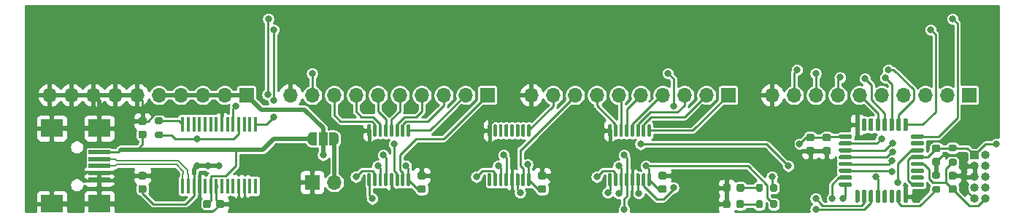
<source format=gbr>
%TF.GenerationSoftware,KiCad,Pcbnew,(5.1.9)-1*%
%TF.CreationDate,2021-05-23T15:32:32+02:00*%
%TF.ProjectId,Engine_Test,456e6769-6e65-45f5-9465-73742e6b6963,rev?*%
%TF.SameCoordinates,Original*%
%TF.FileFunction,Copper,L1,Top*%
%TF.FilePolarity,Positive*%
%FSLAX46Y46*%
G04 Gerber Fmt 4.6, Leading zero omitted, Abs format (unit mm)*
G04 Created by KiCad (PCBNEW (5.1.9)-1) date 2021-05-23 15:32:32*
%MOMM*%
%LPD*%
G01*
G04 APERTURE LIST*
%TA.AperFunction,SMDPad,CuDef*%
%ADD10R,2.500000X0.500000*%
%TD*%
%TA.AperFunction,SMDPad,CuDef*%
%ADD11R,2.500000X2.000000*%
%TD*%
%TA.AperFunction,ComponentPad*%
%ADD12O,1.700000X1.700000*%
%TD*%
%TA.AperFunction,ComponentPad*%
%ADD13R,1.700000X1.700000*%
%TD*%
%TA.AperFunction,ComponentPad*%
%ADD14O,1.000000X1.000000*%
%TD*%
%TA.AperFunction,ComponentPad*%
%ADD15R,1.000000X1.000000*%
%TD*%
%TA.AperFunction,SMDPad,CuDef*%
%ADD16R,0.450000X1.750000*%
%TD*%
%TA.AperFunction,SMDPad,CuDef*%
%ADD17R,1.000000X1.500000*%
%TD*%
%TA.AperFunction,SMDPad,CuDef*%
%ADD18C,0.100000*%
%TD*%
%TA.AperFunction,ViaPad*%
%ADD19C,0.800000*%
%TD*%
%TA.AperFunction,Conductor*%
%ADD20C,0.250000*%
%TD*%
%TA.AperFunction,Conductor*%
%ADD21C,0.500000*%
%TD*%
%TA.AperFunction,Conductor*%
%ADD22C,0.200000*%
%TD*%
%TA.AperFunction,Conductor*%
%ADD23C,0.254000*%
%TD*%
%TA.AperFunction,Conductor*%
%ADD24C,0.100000*%
%TD*%
G04 APERTURE END LIST*
D10*
%TO.P,J2,5*%
%TO.N,GND*%
X118805000Y-105105000D03*
%TO.P,J2,4*%
X118805000Y-104305000D03*
%TO.P,J2,3*%
%TO.N,/D+*%
X118805000Y-103505000D03*
%TO.P,J2,2*%
%TO.N,/D-*%
X118805000Y-102705000D03*
%TO.P,J2,1*%
%TO.N,/V_USB*%
X118805000Y-101905000D03*
D11*
%TO.P,J2,6*%
%TO.N,GND*%
X118805000Y-107905000D03*
X118805000Y-99105000D03*
X113305000Y-107905000D03*
X113305000Y-99105000D03*
%TD*%
D12*
%TO.P,J1,2*%
%TO.N,Net-(J1-Pad2)*%
X146050000Y-105410000D03*
D13*
%TO.P,J1,1*%
%TO.N,GND*%
X143510000Y-105410000D03*
%TD*%
%TO.P,U1,32*%
%TO.N,GND*%
%TA.AperFunction,SMDPad,CuDef*%
G36*
G01*
X212600000Y-106420000D02*
X212600000Y-107670000D01*
G75*
G02*
X212475000Y-107795000I-125000J0D01*
G01*
X212225000Y-107795000D01*
G75*
G02*
X212100000Y-107670000I0J125000D01*
G01*
X212100000Y-106420000D01*
G75*
G02*
X212225000Y-106295000I125000J0D01*
G01*
X212475000Y-106295000D01*
G75*
G02*
X212600000Y-106420000I0J-125000D01*
G01*
G37*
%TD.AperFunction*%
%TO.P,U1,31*%
%TO.N,Net-(R2-Pad1)*%
%TA.AperFunction,SMDPad,CuDef*%
G36*
G01*
X211800000Y-106420000D02*
X211800000Y-107670000D01*
G75*
G02*
X211675000Y-107795000I-125000J0D01*
G01*
X211425000Y-107795000D01*
G75*
G02*
X211300000Y-107670000I0J125000D01*
G01*
X211300000Y-106420000D01*
G75*
G02*
X211425000Y-106295000I125000J0D01*
G01*
X211675000Y-106295000D01*
G75*
G02*
X211800000Y-106420000I0J-125000D01*
G01*
G37*
%TD.AperFunction*%
%TO.P,U1,30*%
%TO.N,N/C*%
%TA.AperFunction,SMDPad,CuDef*%
G36*
G01*
X211000000Y-106420000D02*
X211000000Y-107670000D01*
G75*
G02*
X210875000Y-107795000I-125000J0D01*
G01*
X210625000Y-107795000D01*
G75*
G02*
X210500000Y-107670000I0J125000D01*
G01*
X210500000Y-106420000D01*
G75*
G02*
X210625000Y-106295000I125000J0D01*
G01*
X210875000Y-106295000D01*
G75*
G02*
X211000000Y-106420000I0J-125000D01*
G01*
G37*
%TD.AperFunction*%
%TO.P,U1,29*%
%TA.AperFunction,SMDPad,CuDef*%
G36*
G01*
X210200000Y-106420000D02*
X210200000Y-107670000D01*
G75*
G02*
X210075000Y-107795000I-125000J0D01*
G01*
X209825000Y-107795000D01*
G75*
G02*
X209700000Y-107670000I0J125000D01*
G01*
X209700000Y-106420000D01*
G75*
G02*
X209825000Y-106295000I125000J0D01*
G01*
X210075000Y-106295000D01*
G75*
G02*
X210200000Y-106420000I0J-125000D01*
G01*
G37*
%TD.AperFunction*%
%TO.P,U1,28*%
%TO.N,/OUT_DATA*%
%TA.AperFunction,SMDPad,CuDef*%
G36*
G01*
X209400000Y-106420000D02*
X209400000Y-107670000D01*
G75*
G02*
X209275000Y-107795000I-125000J0D01*
G01*
X209025000Y-107795000D01*
G75*
G02*
X208900000Y-107670000I0J125000D01*
G01*
X208900000Y-106420000D01*
G75*
G02*
X209025000Y-106295000I125000J0D01*
G01*
X209275000Y-106295000D01*
G75*
G02*
X209400000Y-106420000I0J-125000D01*
G01*
G37*
%TD.AperFunction*%
%TO.P,U1,27*%
%TO.N,/OUT_LATCH*%
%TA.AperFunction,SMDPad,CuDef*%
G36*
G01*
X208600000Y-106420000D02*
X208600000Y-107670000D01*
G75*
G02*
X208475000Y-107795000I-125000J0D01*
G01*
X208225000Y-107795000D01*
G75*
G02*
X208100000Y-107670000I0J125000D01*
G01*
X208100000Y-106420000D01*
G75*
G02*
X208225000Y-106295000I125000J0D01*
G01*
X208475000Y-106295000D01*
G75*
G02*
X208600000Y-106420000I0J-125000D01*
G01*
G37*
%TD.AperFunction*%
%TO.P,U1,26*%
%TO.N,/OUT_CLK*%
%TA.AperFunction,SMDPad,CuDef*%
G36*
G01*
X207800000Y-106420000D02*
X207800000Y-107670000D01*
G75*
G02*
X207675000Y-107795000I-125000J0D01*
G01*
X207425000Y-107795000D01*
G75*
G02*
X207300000Y-107670000I0J125000D01*
G01*
X207300000Y-106420000D01*
G75*
G02*
X207425000Y-106295000I125000J0D01*
G01*
X207675000Y-106295000D01*
G75*
G02*
X207800000Y-106420000I0J-125000D01*
G01*
G37*
%TD.AperFunction*%
%TO.P,U1,25*%
%TO.N,N/C*%
%TA.AperFunction,SMDPad,CuDef*%
G36*
G01*
X207000000Y-106420000D02*
X207000000Y-107670000D01*
G75*
G02*
X206875000Y-107795000I-125000J0D01*
G01*
X206625000Y-107795000D01*
G75*
G02*
X206500000Y-107670000I0J125000D01*
G01*
X206500000Y-106420000D01*
G75*
G02*
X206625000Y-106295000I125000J0D01*
G01*
X206875000Y-106295000D01*
G75*
G02*
X207000000Y-106420000I0J-125000D01*
G01*
G37*
%TD.AperFunction*%
%TO.P,U1,24*%
%TO.N,/CLK*%
%TA.AperFunction,SMDPad,CuDef*%
G36*
G01*
X206125000Y-105545000D02*
X206125000Y-105795000D01*
G75*
G02*
X206000000Y-105920000I-125000J0D01*
G01*
X204750000Y-105920000D01*
G75*
G02*
X204625000Y-105795000I0J125000D01*
G01*
X204625000Y-105545000D01*
G75*
G02*
X204750000Y-105420000I125000J0D01*
G01*
X206000000Y-105420000D01*
G75*
G02*
X206125000Y-105545000I0J-125000D01*
G01*
G37*
%TD.AperFunction*%
%TO.P,U1,23*%
%TO.N,/DIO*%
%TA.AperFunction,SMDPad,CuDef*%
G36*
G01*
X206125000Y-104745000D02*
X206125000Y-104995000D01*
G75*
G02*
X206000000Y-105120000I-125000J0D01*
G01*
X204750000Y-105120000D01*
G75*
G02*
X204625000Y-104995000I0J125000D01*
G01*
X204625000Y-104745000D01*
G75*
G02*
X204750000Y-104620000I125000J0D01*
G01*
X206000000Y-104620000D01*
G75*
G02*
X206125000Y-104745000I0J-125000D01*
G01*
G37*
%TD.AperFunction*%
%TO.P,U1,22*%
%TO.N,/ENGINE_OUT_8*%
%TA.AperFunction,SMDPad,CuDef*%
G36*
G01*
X206125000Y-103945000D02*
X206125000Y-104195000D01*
G75*
G02*
X206000000Y-104320000I-125000J0D01*
G01*
X204750000Y-104320000D01*
G75*
G02*
X204625000Y-104195000I0J125000D01*
G01*
X204625000Y-103945000D01*
G75*
G02*
X204750000Y-103820000I125000J0D01*
G01*
X206000000Y-103820000D01*
G75*
G02*
X206125000Y-103945000I0J-125000D01*
G01*
G37*
%TD.AperFunction*%
%TO.P,U1,21*%
%TO.N,/ENGINE_OUT_7*%
%TA.AperFunction,SMDPad,CuDef*%
G36*
G01*
X206125000Y-103145000D02*
X206125000Y-103395000D01*
G75*
G02*
X206000000Y-103520000I-125000J0D01*
G01*
X204750000Y-103520000D01*
G75*
G02*
X204625000Y-103395000I0J125000D01*
G01*
X204625000Y-103145000D01*
G75*
G02*
X204750000Y-103020000I125000J0D01*
G01*
X206000000Y-103020000D01*
G75*
G02*
X206125000Y-103145000I0J-125000D01*
G01*
G37*
%TD.AperFunction*%
%TO.P,U1,20*%
%TO.N,/ENGINE_OUT_6*%
%TA.AperFunction,SMDPad,CuDef*%
G36*
G01*
X206125000Y-102345000D02*
X206125000Y-102595000D01*
G75*
G02*
X206000000Y-102720000I-125000J0D01*
G01*
X204750000Y-102720000D01*
G75*
G02*
X204625000Y-102595000I0J125000D01*
G01*
X204625000Y-102345000D01*
G75*
G02*
X204750000Y-102220000I125000J0D01*
G01*
X206000000Y-102220000D01*
G75*
G02*
X206125000Y-102345000I0J-125000D01*
G01*
G37*
%TD.AperFunction*%
%TO.P,U1,19*%
%TO.N,/ENGINE_OUT_5*%
%TA.AperFunction,SMDPad,CuDef*%
G36*
G01*
X206125000Y-101545000D02*
X206125000Y-101795000D01*
G75*
G02*
X206000000Y-101920000I-125000J0D01*
G01*
X204750000Y-101920000D01*
G75*
G02*
X204625000Y-101795000I0J125000D01*
G01*
X204625000Y-101545000D01*
G75*
G02*
X204750000Y-101420000I125000J0D01*
G01*
X206000000Y-101420000D01*
G75*
G02*
X206125000Y-101545000I0J-125000D01*
G01*
G37*
%TD.AperFunction*%
%TO.P,U1,18*%
%TO.N,/ENGINE_OUT_4*%
%TA.AperFunction,SMDPad,CuDef*%
G36*
G01*
X206125000Y-100745000D02*
X206125000Y-100995000D01*
G75*
G02*
X206000000Y-101120000I-125000J0D01*
G01*
X204750000Y-101120000D01*
G75*
G02*
X204625000Y-100995000I0J125000D01*
G01*
X204625000Y-100745000D01*
G75*
G02*
X204750000Y-100620000I125000J0D01*
G01*
X206000000Y-100620000D01*
G75*
G02*
X206125000Y-100745000I0J-125000D01*
G01*
G37*
%TD.AperFunction*%
%TO.P,U1,17*%
%TO.N,+3V3*%
%TA.AperFunction,SMDPad,CuDef*%
G36*
G01*
X206125000Y-99945000D02*
X206125000Y-100195000D01*
G75*
G02*
X206000000Y-100320000I-125000J0D01*
G01*
X204750000Y-100320000D01*
G75*
G02*
X204625000Y-100195000I0J125000D01*
G01*
X204625000Y-99945000D01*
G75*
G02*
X204750000Y-99820000I125000J0D01*
G01*
X206000000Y-99820000D01*
G75*
G02*
X206125000Y-99945000I0J-125000D01*
G01*
G37*
%TD.AperFunction*%
%TO.P,U1,16*%
%TO.N,GND*%
%TA.AperFunction,SMDPad,CuDef*%
G36*
G01*
X207000000Y-98070000D02*
X207000000Y-99320000D01*
G75*
G02*
X206875000Y-99445000I-125000J0D01*
G01*
X206625000Y-99445000D01*
G75*
G02*
X206500000Y-99320000I0J125000D01*
G01*
X206500000Y-98070000D01*
G75*
G02*
X206625000Y-97945000I125000J0D01*
G01*
X206875000Y-97945000D01*
G75*
G02*
X207000000Y-98070000I0J-125000D01*
G01*
G37*
%TD.AperFunction*%
%TO.P,U1,15*%
%TO.N,N/C*%
%TA.AperFunction,SMDPad,CuDef*%
G36*
G01*
X207800000Y-98070000D02*
X207800000Y-99320000D01*
G75*
G02*
X207675000Y-99445000I-125000J0D01*
G01*
X207425000Y-99445000D01*
G75*
G02*
X207300000Y-99320000I0J125000D01*
G01*
X207300000Y-98070000D01*
G75*
G02*
X207425000Y-97945000I125000J0D01*
G01*
X207675000Y-97945000D01*
G75*
G02*
X207800000Y-98070000I0J-125000D01*
G01*
G37*
%TD.AperFunction*%
%TO.P,U1,14*%
%TA.AperFunction,SMDPad,CuDef*%
G36*
G01*
X208600000Y-98070000D02*
X208600000Y-99320000D01*
G75*
G02*
X208475000Y-99445000I-125000J0D01*
G01*
X208225000Y-99445000D01*
G75*
G02*
X208100000Y-99320000I0J125000D01*
G01*
X208100000Y-98070000D01*
G75*
G02*
X208225000Y-97945000I125000J0D01*
G01*
X208475000Y-97945000D01*
G75*
G02*
X208600000Y-98070000I0J-125000D01*
G01*
G37*
%TD.AperFunction*%
%TO.P,U1,13*%
%TO.N,/ENGINE_OUT_3*%
%TA.AperFunction,SMDPad,CuDef*%
G36*
G01*
X209400000Y-98070000D02*
X209400000Y-99320000D01*
G75*
G02*
X209275000Y-99445000I-125000J0D01*
G01*
X209025000Y-99445000D01*
G75*
G02*
X208900000Y-99320000I0J125000D01*
G01*
X208900000Y-98070000D01*
G75*
G02*
X209025000Y-97945000I125000J0D01*
G01*
X209275000Y-97945000D01*
G75*
G02*
X209400000Y-98070000I0J-125000D01*
G01*
G37*
%TD.AperFunction*%
%TO.P,U1,12*%
%TO.N,/ENGINE_OUT_2*%
%TA.AperFunction,SMDPad,CuDef*%
G36*
G01*
X210200000Y-98070000D02*
X210200000Y-99320000D01*
G75*
G02*
X210075000Y-99445000I-125000J0D01*
G01*
X209825000Y-99445000D01*
G75*
G02*
X209700000Y-99320000I0J125000D01*
G01*
X209700000Y-98070000D01*
G75*
G02*
X209825000Y-97945000I125000J0D01*
G01*
X210075000Y-97945000D01*
G75*
G02*
X210200000Y-98070000I0J-125000D01*
G01*
G37*
%TD.AperFunction*%
%TO.P,U1,11*%
%TO.N,/ENGINE_OUT_1*%
%TA.AperFunction,SMDPad,CuDef*%
G36*
G01*
X211000000Y-98070000D02*
X211000000Y-99320000D01*
G75*
G02*
X210875000Y-99445000I-125000J0D01*
G01*
X210625000Y-99445000D01*
G75*
G02*
X210500000Y-99320000I0J125000D01*
G01*
X210500000Y-98070000D01*
G75*
G02*
X210625000Y-97945000I125000J0D01*
G01*
X210875000Y-97945000D01*
G75*
G02*
X211000000Y-98070000I0J-125000D01*
G01*
G37*
%TD.AperFunction*%
%TO.P,U1,10*%
%TO.N,/ENGINE_OUT_0*%
%TA.AperFunction,SMDPad,CuDef*%
G36*
G01*
X211800000Y-98070000D02*
X211800000Y-99320000D01*
G75*
G02*
X211675000Y-99445000I-125000J0D01*
G01*
X211425000Y-99445000D01*
G75*
G02*
X211300000Y-99320000I0J125000D01*
G01*
X211300000Y-98070000D01*
G75*
G02*
X211425000Y-97945000I125000J0D01*
G01*
X211675000Y-97945000D01*
G75*
G02*
X211800000Y-98070000I0J-125000D01*
G01*
G37*
%TD.AperFunction*%
%TO.P,U1,9*%
%TO.N,/UART_MCU_RX*%
%TA.AperFunction,SMDPad,CuDef*%
G36*
G01*
X212600000Y-98070000D02*
X212600000Y-99320000D01*
G75*
G02*
X212475000Y-99445000I-125000J0D01*
G01*
X212225000Y-99445000D01*
G75*
G02*
X212100000Y-99320000I0J125000D01*
G01*
X212100000Y-98070000D01*
G75*
G02*
X212225000Y-97945000I125000J0D01*
G01*
X212475000Y-97945000D01*
G75*
G02*
X212600000Y-98070000I0J-125000D01*
G01*
G37*
%TD.AperFunction*%
%TO.P,U1,8*%
%TO.N,/UART_MCU_TX*%
%TA.AperFunction,SMDPad,CuDef*%
G36*
G01*
X214475000Y-99945000D02*
X214475000Y-100195000D01*
G75*
G02*
X214350000Y-100320000I-125000J0D01*
G01*
X213100000Y-100320000D01*
G75*
G02*
X212975000Y-100195000I0J125000D01*
G01*
X212975000Y-99945000D01*
G75*
G02*
X213100000Y-99820000I125000J0D01*
G01*
X214350000Y-99820000D01*
G75*
G02*
X214475000Y-99945000I0J-125000D01*
G01*
G37*
%TD.AperFunction*%
%TO.P,U1,7*%
%TO.N,N/C*%
%TA.AperFunction,SMDPad,CuDef*%
G36*
G01*
X214475000Y-100745000D02*
X214475000Y-100995000D01*
G75*
G02*
X214350000Y-101120000I-125000J0D01*
G01*
X213100000Y-101120000D01*
G75*
G02*
X212975000Y-100995000I0J125000D01*
G01*
X212975000Y-100745000D01*
G75*
G02*
X213100000Y-100620000I125000J0D01*
G01*
X214350000Y-100620000D01*
G75*
G02*
X214475000Y-100745000I0J-125000D01*
G01*
G37*
%TD.AperFunction*%
%TO.P,U1,6*%
%TO.N,/LED1*%
%TA.AperFunction,SMDPad,CuDef*%
G36*
G01*
X214475000Y-101545000D02*
X214475000Y-101795000D01*
G75*
G02*
X214350000Y-101920000I-125000J0D01*
G01*
X213100000Y-101920000D01*
G75*
G02*
X212975000Y-101795000I0J125000D01*
G01*
X212975000Y-101545000D01*
G75*
G02*
X213100000Y-101420000I125000J0D01*
G01*
X214350000Y-101420000D01*
G75*
G02*
X214475000Y-101545000I0J-125000D01*
G01*
G37*
%TD.AperFunction*%
%TO.P,U1,5*%
%TO.N,+3V3*%
%TA.AperFunction,SMDPad,CuDef*%
G36*
G01*
X214475000Y-102345000D02*
X214475000Y-102595000D01*
G75*
G02*
X214350000Y-102720000I-125000J0D01*
G01*
X213100000Y-102720000D01*
G75*
G02*
X212975000Y-102595000I0J125000D01*
G01*
X212975000Y-102345000D01*
G75*
G02*
X213100000Y-102220000I125000J0D01*
G01*
X214350000Y-102220000D01*
G75*
G02*
X214475000Y-102345000I0J-125000D01*
G01*
G37*
%TD.AperFunction*%
%TO.P,U1,4*%
%TO.N,/nRST*%
%TA.AperFunction,SMDPad,CuDef*%
G36*
G01*
X214475000Y-103145000D02*
X214475000Y-103395000D01*
G75*
G02*
X214350000Y-103520000I-125000J0D01*
G01*
X213100000Y-103520000D01*
G75*
G02*
X212975000Y-103395000I0J125000D01*
G01*
X212975000Y-103145000D01*
G75*
G02*
X213100000Y-103020000I125000J0D01*
G01*
X214350000Y-103020000D01*
G75*
G02*
X214475000Y-103145000I0J-125000D01*
G01*
G37*
%TD.AperFunction*%
%TO.P,U1,3*%
%TO.N,N/C*%
%TA.AperFunction,SMDPad,CuDef*%
G36*
G01*
X214475000Y-103945000D02*
X214475000Y-104195000D01*
G75*
G02*
X214350000Y-104320000I-125000J0D01*
G01*
X213100000Y-104320000D01*
G75*
G02*
X212975000Y-104195000I0J125000D01*
G01*
X212975000Y-103945000D01*
G75*
G02*
X213100000Y-103820000I125000J0D01*
G01*
X214350000Y-103820000D01*
G75*
G02*
X214475000Y-103945000I0J-125000D01*
G01*
G37*
%TD.AperFunction*%
%TO.P,U1,2*%
%TA.AperFunction,SMDPad,CuDef*%
G36*
G01*
X214475000Y-104745000D02*
X214475000Y-104995000D01*
G75*
G02*
X214350000Y-105120000I-125000J0D01*
G01*
X213100000Y-105120000D01*
G75*
G02*
X212975000Y-104995000I0J125000D01*
G01*
X212975000Y-104745000D01*
G75*
G02*
X213100000Y-104620000I125000J0D01*
G01*
X214350000Y-104620000D01*
G75*
G02*
X214475000Y-104745000I0J-125000D01*
G01*
G37*
%TD.AperFunction*%
%TO.P,U1,1*%
%TO.N,+3V3*%
%TA.AperFunction,SMDPad,CuDef*%
G36*
G01*
X214475000Y-105545000D02*
X214475000Y-105795000D01*
G75*
G02*
X214350000Y-105920000I-125000J0D01*
G01*
X213100000Y-105920000D01*
G75*
G02*
X212975000Y-105795000I0J125000D01*
G01*
X212975000Y-105545000D01*
G75*
G02*
X213100000Y-105420000I125000J0D01*
G01*
X214350000Y-105420000D01*
G75*
G02*
X214475000Y-105545000I0J-125000D01*
G01*
G37*
%TD.AperFunction*%
%TD*%
D14*
%TO.P,J3,10*%
%TO.N,/nRST*%
X221615000Y-107315000D03*
%TO.P,J3,9*%
%TO.N,GND*%
X220345000Y-107315000D03*
%TO.P,J3,8*%
%TO.N,N/C*%
X221615000Y-106045000D03*
%TO.P,J3,7*%
X220345000Y-106045000D03*
%TO.P,J3,6*%
X221615000Y-104775000D03*
%TO.P,J3,5*%
%TO.N,GND*%
X220345000Y-104775000D03*
%TO.P,J3,4*%
%TO.N,/CLK*%
X221615000Y-103505000D03*
%TO.P,J3,3*%
%TO.N,GND*%
X220345000Y-103505000D03*
%TO.P,J3,2*%
%TO.N,/DIO*%
X221615000Y-102235000D03*
D15*
%TO.P,J3,1*%
%TO.N,+3V3*%
X220345000Y-102235000D03*
%TD*%
%TO.P,U5,16*%
%TO.N,+5V*%
%TA.AperFunction,SMDPad,CuDef*%
G36*
G01*
X168545000Y-104360000D02*
X168745000Y-104360000D01*
G75*
G02*
X168845000Y-104460000I0J-100000D01*
G01*
X168845000Y-105735000D01*
G75*
G02*
X168745000Y-105835000I-100000J0D01*
G01*
X168545000Y-105835000D01*
G75*
G02*
X168445000Y-105735000I0J100000D01*
G01*
X168445000Y-104460000D01*
G75*
G02*
X168545000Y-104360000I100000J0D01*
G01*
G37*
%TD.AperFunction*%
%TO.P,U5,15*%
%TO.N,Net-(J5-Pad8)*%
%TA.AperFunction,SMDPad,CuDef*%
G36*
G01*
X167895000Y-104360000D02*
X168095000Y-104360000D01*
G75*
G02*
X168195000Y-104460000I0J-100000D01*
G01*
X168195000Y-105735000D01*
G75*
G02*
X168095000Y-105835000I-100000J0D01*
G01*
X167895000Y-105835000D01*
G75*
G02*
X167795000Y-105735000I0J100000D01*
G01*
X167795000Y-104460000D01*
G75*
G02*
X167895000Y-104360000I100000J0D01*
G01*
G37*
%TD.AperFunction*%
%TO.P,U5,14*%
%TO.N,Net-(U4-Pad9)*%
%TA.AperFunction,SMDPad,CuDef*%
G36*
G01*
X167245000Y-104360000D02*
X167445000Y-104360000D01*
G75*
G02*
X167545000Y-104460000I0J-100000D01*
G01*
X167545000Y-105735000D01*
G75*
G02*
X167445000Y-105835000I-100000J0D01*
G01*
X167245000Y-105835000D01*
G75*
G02*
X167145000Y-105735000I0J100000D01*
G01*
X167145000Y-104460000D01*
G75*
G02*
X167245000Y-104360000I100000J0D01*
G01*
G37*
%TD.AperFunction*%
%TO.P,U5,13*%
%TO.N,GND*%
%TA.AperFunction,SMDPad,CuDef*%
G36*
G01*
X166595000Y-104360000D02*
X166795000Y-104360000D01*
G75*
G02*
X166895000Y-104460000I0J-100000D01*
G01*
X166895000Y-105735000D01*
G75*
G02*
X166795000Y-105835000I-100000J0D01*
G01*
X166595000Y-105835000D01*
G75*
G02*
X166495000Y-105735000I0J100000D01*
G01*
X166495000Y-104460000D01*
G75*
G02*
X166595000Y-104360000I100000J0D01*
G01*
G37*
%TD.AperFunction*%
%TO.P,U5,12*%
%TO.N,/OUT_LATCH*%
%TA.AperFunction,SMDPad,CuDef*%
G36*
G01*
X165945000Y-104360000D02*
X166145000Y-104360000D01*
G75*
G02*
X166245000Y-104460000I0J-100000D01*
G01*
X166245000Y-105735000D01*
G75*
G02*
X166145000Y-105835000I-100000J0D01*
G01*
X165945000Y-105835000D01*
G75*
G02*
X165845000Y-105735000I0J100000D01*
G01*
X165845000Y-104460000D01*
G75*
G02*
X165945000Y-104360000I100000J0D01*
G01*
G37*
%TD.AperFunction*%
%TO.P,U5,11*%
%TO.N,/OUT_CLK*%
%TA.AperFunction,SMDPad,CuDef*%
G36*
G01*
X165295000Y-104360000D02*
X165495000Y-104360000D01*
G75*
G02*
X165595000Y-104460000I0J-100000D01*
G01*
X165595000Y-105735000D01*
G75*
G02*
X165495000Y-105835000I-100000J0D01*
G01*
X165295000Y-105835000D01*
G75*
G02*
X165195000Y-105735000I0J100000D01*
G01*
X165195000Y-104460000D01*
G75*
G02*
X165295000Y-104360000I100000J0D01*
G01*
G37*
%TD.AperFunction*%
%TO.P,U5,10*%
%TO.N,+5V*%
%TA.AperFunction,SMDPad,CuDef*%
G36*
G01*
X164645000Y-104360000D02*
X164845000Y-104360000D01*
G75*
G02*
X164945000Y-104460000I0J-100000D01*
G01*
X164945000Y-105735000D01*
G75*
G02*
X164845000Y-105835000I-100000J0D01*
G01*
X164645000Y-105835000D01*
G75*
G02*
X164545000Y-105735000I0J100000D01*
G01*
X164545000Y-104460000D01*
G75*
G02*
X164645000Y-104360000I100000J0D01*
G01*
G37*
%TD.AperFunction*%
%TO.P,U5,9*%
%TO.N,N/C*%
%TA.AperFunction,SMDPad,CuDef*%
G36*
G01*
X163995000Y-104360000D02*
X164195000Y-104360000D01*
G75*
G02*
X164295000Y-104460000I0J-100000D01*
G01*
X164295000Y-105735000D01*
G75*
G02*
X164195000Y-105835000I-100000J0D01*
G01*
X163995000Y-105835000D01*
G75*
G02*
X163895000Y-105735000I0J100000D01*
G01*
X163895000Y-104460000D01*
G75*
G02*
X163995000Y-104360000I100000J0D01*
G01*
G37*
%TD.AperFunction*%
%TO.P,U5,8*%
%TO.N,GND*%
%TA.AperFunction,SMDPad,CuDef*%
G36*
G01*
X163995000Y-98635000D02*
X164195000Y-98635000D01*
G75*
G02*
X164295000Y-98735000I0J-100000D01*
G01*
X164295000Y-100010000D01*
G75*
G02*
X164195000Y-100110000I-100000J0D01*
G01*
X163995000Y-100110000D01*
G75*
G02*
X163895000Y-100010000I0J100000D01*
G01*
X163895000Y-98735000D01*
G75*
G02*
X163995000Y-98635000I100000J0D01*
G01*
G37*
%TD.AperFunction*%
%TO.P,U5,7*%
%TO.N,N/C*%
%TA.AperFunction,SMDPad,CuDef*%
G36*
G01*
X164645000Y-98635000D02*
X164845000Y-98635000D01*
G75*
G02*
X164945000Y-98735000I0J-100000D01*
G01*
X164945000Y-100010000D01*
G75*
G02*
X164845000Y-100110000I-100000J0D01*
G01*
X164645000Y-100110000D01*
G75*
G02*
X164545000Y-100010000I0J100000D01*
G01*
X164545000Y-98735000D01*
G75*
G02*
X164645000Y-98635000I100000J0D01*
G01*
G37*
%TD.AperFunction*%
%TO.P,U5,6*%
%TA.AperFunction,SMDPad,CuDef*%
G36*
G01*
X165295000Y-98635000D02*
X165495000Y-98635000D01*
G75*
G02*
X165595000Y-98735000I0J-100000D01*
G01*
X165595000Y-100010000D01*
G75*
G02*
X165495000Y-100110000I-100000J0D01*
G01*
X165295000Y-100110000D01*
G75*
G02*
X165195000Y-100010000I0J100000D01*
G01*
X165195000Y-98735000D01*
G75*
G02*
X165295000Y-98635000I100000J0D01*
G01*
G37*
%TD.AperFunction*%
%TO.P,U5,5*%
%TA.AperFunction,SMDPad,CuDef*%
G36*
G01*
X165945000Y-98635000D02*
X166145000Y-98635000D01*
G75*
G02*
X166245000Y-98735000I0J-100000D01*
G01*
X166245000Y-100010000D01*
G75*
G02*
X166145000Y-100110000I-100000J0D01*
G01*
X165945000Y-100110000D01*
G75*
G02*
X165845000Y-100010000I0J100000D01*
G01*
X165845000Y-98735000D01*
G75*
G02*
X165945000Y-98635000I100000J0D01*
G01*
G37*
%TD.AperFunction*%
%TO.P,U5,4*%
%TA.AperFunction,SMDPad,CuDef*%
G36*
G01*
X166595000Y-98635000D02*
X166795000Y-98635000D01*
G75*
G02*
X166895000Y-98735000I0J-100000D01*
G01*
X166895000Y-100010000D01*
G75*
G02*
X166795000Y-100110000I-100000J0D01*
G01*
X166595000Y-100110000D01*
G75*
G02*
X166495000Y-100010000I0J100000D01*
G01*
X166495000Y-98735000D01*
G75*
G02*
X166595000Y-98635000I100000J0D01*
G01*
G37*
%TD.AperFunction*%
%TO.P,U5,3*%
%TA.AperFunction,SMDPad,CuDef*%
G36*
G01*
X167245000Y-98635000D02*
X167445000Y-98635000D01*
G75*
G02*
X167545000Y-98735000I0J-100000D01*
G01*
X167545000Y-100010000D01*
G75*
G02*
X167445000Y-100110000I-100000J0D01*
G01*
X167245000Y-100110000D01*
G75*
G02*
X167145000Y-100010000I0J100000D01*
G01*
X167145000Y-98735000D01*
G75*
G02*
X167245000Y-98635000I100000J0D01*
G01*
G37*
%TD.AperFunction*%
%TO.P,U5,2*%
%TA.AperFunction,SMDPad,CuDef*%
G36*
G01*
X167895000Y-98635000D02*
X168095000Y-98635000D01*
G75*
G02*
X168195000Y-98735000I0J-100000D01*
G01*
X168195000Y-100010000D01*
G75*
G02*
X168095000Y-100110000I-100000J0D01*
G01*
X167895000Y-100110000D01*
G75*
G02*
X167795000Y-100010000I0J100000D01*
G01*
X167795000Y-98735000D01*
G75*
G02*
X167895000Y-98635000I100000J0D01*
G01*
G37*
%TD.AperFunction*%
%TO.P,U5,1*%
%TO.N,Net-(J5-Pad9)*%
%TA.AperFunction,SMDPad,CuDef*%
G36*
G01*
X168545000Y-98635000D02*
X168745000Y-98635000D01*
G75*
G02*
X168845000Y-98735000I0J-100000D01*
G01*
X168845000Y-100010000D01*
G75*
G02*
X168745000Y-100110000I-100000J0D01*
G01*
X168545000Y-100110000D01*
G75*
G02*
X168445000Y-100010000I0J100000D01*
G01*
X168445000Y-98735000D01*
G75*
G02*
X168545000Y-98635000I100000J0D01*
G01*
G37*
%TD.AperFunction*%
%TD*%
%TO.P,U4,16*%
%TO.N,+5V*%
%TA.AperFunction,SMDPad,CuDef*%
G36*
G01*
X182515000Y-104360000D02*
X182715000Y-104360000D01*
G75*
G02*
X182815000Y-104460000I0J-100000D01*
G01*
X182815000Y-105735000D01*
G75*
G02*
X182715000Y-105835000I-100000J0D01*
G01*
X182515000Y-105835000D01*
G75*
G02*
X182415000Y-105735000I0J100000D01*
G01*
X182415000Y-104460000D01*
G75*
G02*
X182515000Y-104360000I100000J0D01*
G01*
G37*
%TD.AperFunction*%
%TO.P,U4,15*%
%TO.N,Net-(J4-Pad9)*%
%TA.AperFunction,SMDPad,CuDef*%
G36*
G01*
X181865000Y-104360000D02*
X182065000Y-104360000D01*
G75*
G02*
X182165000Y-104460000I0J-100000D01*
G01*
X182165000Y-105735000D01*
G75*
G02*
X182065000Y-105835000I-100000J0D01*
G01*
X181865000Y-105835000D01*
G75*
G02*
X181765000Y-105735000I0J100000D01*
G01*
X181765000Y-104460000D01*
G75*
G02*
X181865000Y-104360000I100000J0D01*
G01*
G37*
%TD.AperFunction*%
%TO.P,U4,14*%
%TO.N,Net-(U3-Pad9)*%
%TA.AperFunction,SMDPad,CuDef*%
G36*
G01*
X181215000Y-104360000D02*
X181415000Y-104360000D01*
G75*
G02*
X181515000Y-104460000I0J-100000D01*
G01*
X181515000Y-105735000D01*
G75*
G02*
X181415000Y-105835000I-100000J0D01*
G01*
X181215000Y-105835000D01*
G75*
G02*
X181115000Y-105735000I0J100000D01*
G01*
X181115000Y-104460000D01*
G75*
G02*
X181215000Y-104360000I100000J0D01*
G01*
G37*
%TD.AperFunction*%
%TO.P,U4,13*%
%TO.N,GND*%
%TA.AperFunction,SMDPad,CuDef*%
G36*
G01*
X180565000Y-104360000D02*
X180765000Y-104360000D01*
G75*
G02*
X180865000Y-104460000I0J-100000D01*
G01*
X180865000Y-105735000D01*
G75*
G02*
X180765000Y-105835000I-100000J0D01*
G01*
X180565000Y-105835000D01*
G75*
G02*
X180465000Y-105735000I0J100000D01*
G01*
X180465000Y-104460000D01*
G75*
G02*
X180565000Y-104360000I100000J0D01*
G01*
G37*
%TD.AperFunction*%
%TO.P,U4,12*%
%TO.N,/OUT_LATCH*%
%TA.AperFunction,SMDPad,CuDef*%
G36*
G01*
X179915000Y-104360000D02*
X180115000Y-104360000D01*
G75*
G02*
X180215000Y-104460000I0J-100000D01*
G01*
X180215000Y-105735000D01*
G75*
G02*
X180115000Y-105835000I-100000J0D01*
G01*
X179915000Y-105835000D01*
G75*
G02*
X179815000Y-105735000I0J100000D01*
G01*
X179815000Y-104460000D01*
G75*
G02*
X179915000Y-104360000I100000J0D01*
G01*
G37*
%TD.AperFunction*%
%TO.P,U4,11*%
%TO.N,/OUT_CLK*%
%TA.AperFunction,SMDPad,CuDef*%
G36*
G01*
X179265000Y-104360000D02*
X179465000Y-104360000D01*
G75*
G02*
X179565000Y-104460000I0J-100000D01*
G01*
X179565000Y-105735000D01*
G75*
G02*
X179465000Y-105835000I-100000J0D01*
G01*
X179265000Y-105835000D01*
G75*
G02*
X179165000Y-105735000I0J100000D01*
G01*
X179165000Y-104460000D01*
G75*
G02*
X179265000Y-104360000I100000J0D01*
G01*
G37*
%TD.AperFunction*%
%TO.P,U4,10*%
%TO.N,+5V*%
%TA.AperFunction,SMDPad,CuDef*%
G36*
G01*
X178615000Y-104360000D02*
X178815000Y-104360000D01*
G75*
G02*
X178915000Y-104460000I0J-100000D01*
G01*
X178915000Y-105735000D01*
G75*
G02*
X178815000Y-105835000I-100000J0D01*
G01*
X178615000Y-105835000D01*
G75*
G02*
X178515000Y-105735000I0J100000D01*
G01*
X178515000Y-104460000D01*
G75*
G02*
X178615000Y-104360000I100000J0D01*
G01*
G37*
%TD.AperFunction*%
%TO.P,U4,9*%
%TO.N,Net-(U4-Pad9)*%
%TA.AperFunction,SMDPad,CuDef*%
G36*
G01*
X177965000Y-104360000D02*
X178165000Y-104360000D01*
G75*
G02*
X178265000Y-104460000I0J-100000D01*
G01*
X178265000Y-105735000D01*
G75*
G02*
X178165000Y-105835000I-100000J0D01*
G01*
X177965000Y-105835000D01*
G75*
G02*
X177865000Y-105735000I0J100000D01*
G01*
X177865000Y-104460000D01*
G75*
G02*
X177965000Y-104360000I100000J0D01*
G01*
G37*
%TD.AperFunction*%
%TO.P,U4,8*%
%TO.N,GND*%
%TA.AperFunction,SMDPad,CuDef*%
G36*
G01*
X177965000Y-98635000D02*
X178165000Y-98635000D01*
G75*
G02*
X178265000Y-98735000I0J-100000D01*
G01*
X178265000Y-100010000D01*
G75*
G02*
X178165000Y-100110000I-100000J0D01*
G01*
X177965000Y-100110000D01*
G75*
G02*
X177865000Y-100010000I0J100000D01*
G01*
X177865000Y-98735000D01*
G75*
G02*
X177965000Y-98635000I100000J0D01*
G01*
G37*
%TD.AperFunction*%
%TO.P,U4,7*%
%TO.N,Net-(J5-Pad7)*%
%TA.AperFunction,SMDPad,CuDef*%
G36*
G01*
X178615000Y-98635000D02*
X178815000Y-98635000D01*
G75*
G02*
X178915000Y-98735000I0J-100000D01*
G01*
X178915000Y-100010000D01*
G75*
G02*
X178815000Y-100110000I-100000J0D01*
G01*
X178615000Y-100110000D01*
G75*
G02*
X178515000Y-100010000I0J100000D01*
G01*
X178515000Y-98735000D01*
G75*
G02*
X178615000Y-98635000I100000J0D01*
G01*
G37*
%TD.AperFunction*%
%TO.P,U4,6*%
%TO.N,Net-(J5-Pad6)*%
%TA.AperFunction,SMDPad,CuDef*%
G36*
G01*
X179265000Y-98635000D02*
X179465000Y-98635000D01*
G75*
G02*
X179565000Y-98735000I0J-100000D01*
G01*
X179565000Y-100010000D01*
G75*
G02*
X179465000Y-100110000I-100000J0D01*
G01*
X179265000Y-100110000D01*
G75*
G02*
X179165000Y-100010000I0J100000D01*
G01*
X179165000Y-98735000D01*
G75*
G02*
X179265000Y-98635000I100000J0D01*
G01*
G37*
%TD.AperFunction*%
%TO.P,U4,5*%
%TO.N,Net-(J5-Pad5)*%
%TA.AperFunction,SMDPad,CuDef*%
G36*
G01*
X179915000Y-98635000D02*
X180115000Y-98635000D01*
G75*
G02*
X180215000Y-98735000I0J-100000D01*
G01*
X180215000Y-100010000D01*
G75*
G02*
X180115000Y-100110000I-100000J0D01*
G01*
X179915000Y-100110000D01*
G75*
G02*
X179815000Y-100010000I0J100000D01*
G01*
X179815000Y-98735000D01*
G75*
G02*
X179915000Y-98635000I100000J0D01*
G01*
G37*
%TD.AperFunction*%
%TO.P,U4,4*%
%TO.N,Net-(J5-Pad4)*%
%TA.AperFunction,SMDPad,CuDef*%
G36*
G01*
X180565000Y-98635000D02*
X180765000Y-98635000D01*
G75*
G02*
X180865000Y-98735000I0J-100000D01*
G01*
X180865000Y-100010000D01*
G75*
G02*
X180765000Y-100110000I-100000J0D01*
G01*
X180565000Y-100110000D01*
G75*
G02*
X180465000Y-100010000I0J100000D01*
G01*
X180465000Y-98735000D01*
G75*
G02*
X180565000Y-98635000I100000J0D01*
G01*
G37*
%TD.AperFunction*%
%TO.P,U4,3*%
%TO.N,Net-(J5-Pad3)*%
%TA.AperFunction,SMDPad,CuDef*%
G36*
G01*
X181215000Y-98635000D02*
X181415000Y-98635000D01*
G75*
G02*
X181515000Y-98735000I0J-100000D01*
G01*
X181515000Y-100010000D01*
G75*
G02*
X181415000Y-100110000I-100000J0D01*
G01*
X181215000Y-100110000D01*
G75*
G02*
X181115000Y-100010000I0J100000D01*
G01*
X181115000Y-98735000D01*
G75*
G02*
X181215000Y-98635000I100000J0D01*
G01*
G37*
%TD.AperFunction*%
%TO.P,U4,2*%
%TO.N,Net-(J5-Pad2)*%
%TA.AperFunction,SMDPad,CuDef*%
G36*
G01*
X181865000Y-98635000D02*
X182065000Y-98635000D01*
G75*
G02*
X182165000Y-98735000I0J-100000D01*
G01*
X182165000Y-100010000D01*
G75*
G02*
X182065000Y-100110000I-100000J0D01*
G01*
X181865000Y-100110000D01*
G75*
G02*
X181765000Y-100010000I0J100000D01*
G01*
X181765000Y-98735000D01*
G75*
G02*
X181865000Y-98635000I100000J0D01*
G01*
G37*
%TD.AperFunction*%
%TO.P,U4,1*%
%TO.N,Net-(J5-Pad1)*%
%TA.AperFunction,SMDPad,CuDef*%
G36*
G01*
X182515000Y-98635000D02*
X182715000Y-98635000D01*
G75*
G02*
X182815000Y-98735000I0J-100000D01*
G01*
X182815000Y-100010000D01*
G75*
G02*
X182715000Y-100110000I-100000J0D01*
G01*
X182515000Y-100110000D01*
G75*
G02*
X182415000Y-100010000I0J100000D01*
G01*
X182415000Y-98735000D01*
G75*
G02*
X182515000Y-98635000I100000J0D01*
G01*
G37*
%TD.AperFunction*%
%TD*%
%TO.P,U3,16*%
%TO.N,+5V*%
%TA.AperFunction,SMDPad,CuDef*%
G36*
G01*
X154575000Y-104360000D02*
X154775000Y-104360000D01*
G75*
G02*
X154875000Y-104460000I0J-100000D01*
G01*
X154875000Y-105735000D01*
G75*
G02*
X154775000Y-105835000I-100000J0D01*
G01*
X154575000Y-105835000D01*
G75*
G02*
X154475000Y-105735000I0J100000D01*
G01*
X154475000Y-104460000D01*
G75*
G02*
X154575000Y-104360000I100000J0D01*
G01*
G37*
%TD.AperFunction*%
%TO.P,U3,15*%
%TO.N,Net-(J4-Pad1)*%
%TA.AperFunction,SMDPad,CuDef*%
G36*
G01*
X153925000Y-104360000D02*
X154125000Y-104360000D01*
G75*
G02*
X154225000Y-104460000I0J-100000D01*
G01*
X154225000Y-105735000D01*
G75*
G02*
X154125000Y-105835000I-100000J0D01*
G01*
X153925000Y-105835000D01*
G75*
G02*
X153825000Y-105735000I0J100000D01*
G01*
X153825000Y-104460000D01*
G75*
G02*
X153925000Y-104360000I100000J0D01*
G01*
G37*
%TD.AperFunction*%
%TO.P,U3,14*%
%TO.N,/OUT_DATA*%
%TA.AperFunction,SMDPad,CuDef*%
G36*
G01*
X153275000Y-104360000D02*
X153475000Y-104360000D01*
G75*
G02*
X153575000Y-104460000I0J-100000D01*
G01*
X153575000Y-105735000D01*
G75*
G02*
X153475000Y-105835000I-100000J0D01*
G01*
X153275000Y-105835000D01*
G75*
G02*
X153175000Y-105735000I0J100000D01*
G01*
X153175000Y-104460000D01*
G75*
G02*
X153275000Y-104360000I100000J0D01*
G01*
G37*
%TD.AperFunction*%
%TO.P,U3,13*%
%TO.N,GND*%
%TA.AperFunction,SMDPad,CuDef*%
G36*
G01*
X152625000Y-104360000D02*
X152825000Y-104360000D01*
G75*
G02*
X152925000Y-104460000I0J-100000D01*
G01*
X152925000Y-105735000D01*
G75*
G02*
X152825000Y-105835000I-100000J0D01*
G01*
X152625000Y-105835000D01*
G75*
G02*
X152525000Y-105735000I0J100000D01*
G01*
X152525000Y-104460000D01*
G75*
G02*
X152625000Y-104360000I100000J0D01*
G01*
G37*
%TD.AperFunction*%
%TO.P,U3,12*%
%TO.N,/OUT_LATCH*%
%TA.AperFunction,SMDPad,CuDef*%
G36*
G01*
X151975000Y-104360000D02*
X152175000Y-104360000D01*
G75*
G02*
X152275000Y-104460000I0J-100000D01*
G01*
X152275000Y-105735000D01*
G75*
G02*
X152175000Y-105835000I-100000J0D01*
G01*
X151975000Y-105835000D01*
G75*
G02*
X151875000Y-105735000I0J100000D01*
G01*
X151875000Y-104460000D01*
G75*
G02*
X151975000Y-104360000I100000J0D01*
G01*
G37*
%TD.AperFunction*%
%TO.P,U3,11*%
%TO.N,/OUT_CLK*%
%TA.AperFunction,SMDPad,CuDef*%
G36*
G01*
X151325000Y-104360000D02*
X151525000Y-104360000D01*
G75*
G02*
X151625000Y-104460000I0J-100000D01*
G01*
X151625000Y-105735000D01*
G75*
G02*
X151525000Y-105835000I-100000J0D01*
G01*
X151325000Y-105835000D01*
G75*
G02*
X151225000Y-105735000I0J100000D01*
G01*
X151225000Y-104460000D01*
G75*
G02*
X151325000Y-104360000I100000J0D01*
G01*
G37*
%TD.AperFunction*%
%TO.P,U3,10*%
%TO.N,+5V*%
%TA.AperFunction,SMDPad,CuDef*%
G36*
G01*
X150675000Y-104360000D02*
X150875000Y-104360000D01*
G75*
G02*
X150975000Y-104460000I0J-100000D01*
G01*
X150975000Y-105735000D01*
G75*
G02*
X150875000Y-105835000I-100000J0D01*
G01*
X150675000Y-105835000D01*
G75*
G02*
X150575000Y-105735000I0J100000D01*
G01*
X150575000Y-104460000D01*
G75*
G02*
X150675000Y-104360000I100000J0D01*
G01*
G37*
%TD.AperFunction*%
%TO.P,U3,9*%
%TO.N,Net-(U3-Pad9)*%
%TA.AperFunction,SMDPad,CuDef*%
G36*
G01*
X150025000Y-104360000D02*
X150225000Y-104360000D01*
G75*
G02*
X150325000Y-104460000I0J-100000D01*
G01*
X150325000Y-105735000D01*
G75*
G02*
X150225000Y-105835000I-100000J0D01*
G01*
X150025000Y-105835000D01*
G75*
G02*
X149925000Y-105735000I0J100000D01*
G01*
X149925000Y-104460000D01*
G75*
G02*
X150025000Y-104360000I100000J0D01*
G01*
G37*
%TD.AperFunction*%
%TO.P,U3,8*%
%TO.N,GND*%
%TA.AperFunction,SMDPad,CuDef*%
G36*
G01*
X150025000Y-98635000D02*
X150225000Y-98635000D01*
G75*
G02*
X150325000Y-98735000I0J-100000D01*
G01*
X150325000Y-100010000D01*
G75*
G02*
X150225000Y-100110000I-100000J0D01*
G01*
X150025000Y-100110000D01*
G75*
G02*
X149925000Y-100010000I0J100000D01*
G01*
X149925000Y-98735000D01*
G75*
G02*
X150025000Y-98635000I100000J0D01*
G01*
G37*
%TD.AperFunction*%
%TO.P,U3,7*%
%TO.N,Net-(J4-Pad8)*%
%TA.AperFunction,SMDPad,CuDef*%
G36*
G01*
X150675000Y-98635000D02*
X150875000Y-98635000D01*
G75*
G02*
X150975000Y-98735000I0J-100000D01*
G01*
X150975000Y-100010000D01*
G75*
G02*
X150875000Y-100110000I-100000J0D01*
G01*
X150675000Y-100110000D01*
G75*
G02*
X150575000Y-100010000I0J100000D01*
G01*
X150575000Y-98735000D01*
G75*
G02*
X150675000Y-98635000I100000J0D01*
G01*
G37*
%TD.AperFunction*%
%TO.P,U3,6*%
%TO.N,Net-(J4-Pad7)*%
%TA.AperFunction,SMDPad,CuDef*%
G36*
G01*
X151325000Y-98635000D02*
X151525000Y-98635000D01*
G75*
G02*
X151625000Y-98735000I0J-100000D01*
G01*
X151625000Y-100010000D01*
G75*
G02*
X151525000Y-100110000I-100000J0D01*
G01*
X151325000Y-100110000D01*
G75*
G02*
X151225000Y-100010000I0J100000D01*
G01*
X151225000Y-98735000D01*
G75*
G02*
X151325000Y-98635000I100000J0D01*
G01*
G37*
%TD.AperFunction*%
%TO.P,U3,5*%
%TO.N,Net-(J4-Pad6)*%
%TA.AperFunction,SMDPad,CuDef*%
G36*
G01*
X151975000Y-98635000D02*
X152175000Y-98635000D01*
G75*
G02*
X152275000Y-98735000I0J-100000D01*
G01*
X152275000Y-100010000D01*
G75*
G02*
X152175000Y-100110000I-100000J0D01*
G01*
X151975000Y-100110000D01*
G75*
G02*
X151875000Y-100010000I0J100000D01*
G01*
X151875000Y-98735000D01*
G75*
G02*
X151975000Y-98635000I100000J0D01*
G01*
G37*
%TD.AperFunction*%
%TO.P,U3,4*%
%TO.N,Net-(J4-Pad5)*%
%TA.AperFunction,SMDPad,CuDef*%
G36*
G01*
X152625000Y-98635000D02*
X152825000Y-98635000D01*
G75*
G02*
X152925000Y-98735000I0J-100000D01*
G01*
X152925000Y-100010000D01*
G75*
G02*
X152825000Y-100110000I-100000J0D01*
G01*
X152625000Y-100110000D01*
G75*
G02*
X152525000Y-100010000I0J100000D01*
G01*
X152525000Y-98735000D01*
G75*
G02*
X152625000Y-98635000I100000J0D01*
G01*
G37*
%TD.AperFunction*%
%TO.P,U3,3*%
%TO.N,Net-(J4-Pad4)*%
%TA.AperFunction,SMDPad,CuDef*%
G36*
G01*
X153275000Y-98635000D02*
X153475000Y-98635000D01*
G75*
G02*
X153575000Y-98735000I0J-100000D01*
G01*
X153575000Y-100010000D01*
G75*
G02*
X153475000Y-100110000I-100000J0D01*
G01*
X153275000Y-100110000D01*
G75*
G02*
X153175000Y-100010000I0J100000D01*
G01*
X153175000Y-98735000D01*
G75*
G02*
X153275000Y-98635000I100000J0D01*
G01*
G37*
%TD.AperFunction*%
%TO.P,U3,2*%
%TO.N,Net-(J4-Pad3)*%
%TA.AperFunction,SMDPad,CuDef*%
G36*
G01*
X153925000Y-98635000D02*
X154125000Y-98635000D01*
G75*
G02*
X154225000Y-98735000I0J-100000D01*
G01*
X154225000Y-100010000D01*
G75*
G02*
X154125000Y-100110000I-100000J0D01*
G01*
X153925000Y-100110000D01*
G75*
G02*
X153825000Y-100010000I0J100000D01*
G01*
X153825000Y-98735000D01*
G75*
G02*
X153925000Y-98635000I100000J0D01*
G01*
G37*
%TD.AperFunction*%
%TO.P,U3,1*%
%TO.N,Net-(J4-Pad2)*%
%TA.AperFunction,SMDPad,CuDef*%
G36*
G01*
X154575000Y-98635000D02*
X154775000Y-98635000D01*
G75*
G02*
X154875000Y-98735000I0J-100000D01*
G01*
X154875000Y-100010000D01*
G75*
G02*
X154775000Y-100110000I-100000J0D01*
G01*
X154575000Y-100110000D01*
G75*
G02*
X154475000Y-100010000I0J100000D01*
G01*
X154475000Y-98735000D01*
G75*
G02*
X154575000Y-98635000I100000J0D01*
G01*
G37*
%TD.AperFunction*%
%TD*%
D16*
%TO.P,U2,28*%
%TO.N,N/C*%
X136940000Y-105835000D03*
%TO.P,U2,27*%
X136290000Y-105835000D03*
%TO.P,U2,26*%
%TO.N,GND*%
X135640000Y-105835000D03*
%TO.P,U2,25*%
X134990000Y-105835000D03*
%TO.P,U2,24*%
%TO.N,N/C*%
X134340000Y-105835000D03*
%TO.P,U2,23*%
X133690000Y-105835000D03*
%TO.P,U2,22*%
X133040000Y-105835000D03*
%TO.P,U2,21*%
%TO.N,GND*%
X132390000Y-105835000D03*
%TO.P,U2,20*%
%TO.N,/V_USB*%
X131740000Y-105835000D03*
%TO.P,U2,19*%
%TO.N,N/C*%
X131090000Y-105835000D03*
%TO.P,U2,18*%
%TO.N,GND*%
X130440000Y-105835000D03*
%TO.P,U2,17*%
%TO.N,+3V3*%
X129790000Y-105835000D03*
%TO.P,U2,16*%
%TO.N,/D-*%
X129140000Y-105835000D03*
%TO.P,U2,15*%
%TO.N,/D+*%
X128490000Y-105835000D03*
%TO.P,U2,14*%
%TO.N,Net-(R5-Pad2)*%
X128490000Y-98635000D03*
%TO.P,U2,13*%
%TO.N,N/C*%
X129140000Y-98635000D03*
%TO.P,U2,12*%
X129790000Y-98635000D03*
%TO.P,U2,11*%
X130440000Y-98635000D03*
%TO.P,U2,10*%
X131090000Y-98635000D03*
%TO.P,U2,9*%
X131740000Y-98635000D03*
%TO.P,U2,8*%
X132390000Y-98635000D03*
%TO.P,U2,7*%
%TO.N,GND*%
X133040000Y-98635000D03*
%TO.P,U2,6*%
%TO.N,N/C*%
X133690000Y-98635000D03*
%TO.P,U2,5*%
%TO.N,/UART_MCU_TX*%
X134340000Y-98635000D03*
%TO.P,U2,4*%
%TO.N,+3V3*%
X134990000Y-98635000D03*
%TO.P,U2,3*%
%TO.N,N/C*%
X135640000Y-98635000D03*
%TO.P,U2,2*%
X136290000Y-98635000D03*
%TO.P,U2,1*%
%TO.N,/UART_MCU_RX*%
X136940000Y-98635000D03*
%TD*%
%TO.P,R7,2*%
%TO.N,Net-(D4-Pad2)*%
%TA.AperFunction,SMDPad,CuDef*%
G36*
G01*
X195790000Y-107675000D02*
X195790000Y-108225000D01*
G75*
G02*
X195590000Y-108425000I-200000J0D01*
G01*
X195190000Y-108425000D01*
G75*
G02*
X194990000Y-108225000I0J200000D01*
G01*
X194990000Y-107675000D01*
G75*
G02*
X195190000Y-107475000I200000J0D01*
G01*
X195590000Y-107475000D01*
G75*
G02*
X195790000Y-107675000I0J-200000D01*
G01*
G37*
%TD.AperFunction*%
%TO.P,R7,1*%
%TO.N,+5V*%
%TA.AperFunction,SMDPad,CuDef*%
G36*
G01*
X197440000Y-107675000D02*
X197440000Y-108225000D01*
G75*
G02*
X197240000Y-108425000I-200000J0D01*
G01*
X196840000Y-108425000D01*
G75*
G02*
X196640000Y-108225000I0J200000D01*
G01*
X196640000Y-107675000D01*
G75*
G02*
X196840000Y-107475000I200000J0D01*
G01*
X197240000Y-107475000D01*
G75*
G02*
X197440000Y-107675000I0J-200000D01*
G01*
G37*
%TD.AperFunction*%
%TD*%
%TO.P,R6,2*%
%TO.N,Net-(D3-Pad2)*%
%TA.AperFunction,SMDPad,CuDef*%
G36*
G01*
X195790000Y-105770000D02*
X195790000Y-106320000D01*
G75*
G02*
X195590000Y-106520000I-200000J0D01*
G01*
X195190000Y-106520000D01*
G75*
G02*
X194990000Y-106320000I0J200000D01*
G01*
X194990000Y-105770000D01*
G75*
G02*
X195190000Y-105570000I200000J0D01*
G01*
X195590000Y-105570000D01*
G75*
G02*
X195790000Y-105770000I0J-200000D01*
G01*
G37*
%TD.AperFunction*%
%TO.P,R6,1*%
%TO.N,/LED1*%
%TA.AperFunction,SMDPad,CuDef*%
G36*
G01*
X197440000Y-105770000D02*
X197440000Y-106320000D01*
G75*
G02*
X197240000Y-106520000I-200000J0D01*
G01*
X196840000Y-106520000D01*
G75*
G02*
X196640000Y-106320000I0J200000D01*
G01*
X196640000Y-105770000D01*
G75*
G02*
X196840000Y-105570000I200000J0D01*
G01*
X197240000Y-105570000D01*
G75*
G02*
X197440000Y-105770000I0J-200000D01*
G01*
G37*
%TD.AperFunction*%
%TD*%
%TO.P,R5,2*%
%TO.N,Net-(R5-Pad2)*%
%TA.AperFunction,SMDPad,CuDef*%
G36*
G01*
X126005000Y-98635000D02*
X125455000Y-98635000D01*
G75*
G02*
X125255000Y-98435000I0J200000D01*
G01*
X125255000Y-98035000D01*
G75*
G02*
X125455000Y-97835000I200000J0D01*
G01*
X126005000Y-97835000D01*
G75*
G02*
X126205000Y-98035000I0J-200000D01*
G01*
X126205000Y-98435000D01*
G75*
G02*
X126005000Y-98635000I-200000J0D01*
G01*
G37*
%TD.AperFunction*%
%TO.P,R5,1*%
%TO.N,+3V3*%
%TA.AperFunction,SMDPad,CuDef*%
G36*
G01*
X126005000Y-100285000D02*
X125455000Y-100285000D01*
G75*
G02*
X125255000Y-100085000I0J200000D01*
G01*
X125255000Y-99685000D01*
G75*
G02*
X125455000Y-99485000I200000J0D01*
G01*
X126005000Y-99485000D01*
G75*
G02*
X126205000Y-99685000I0J-200000D01*
G01*
X126205000Y-100085000D01*
G75*
G02*
X126005000Y-100285000I-200000J0D01*
G01*
G37*
%TD.AperFunction*%
%TD*%
%TO.P,R2,2*%
%TO.N,GND*%
%TA.AperFunction,SMDPad,CuDef*%
G36*
G01*
X216175000Y-104985000D02*
X215625000Y-104985000D01*
G75*
G02*
X215425000Y-104785000I0J200000D01*
G01*
X215425000Y-104385000D01*
G75*
G02*
X215625000Y-104185000I200000J0D01*
G01*
X216175000Y-104185000D01*
G75*
G02*
X216375000Y-104385000I0J-200000D01*
G01*
X216375000Y-104785000D01*
G75*
G02*
X216175000Y-104985000I-200000J0D01*
G01*
G37*
%TD.AperFunction*%
%TO.P,R2,1*%
%TO.N,Net-(R2-Pad1)*%
%TA.AperFunction,SMDPad,CuDef*%
G36*
G01*
X216175000Y-106635000D02*
X215625000Y-106635000D01*
G75*
G02*
X215425000Y-106435000I0J200000D01*
G01*
X215425000Y-106035000D01*
G75*
G02*
X215625000Y-105835000I200000J0D01*
G01*
X216175000Y-105835000D01*
G75*
G02*
X216375000Y-106035000I0J-200000D01*
G01*
X216375000Y-106435000D01*
G75*
G02*
X216175000Y-106635000I-200000J0D01*
G01*
G37*
%TD.AperFunction*%
%TD*%
%TO.P,R1,2*%
%TO.N,/nRST*%
%TA.AperFunction,SMDPad,CuDef*%
G36*
G01*
X217530000Y-102660000D02*
X218080000Y-102660000D01*
G75*
G02*
X218280000Y-102860000I0J-200000D01*
G01*
X218280000Y-103260000D01*
G75*
G02*
X218080000Y-103460000I-200000J0D01*
G01*
X217530000Y-103460000D01*
G75*
G02*
X217330000Y-103260000I0J200000D01*
G01*
X217330000Y-102860000D01*
G75*
G02*
X217530000Y-102660000I200000J0D01*
G01*
G37*
%TD.AperFunction*%
%TO.P,R1,1*%
%TO.N,+3V3*%
%TA.AperFunction,SMDPad,CuDef*%
G36*
G01*
X217530000Y-101010000D02*
X218080000Y-101010000D01*
G75*
G02*
X218280000Y-101210000I0J-200000D01*
G01*
X218280000Y-101610000D01*
G75*
G02*
X218080000Y-101810000I-200000J0D01*
G01*
X217530000Y-101810000D01*
G75*
G02*
X217330000Y-101610000I0J200000D01*
G01*
X217330000Y-101210000D01*
G75*
G02*
X217530000Y-101010000I200000J0D01*
G01*
G37*
%TD.AperFunction*%
%TD*%
D17*
%TO.P,JP1,2*%
%TO.N,+5V*%
X144780000Y-100330000D03*
%TA.AperFunction,SMDPad,CuDef*%
D18*
%TO.P,JP1,3*%
%TO.N,Net-(J1-Pad2)*%
G36*
X146080000Y-99580602D02*
G01*
X146104534Y-99580602D01*
X146153365Y-99585412D01*
X146201490Y-99594984D01*
X146248445Y-99609228D01*
X146293778Y-99628005D01*
X146337051Y-99651136D01*
X146377850Y-99678396D01*
X146415779Y-99709524D01*
X146450476Y-99744221D01*
X146481604Y-99782150D01*
X146508864Y-99822949D01*
X146531995Y-99866222D01*
X146550772Y-99911555D01*
X146565016Y-99958510D01*
X146574588Y-100006635D01*
X146579398Y-100055466D01*
X146579398Y-100080000D01*
X146580000Y-100080000D01*
X146580000Y-100580000D01*
X146579398Y-100580000D01*
X146579398Y-100604534D01*
X146574588Y-100653365D01*
X146565016Y-100701490D01*
X146550772Y-100748445D01*
X146531995Y-100793778D01*
X146508864Y-100837051D01*
X146481604Y-100877850D01*
X146450476Y-100915779D01*
X146415779Y-100950476D01*
X146377850Y-100981604D01*
X146337051Y-101008864D01*
X146293778Y-101031995D01*
X146248445Y-101050772D01*
X146201490Y-101065016D01*
X146153365Y-101074588D01*
X146104534Y-101079398D01*
X146080000Y-101079398D01*
X146080000Y-101080000D01*
X145530000Y-101080000D01*
X145530000Y-99580000D01*
X146080000Y-99580000D01*
X146080000Y-99580602D01*
G37*
%TD.AperFunction*%
%TA.AperFunction,SMDPad,CuDef*%
%TO.P,JP1,1*%
%TO.N,/V_USB*%
G36*
X144030000Y-101080000D02*
G01*
X143480000Y-101080000D01*
X143480000Y-101079398D01*
X143455466Y-101079398D01*
X143406635Y-101074588D01*
X143358510Y-101065016D01*
X143311555Y-101050772D01*
X143266222Y-101031995D01*
X143222949Y-101008864D01*
X143182150Y-100981604D01*
X143144221Y-100950476D01*
X143109524Y-100915779D01*
X143078396Y-100877850D01*
X143051136Y-100837051D01*
X143028005Y-100793778D01*
X143009228Y-100748445D01*
X142994984Y-100701490D01*
X142985412Y-100653365D01*
X142980602Y-100604534D01*
X142980602Y-100580000D01*
X142980000Y-100580000D01*
X142980000Y-100080000D01*
X142980602Y-100080000D01*
X142980602Y-100055466D01*
X142985412Y-100006635D01*
X142994984Y-99958510D01*
X143009228Y-99911555D01*
X143028005Y-99866222D01*
X143051136Y-99822949D01*
X143078396Y-99782150D01*
X143109524Y-99744221D01*
X143144221Y-99709524D01*
X143182150Y-99678396D01*
X143222949Y-99651136D01*
X143266222Y-99628005D01*
X143311555Y-99609228D01*
X143358510Y-99594984D01*
X143406635Y-99585412D01*
X143455466Y-99580602D01*
X143480000Y-99580602D01*
X143480000Y-99580000D01*
X144030000Y-99580000D01*
X144030000Y-101080000D01*
G37*
%TD.AperFunction*%
%TD*%
D12*
%TO.P,J7,10*%
%TO.N,GND*%
X113030000Y-95250000D03*
%TO.P,J7,9*%
X115570000Y-95250000D03*
%TO.P,J7,8*%
X118110000Y-95250000D03*
%TO.P,J7,7*%
X120650000Y-95250000D03*
%TO.P,J7,6*%
X123190000Y-95250000D03*
%TO.P,J7,5*%
%TO.N,+5V*%
X125730000Y-95250000D03*
%TO.P,J7,4*%
X128270000Y-95250000D03*
%TO.P,J7,3*%
X130810000Y-95250000D03*
%TO.P,J7,2*%
X133350000Y-95250000D03*
D13*
%TO.P,J7,1*%
X135890000Y-95250000D03*
%TD*%
D12*
%TO.P,J6,10*%
%TO.N,GND*%
X196850000Y-95250000D03*
%TO.P,J6,9*%
%TO.N,/ENGINE_OUT_0*%
X199390000Y-95250000D03*
%TO.P,J6,8*%
%TO.N,/ENGINE_OUT_1*%
X201930000Y-95250000D03*
%TO.P,J6,7*%
%TO.N,/ENGINE_OUT_2*%
X204470000Y-95250000D03*
%TO.P,J6,6*%
%TO.N,/ENGINE_OUT_3*%
X207010000Y-95250000D03*
%TO.P,J6,5*%
%TO.N,/ENGINE_OUT_4*%
X209550000Y-95250000D03*
%TO.P,J6,4*%
%TO.N,/ENGINE_OUT_5*%
X212090000Y-95250000D03*
%TO.P,J6,3*%
%TO.N,/ENGINE_OUT_6*%
X214630000Y-95250000D03*
%TO.P,J6,2*%
%TO.N,/ENGINE_OUT_7*%
X217170000Y-95250000D03*
D13*
%TO.P,J6,1*%
%TO.N,/ENGINE_OUT_8*%
X219710000Y-95250000D03*
%TD*%
D12*
%TO.P,J5,10*%
%TO.N,GND*%
X168910000Y-95250000D03*
%TO.P,J5,9*%
%TO.N,Net-(J5-Pad9)*%
X171450000Y-95250000D03*
%TO.P,J5,8*%
%TO.N,Net-(J5-Pad8)*%
X173990000Y-95250000D03*
%TO.P,J5,7*%
%TO.N,Net-(J5-Pad7)*%
X176530000Y-95250000D03*
%TO.P,J5,6*%
%TO.N,Net-(J5-Pad6)*%
X179070000Y-95250000D03*
%TO.P,J5,5*%
%TO.N,Net-(J5-Pad5)*%
X181610000Y-95250000D03*
%TO.P,J5,4*%
%TO.N,Net-(J5-Pad4)*%
X184150000Y-95250000D03*
%TO.P,J5,3*%
%TO.N,Net-(J5-Pad3)*%
X186690000Y-95250000D03*
%TO.P,J5,2*%
%TO.N,Net-(J5-Pad2)*%
X189230000Y-95250000D03*
D13*
%TO.P,J5,1*%
%TO.N,Net-(J5-Pad1)*%
X191770000Y-95250000D03*
%TD*%
D12*
%TO.P,J4,10*%
%TO.N,GND*%
X140970000Y-95250000D03*
%TO.P,J4,9*%
%TO.N,Net-(J4-Pad9)*%
X143510000Y-95250000D03*
%TO.P,J4,8*%
%TO.N,Net-(J4-Pad8)*%
X146050000Y-95250000D03*
%TO.P,J4,7*%
%TO.N,Net-(J4-Pad7)*%
X148590000Y-95250000D03*
%TO.P,J4,6*%
%TO.N,Net-(J4-Pad6)*%
X151130000Y-95250000D03*
%TO.P,J4,5*%
%TO.N,Net-(J4-Pad5)*%
X153670000Y-95250000D03*
%TO.P,J4,4*%
%TO.N,Net-(J4-Pad4)*%
X156210000Y-95250000D03*
%TO.P,J4,3*%
%TO.N,Net-(J4-Pad3)*%
X158750000Y-95250000D03*
%TO.P,J4,2*%
%TO.N,Net-(J4-Pad2)*%
X161290000Y-95250000D03*
D13*
%TO.P,J4,1*%
%TO.N,Net-(J4-Pad1)*%
X163830000Y-95250000D03*
%TD*%
%TO.P,D4,2*%
%TO.N,Net-(D4-Pad2)*%
%TA.AperFunction,SMDPad,CuDef*%
G36*
G01*
X192720000Y-108206250D02*
X192720000Y-107693750D01*
G75*
G02*
X192938750Y-107475000I218750J0D01*
G01*
X193376250Y-107475000D01*
G75*
G02*
X193595000Y-107693750I0J-218750D01*
G01*
X193595000Y-108206250D01*
G75*
G02*
X193376250Y-108425000I-218750J0D01*
G01*
X192938750Y-108425000D01*
G75*
G02*
X192720000Y-108206250I0J218750D01*
G01*
G37*
%TD.AperFunction*%
%TO.P,D4,1*%
%TO.N,GND*%
%TA.AperFunction,SMDPad,CuDef*%
G36*
G01*
X191145000Y-108206250D02*
X191145000Y-107693750D01*
G75*
G02*
X191363750Y-107475000I218750J0D01*
G01*
X191801250Y-107475000D01*
G75*
G02*
X192020000Y-107693750I0J-218750D01*
G01*
X192020000Y-108206250D01*
G75*
G02*
X191801250Y-108425000I-218750J0D01*
G01*
X191363750Y-108425000D01*
G75*
G02*
X191145000Y-108206250I0J218750D01*
G01*
G37*
%TD.AperFunction*%
%TD*%
%TO.P,D3,2*%
%TO.N,Net-(D3-Pad2)*%
%TA.AperFunction,SMDPad,CuDef*%
G36*
G01*
X192755000Y-106301250D02*
X192755000Y-105788750D01*
G75*
G02*
X192973750Y-105570000I218750J0D01*
G01*
X193411250Y-105570000D01*
G75*
G02*
X193630000Y-105788750I0J-218750D01*
G01*
X193630000Y-106301250D01*
G75*
G02*
X193411250Y-106520000I-218750J0D01*
G01*
X192973750Y-106520000D01*
G75*
G02*
X192755000Y-106301250I0J218750D01*
G01*
G37*
%TD.AperFunction*%
%TO.P,D3,1*%
%TO.N,GND*%
%TA.AperFunction,SMDPad,CuDef*%
G36*
G01*
X191180000Y-106301250D02*
X191180000Y-105788750D01*
G75*
G02*
X191398750Y-105570000I218750J0D01*
G01*
X191836250Y-105570000D01*
G75*
G02*
X192055000Y-105788750I0J-218750D01*
G01*
X192055000Y-106301250D01*
G75*
G02*
X191836250Y-106520000I-218750J0D01*
G01*
X191398750Y-106520000D01*
G75*
G02*
X191180000Y-106301250I0J218750D01*
G01*
G37*
%TD.AperFunction*%
%TD*%
%TO.P,C12,2*%
%TO.N,GND*%
%TA.AperFunction,SMDPad,CuDef*%
G36*
G01*
X170430000Y-105085000D02*
X169930000Y-105085000D01*
G75*
G02*
X169705000Y-104860000I0J225000D01*
G01*
X169705000Y-104410000D01*
G75*
G02*
X169930000Y-104185000I225000J0D01*
G01*
X170430000Y-104185000D01*
G75*
G02*
X170655000Y-104410000I0J-225000D01*
G01*
X170655000Y-104860000D01*
G75*
G02*
X170430000Y-105085000I-225000J0D01*
G01*
G37*
%TD.AperFunction*%
%TO.P,C12,1*%
%TO.N,+5V*%
%TA.AperFunction,SMDPad,CuDef*%
G36*
G01*
X170430000Y-106635000D02*
X169930000Y-106635000D01*
G75*
G02*
X169705000Y-106410000I0J225000D01*
G01*
X169705000Y-105960000D01*
G75*
G02*
X169930000Y-105735000I225000J0D01*
G01*
X170430000Y-105735000D01*
G75*
G02*
X170655000Y-105960000I0J-225000D01*
G01*
X170655000Y-106410000D01*
G75*
G02*
X170430000Y-106635000I-225000J0D01*
G01*
G37*
%TD.AperFunction*%
%TD*%
%TO.P,C11,2*%
%TO.N,GND*%
%TA.AperFunction,SMDPad,CuDef*%
G36*
G01*
X184400000Y-105085000D02*
X183900000Y-105085000D01*
G75*
G02*
X183675000Y-104860000I0J225000D01*
G01*
X183675000Y-104410000D01*
G75*
G02*
X183900000Y-104185000I225000J0D01*
G01*
X184400000Y-104185000D01*
G75*
G02*
X184625000Y-104410000I0J-225000D01*
G01*
X184625000Y-104860000D01*
G75*
G02*
X184400000Y-105085000I-225000J0D01*
G01*
G37*
%TD.AperFunction*%
%TO.P,C11,1*%
%TO.N,+5V*%
%TA.AperFunction,SMDPad,CuDef*%
G36*
G01*
X184400000Y-106635000D02*
X183900000Y-106635000D01*
G75*
G02*
X183675000Y-106410000I0J225000D01*
G01*
X183675000Y-105960000D01*
G75*
G02*
X183900000Y-105735000I225000J0D01*
G01*
X184400000Y-105735000D01*
G75*
G02*
X184625000Y-105960000I0J-225000D01*
G01*
X184625000Y-106410000D01*
G75*
G02*
X184400000Y-106635000I-225000J0D01*
G01*
G37*
%TD.AperFunction*%
%TD*%
%TO.P,C10,2*%
%TO.N,GND*%
%TA.AperFunction,SMDPad,CuDef*%
G36*
G01*
X156460000Y-105085000D02*
X155960000Y-105085000D01*
G75*
G02*
X155735000Y-104860000I0J225000D01*
G01*
X155735000Y-104410000D01*
G75*
G02*
X155960000Y-104185000I225000J0D01*
G01*
X156460000Y-104185000D01*
G75*
G02*
X156685000Y-104410000I0J-225000D01*
G01*
X156685000Y-104860000D01*
G75*
G02*
X156460000Y-105085000I-225000J0D01*
G01*
G37*
%TD.AperFunction*%
%TO.P,C10,1*%
%TO.N,+5V*%
%TA.AperFunction,SMDPad,CuDef*%
G36*
G01*
X156460000Y-106635000D02*
X155960000Y-106635000D01*
G75*
G02*
X155735000Y-106410000I0J225000D01*
G01*
X155735000Y-105960000D01*
G75*
G02*
X155960000Y-105735000I225000J0D01*
G01*
X156460000Y-105735000D01*
G75*
G02*
X156685000Y-105960000I0J-225000D01*
G01*
X156685000Y-106410000D01*
G75*
G02*
X156460000Y-106635000I-225000J0D01*
G01*
G37*
%TD.AperFunction*%
%TD*%
%TO.P,C9,2*%
%TO.N,GND*%
%TA.AperFunction,SMDPad,CuDef*%
G36*
G01*
X215650000Y-102560000D02*
X216150000Y-102560000D01*
G75*
G02*
X216375000Y-102785000I0J-225000D01*
G01*
X216375000Y-103235000D01*
G75*
G02*
X216150000Y-103460000I-225000J0D01*
G01*
X215650000Y-103460000D01*
G75*
G02*
X215425000Y-103235000I0J225000D01*
G01*
X215425000Y-102785000D01*
G75*
G02*
X215650000Y-102560000I225000J0D01*
G01*
G37*
%TD.AperFunction*%
%TO.P,C9,1*%
%TO.N,+3V3*%
%TA.AperFunction,SMDPad,CuDef*%
G36*
G01*
X215650000Y-101010000D02*
X216150000Y-101010000D01*
G75*
G02*
X216375000Y-101235000I0J-225000D01*
G01*
X216375000Y-101685000D01*
G75*
G02*
X216150000Y-101910000I-225000J0D01*
G01*
X215650000Y-101910000D01*
G75*
G02*
X215425000Y-101685000I0J225000D01*
G01*
X215425000Y-101235000D01*
G75*
G02*
X215650000Y-101010000I225000J0D01*
G01*
G37*
%TD.AperFunction*%
%TD*%
%TO.P,C6,2*%
%TO.N,GND*%
%TA.AperFunction,SMDPad,CuDef*%
G36*
G01*
X201045000Y-101290000D02*
X201545000Y-101290000D01*
G75*
G02*
X201770000Y-101515000I0J-225000D01*
G01*
X201770000Y-101965000D01*
G75*
G02*
X201545000Y-102190000I-225000J0D01*
G01*
X201045000Y-102190000D01*
G75*
G02*
X200820000Y-101965000I0J225000D01*
G01*
X200820000Y-101515000D01*
G75*
G02*
X201045000Y-101290000I225000J0D01*
G01*
G37*
%TD.AperFunction*%
%TO.P,C6,1*%
%TO.N,+3V3*%
%TA.AperFunction,SMDPad,CuDef*%
G36*
G01*
X201045000Y-99740000D02*
X201545000Y-99740000D01*
G75*
G02*
X201770000Y-99965000I0J-225000D01*
G01*
X201770000Y-100415000D01*
G75*
G02*
X201545000Y-100640000I-225000J0D01*
G01*
X201045000Y-100640000D01*
G75*
G02*
X200820000Y-100415000I0J225000D01*
G01*
X200820000Y-99965000D01*
G75*
G02*
X201045000Y-99740000I225000J0D01*
G01*
G37*
%TD.AperFunction*%
%TD*%
%TO.P,C5,2*%
%TO.N,GND*%
%TA.AperFunction,SMDPad,CuDef*%
G36*
G01*
X202950000Y-101290000D02*
X203450000Y-101290000D01*
G75*
G02*
X203675000Y-101515000I0J-225000D01*
G01*
X203675000Y-101965000D01*
G75*
G02*
X203450000Y-102190000I-225000J0D01*
G01*
X202950000Y-102190000D01*
G75*
G02*
X202725000Y-101965000I0J225000D01*
G01*
X202725000Y-101515000D01*
G75*
G02*
X202950000Y-101290000I225000J0D01*
G01*
G37*
%TD.AperFunction*%
%TO.P,C5,1*%
%TO.N,+3V3*%
%TA.AperFunction,SMDPad,CuDef*%
G36*
G01*
X202950000Y-99740000D02*
X203450000Y-99740000D01*
G75*
G02*
X203675000Y-99965000I0J-225000D01*
G01*
X203675000Y-100415000D01*
G75*
G02*
X203450000Y-100640000I-225000J0D01*
G01*
X202950000Y-100640000D01*
G75*
G02*
X202725000Y-100415000I0J225000D01*
G01*
X202725000Y-99965000D01*
G75*
G02*
X202950000Y-99740000I225000J0D01*
G01*
G37*
%TD.AperFunction*%
%TD*%
%TO.P,C4,2*%
%TO.N,GND*%
%TA.AperFunction,SMDPad,CuDef*%
G36*
G01*
X132405000Y-108200000D02*
X132405000Y-107700000D01*
G75*
G02*
X132630000Y-107475000I225000J0D01*
G01*
X133080000Y-107475000D01*
G75*
G02*
X133305000Y-107700000I0J-225000D01*
G01*
X133305000Y-108200000D01*
G75*
G02*
X133080000Y-108425000I-225000J0D01*
G01*
X132630000Y-108425000D01*
G75*
G02*
X132405000Y-108200000I0J225000D01*
G01*
G37*
%TD.AperFunction*%
%TO.P,C4,1*%
%TO.N,/V_USB*%
%TA.AperFunction,SMDPad,CuDef*%
G36*
G01*
X130855000Y-108200000D02*
X130855000Y-107700000D01*
G75*
G02*
X131080000Y-107475000I225000J0D01*
G01*
X131530000Y-107475000D01*
G75*
G02*
X131755000Y-107700000I0J-225000D01*
G01*
X131755000Y-108200000D01*
G75*
G02*
X131530000Y-108425000I-225000J0D01*
G01*
X131080000Y-108425000D01*
G75*
G02*
X130855000Y-108200000I0J225000D01*
G01*
G37*
%TD.AperFunction*%
%TD*%
%TO.P,C3,2*%
%TO.N,GND*%
%TA.AperFunction,SMDPad,CuDef*%
G36*
G01*
X124075000Y-98735000D02*
X123575000Y-98735000D01*
G75*
G02*
X123350000Y-98510000I0J225000D01*
G01*
X123350000Y-98060000D01*
G75*
G02*
X123575000Y-97835000I225000J0D01*
G01*
X124075000Y-97835000D01*
G75*
G02*
X124300000Y-98060000I0J-225000D01*
G01*
X124300000Y-98510000D01*
G75*
G02*
X124075000Y-98735000I-225000J0D01*
G01*
G37*
%TD.AperFunction*%
%TO.P,C3,1*%
%TO.N,/V_USB*%
%TA.AperFunction,SMDPad,CuDef*%
G36*
G01*
X124075000Y-100285000D02*
X123575000Y-100285000D01*
G75*
G02*
X123350000Y-100060000I0J225000D01*
G01*
X123350000Y-99610000D01*
G75*
G02*
X123575000Y-99385000I225000J0D01*
G01*
X124075000Y-99385000D01*
G75*
G02*
X124300000Y-99610000I0J-225000D01*
G01*
X124300000Y-100060000D01*
G75*
G02*
X124075000Y-100285000I-225000J0D01*
G01*
G37*
%TD.AperFunction*%
%TD*%
%TO.P,C2,2*%
%TO.N,GND*%
%TA.AperFunction,SMDPad,CuDef*%
G36*
G01*
X124075000Y-105085000D02*
X123575000Y-105085000D01*
G75*
G02*
X123350000Y-104860000I0J225000D01*
G01*
X123350000Y-104410000D01*
G75*
G02*
X123575000Y-104185000I225000J0D01*
G01*
X124075000Y-104185000D01*
G75*
G02*
X124300000Y-104410000I0J-225000D01*
G01*
X124300000Y-104860000D01*
G75*
G02*
X124075000Y-105085000I-225000J0D01*
G01*
G37*
%TD.AperFunction*%
%TO.P,C2,1*%
%TO.N,+3V3*%
%TA.AperFunction,SMDPad,CuDef*%
G36*
G01*
X124075000Y-106635000D02*
X123575000Y-106635000D01*
G75*
G02*
X123350000Y-106410000I0J225000D01*
G01*
X123350000Y-105960000D01*
G75*
G02*
X123575000Y-105735000I225000J0D01*
G01*
X124075000Y-105735000D01*
G75*
G02*
X124300000Y-105960000I0J-225000D01*
G01*
X124300000Y-106410000D01*
G75*
G02*
X124075000Y-106635000I-225000J0D01*
G01*
G37*
%TD.AperFunction*%
%TD*%
%TO.P,C1,2*%
%TO.N,GND*%
%TA.AperFunction,SMDPad,CuDef*%
G36*
G01*
X218055000Y-105085000D02*
X217555000Y-105085000D01*
G75*
G02*
X217330000Y-104860000I0J225000D01*
G01*
X217330000Y-104410000D01*
G75*
G02*
X217555000Y-104185000I225000J0D01*
G01*
X218055000Y-104185000D01*
G75*
G02*
X218280000Y-104410000I0J-225000D01*
G01*
X218280000Y-104860000D01*
G75*
G02*
X218055000Y-105085000I-225000J0D01*
G01*
G37*
%TD.AperFunction*%
%TO.P,C1,1*%
%TO.N,/nRST*%
%TA.AperFunction,SMDPad,CuDef*%
G36*
G01*
X218055000Y-106635000D02*
X217555000Y-106635000D01*
G75*
G02*
X217330000Y-106410000I0J225000D01*
G01*
X217330000Y-105960000D01*
G75*
G02*
X217555000Y-105735000I225000J0D01*
G01*
X218055000Y-105735000D01*
G75*
G02*
X218280000Y-105960000I0J-225000D01*
G01*
X218280000Y-106410000D01*
G75*
G02*
X218055000Y-106635000I-225000J0D01*
G01*
G37*
%TD.AperFunction*%
%TD*%
D19*
%TO.N,GND*%
X213360000Y-107315000D03*
X191135000Y-104775000D03*
%TO.N,+3V3*%
X130175000Y-103505000D03*
X130175000Y-100330000D03*
X131445000Y-103505000D03*
X132715000Y-103505000D03*
X222885000Y-100965000D03*
X200025000Y-100965000D03*
%TO.N,+5V*%
X182245000Y-103505000D03*
X176530000Y-104775000D03*
X162560000Y-104775000D03*
X148590000Y-104775000D03*
X144780000Y-102235000D03*
X168483720Y-103323400D03*
X154395010Y-103496169D03*
%TO.N,Net-(J4-Pad9)*%
X143510000Y-92710000D03*
X184785000Y-92710000D03*
X185420000Y-96520000D03*
X185420000Y-106045000D03*
%TO.N,/ENGINE_OUT_0*%
X210364130Y-92290010D03*
X199746316Y-92290010D03*
%TO.N,/ENGINE_OUT_1*%
X201930000Y-92740021D03*
X210005444Y-93223481D03*
%TO.N,/ENGINE_OUT_2*%
X207645000Y-93345000D03*
X204731980Y-93190032D03*
%TO.N,/ENGINE_OUT_4*%
X209550000Y-100330000D03*
%TO.N,/ENGINE_OUT_5*%
X210820000Y-100863783D03*
%TO.N,/ENGINE_OUT_6*%
X210820077Y-101863794D03*
%TO.N,/ENGINE_OUT_7*%
X210807554Y-102863728D03*
%TO.N,/ENGINE_OUT_8*%
X210729990Y-104140000D03*
%TO.N,/LED1*%
X211455000Y-105410000D03*
X196850000Y-104775000D03*
%TO.N,/OUT_DATA*%
X208915000Y-104775000D03*
X198755000Y-103505000D03*
X181610000Y-100965000D03*
X153035000Y-100965000D03*
%TO.N,/OUT_LATCH*%
X165735000Y-102235000D03*
X179705000Y-102235000D03*
X151765000Y-102235000D03*
X201930000Y-108585000D03*
X179705000Y-108585000D03*
%TO.N,/OUT_CLK*%
X179070000Y-103505000D03*
X165100000Y-103505000D03*
X151130000Y-103505000D03*
X201930000Y-107315000D03*
X179070000Y-106680000D03*
%TO.N,/CLK*%
X205105000Y-107315000D03*
%TO.N,/DIO*%
X203835000Y-107315000D03*
%TO.N,/UART_MCU_RX*%
X139065000Y-97790000D03*
X139065000Y-95885000D03*
X139065000Y-87630000D03*
X215265000Y-87630000D03*
%TO.N,/UART_MCU_TX*%
X217805000Y-86360000D03*
X138430000Y-86360000D03*
X134615735Y-96524265D03*
X138339990Y-95177885D03*
%TO.N,Net-(U3-Pad9)*%
X150495000Y-107315000D03*
X181390010Y-106687141D03*
%TO.N,Net-(U4-Pad9)*%
X167640000Y-106589990D03*
X177800000Y-106589990D03*
%TD*%
D20*
%TO.N,GND*%
X132390000Y-107485000D02*
X132855000Y-107950000D01*
X132390000Y-105835000D02*
X132390000Y-107485000D01*
D21*
X123190000Y-95250000D02*
X113030000Y-95250000D01*
X113305000Y-99105000D02*
X113305000Y-107905000D01*
X118805000Y-107905000D02*
X113305000Y-107905000D01*
X113305000Y-99105000D02*
X118805000Y-99105000D01*
X118805000Y-95945000D02*
X118110000Y-95250000D01*
X118805000Y-99105000D02*
X118805000Y-95945000D01*
D20*
X118805000Y-104305000D02*
X120815000Y-104305000D01*
X120815000Y-104305000D02*
X121285000Y-104775000D01*
X118805000Y-107905000D02*
X120695000Y-107905000D01*
X120695000Y-107905000D02*
X121285000Y-107315000D01*
X118805000Y-105105000D02*
X120980000Y-105105000D01*
X121285000Y-105410000D02*
X121285000Y-104775000D01*
X120980000Y-105105000D02*
X121285000Y-105410000D01*
X121285000Y-107315000D02*
X121285000Y-105410000D01*
X123825000Y-95885000D02*
X123190000Y-95250000D01*
X123825000Y-98285000D02*
X123825000Y-95885000D01*
X133040000Y-97510000D02*
X132685000Y-97155000D01*
X133040000Y-98635000D02*
X133040000Y-97510000D01*
X124462522Y-98285000D02*
X123825000Y-98285000D01*
X125592522Y-97155000D02*
X124462522Y-98285000D01*
X132685000Y-97155000D02*
X125592522Y-97155000D01*
X201295000Y-101740000D02*
X203200000Y-101740000D01*
X220205000Y-104635000D02*
X220345000Y-104775000D01*
X218935000Y-104280000D02*
X218935000Y-104635000D01*
X219710000Y-103505000D02*
X218935000Y-104280000D01*
X220345000Y-103505000D02*
X219710000Y-103505000D01*
X218935000Y-104635000D02*
X220205000Y-104635000D01*
X217805000Y-104635000D02*
X218935000Y-104635000D01*
X218935000Y-105905000D02*
X218935000Y-104635000D01*
X220345000Y-107315000D02*
X218935000Y-105905000D01*
X215900000Y-104585000D02*
X215900000Y-103010000D01*
X218467884Y-102334990D02*
X219637894Y-103505000D01*
X219637894Y-103505000D02*
X220345000Y-103505000D01*
X216575010Y-102334990D02*
X218467884Y-102334990D01*
X215900000Y-103010000D02*
X216575010Y-102334990D01*
X213090000Y-107045000D02*
X213360000Y-107315000D01*
X212350000Y-107045000D02*
X213090000Y-107045000D01*
X199299998Y-101313002D02*
X199299998Y-99785002D01*
X201295000Y-101740000D02*
X199726996Y-101740000D01*
X199726996Y-101740000D02*
X199299998Y-101313002D01*
X199299998Y-99785002D02*
X200390000Y-98695000D01*
X200390000Y-98695000D02*
X206750000Y-98695000D01*
X196850000Y-98863004D02*
X199299998Y-101313002D01*
X196850000Y-95250000D02*
X196850000Y-98863004D01*
X191582500Y-106080000D02*
X191617500Y-106045000D01*
X191582500Y-107950000D02*
X191582500Y-106080000D01*
X191617500Y-105257500D02*
X191135000Y-104775000D01*
X191617500Y-106045000D02*
X191617500Y-105257500D01*
X135640000Y-105835000D02*
X135640000Y-107565000D01*
X135640000Y-107565000D02*
X135255000Y-107950000D01*
X134990000Y-107580000D02*
X134620000Y-107950000D01*
X134990000Y-105835000D02*
X134990000Y-107580000D01*
X134620000Y-107950000D02*
X132855000Y-107950000D01*
X135255000Y-107950000D02*
X134620000Y-107950000D01*
X132054990Y-108750010D02*
X132855000Y-107950000D01*
X130852176Y-108750010D02*
X132054990Y-108750010D01*
X130440000Y-108337834D02*
X130852176Y-108750010D01*
X130440000Y-105835000D02*
X130440000Y-108337834D01*
D21*
X118805000Y-107905000D02*
X122510000Y-107905000D01*
X122510000Y-107905000D02*
X123190000Y-108585000D01*
X123190000Y-108585000D02*
X130175000Y-108585000D01*
D20*
X130422166Y-108337834D02*
X130175000Y-108585000D01*
X130440000Y-108337834D02*
X130422166Y-108337834D01*
D21*
X130175000Y-108585000D02*
X130510390Y-108585000D01*
D20*
X167480000Y-95250000D02*
X168910000Y-95250000D01*
X164095000Y-98635000D02*
X167480000Y-95250000D01*
X164095000Y-99372500D02*
X164095000Y-98635000D01*
X166695000Y-105097500D02*
X166695000Y-107005000D01*
X166695000Y-107005000D02*
X167640000Y-107950000D01*
X167640000Y-107950000D02*
X170815000Y-107950000D01*
X170815000Y-107950000D02*
X171450000Y-107315000D01*
X171450000Y-107315000D02*
X171450000Y-105410000D01*
X170675000Y-104635000D02*
X170180000Y-104635000D01*
X171450000Y-105410000D02*
X170675000Y-104635000D01*
X184150000Y-104635000D02*
X185915000Y-104635000D01*
X185915000Y-104635000D02*
X186690000Y-105410000D01*
X186690000Y-105410000D02*
X186690000Y-107950000D01*
X186690000Y-107950000D02*
X186055000Y-108585000D01*
X186055000Y-108585000D02*
X182245000Y-108585000D01*
X180665000Y-107005000D02*
X180665000Y-105097500D01*
X182245000Y-108585000D02*
X180665000Y-107005000D01*
X156210000Y-104635000D02*
X156210000Y-104775000D01*
X156210000Y-104635000D02*
X157340000Y-104635000D01*
X157340000Y-104635000D02*
X158115000Y-105410000D01*
X158115000Y-105410000D02*
X158115000Y-106680000D01*
X158115000Y-106680000D02*
X157480000Y-107315000D01*
X152725000Y-105835000D02*
X152725000Y-105097500D01*
X154205000Y-107315000D02*
X152725000Y-105835000D01*
X157480000Y-107315000D02*
X154205000Y-107315000D01*
%TO.N,/nRST*%
X217805000Y-106185000D02*
X217030000Y-105410000D01*
X214475000Y-103270000D02*
X213725000Y-103270000D01*
X215099990Y-103894990D02*
X214475000Y-103270000D01*
X215099990Y-105002468D02*
X215099990Y-103894990D01*
X215507522Y-105410000D02*
X215099990Y-105002468D01*
X217030000Y-105410000D02*
X215507522Y-105410000D01*
X217004990Y-103860010D02*
X217805000Y-103060000D01*
X217004990Y-105384990D02*
X217004990Y-103860010D01*
X217030000Y-105410000D02*
X217004990Y-105384990D01*
X219760001Y-108140001D02*
X217805000Y-106185000D01*
X220789999Y-108140001D02*
X219760001Y-108140001D01*
X221615000Y-107315000D02*
X220789999Y-108140001D01*
%TO.N,+3V3*%
X123825000Y-106185000D02*
X123825000Y-106680000D01*
X123825000Y-106680000D02*
X125095000Y-107950000D01*
X128800000Y-107950000D02*
X129790000Y-106960000D01*
X129790000Y-106960000D02*
X129790000Y-105835000D01*
X125095000Y-107950000D02*
X128800000Y-107950000D01*
X125730000Y-99885000D02*
X127190000Y-99885000D01*
X127190000Y-99885000D02*
X127635000Y-100330000D01*
X134990000Y-99760000D02*
X134990000Y-98635000D01*
X134420000Y-100330000D02*
X134990000Y-99760000D01*
X127635000Y-100330000D02*
X134420000Y-100330000D01*
D21*
X129790000Y-103890000D02*
X130175000Y-103505000D01*
X129790000Y-104390000D02*
X129790000Y-103890000D01*
D20*
X129790000Y-105835000D02*
X129790000Y-104390000D01*
D21*
X130175000Y-103505000D02*
X131445000Y-103505000D01*
X131445000Y-103505000D02*
X132715000Y-103505000D01*
D20*
X219520000Y-101410000D02*
X220345000Y-102235000D01*
X217805000Y-101410000D02*
X219520000Y-101410000D01*
X217755000Y-101460000D02*
X217805000Y-101410000D01*
X215900000Y-101460000D02*
X217755000Y-101460000D01*
X214890000Y-102470000D02*
X213725000Y-102470000D01*
X215900000Y-101460000D02*
X214890000Y-102470000D01*
X221615000Y-100965000D02*
X222885000Y-100965000D01*
X220345000Y-102235000D02*
X221615000Y-100965000D01*
X203320000Y-100070000D02*
X203200000Y-100190000D01*
X205375000Y-100070000D02*
X203320000Y-100070000D01*
X203200000Y-100190000D02*
X201295000Y-100190000D01*
X200800000Y-100190000D02*
X200025000Y-100965000D01*
X201295000Y-100190000D02*
X200800000Y-100190000D01*
X212649990Y-105181402D02*
X212649990Y-102795010D01*
X212649990Y-102795010D02*
X212975000Y-102470000D01*
X213725000Y-105670000D02*
X213138588Y-105670000D01*
X213138588Y-105670000D02*
X212649990Y-105181402D01*
X212975000Y-102470000D02*
X213725000Y-102470000D01*
%TO.N,/V_USB*%
X131740000Y-107515000D02*
X131305000Y-107950000D01*
X131740000Y-105835000D02*
X131740000Y-107515000D01*
X118805000Y-101905000D02*
X120980000Y-101905000D01*
X120980000Y-101905000D02*
X121285000Y-101600000D01*
D21*
X139065000Y-100330000D02*
X143480000Y-100330000D01*
X137795000Y-101600000D02*
X139065000Y-100330000D01*
D20*
X123825000Y-100965000D02*
X123190000Y-101600000D01*
X123825000Y-99835000D02*
X123825000Y-100965000D01*
D21*
X121285000Y-101600000D02*
X123190000Y-101600000D01*
D20*
X131815001Y-104634999D02*
X133490001Y-104634999D01*
X131740000Y-104710000D02*
X131815001Y-104634999D01*
X131740000Y-105835000D02*
X131740000Y-104710000D01*
X134620000Y-103505000D02*
X134620000Y-101600000D01*
D21*
X134620000Y-101600000D02*
X137795000Y-101600000D01*
D20*
X133490001Y-104634999D02*
X134620000Y-103505000D01*
D21*
X123190000Y-101600000D02*
X134620000Y-101600000D01*
%TO.N,+5V*%
X135890000Y-95250000D02*
X125730000Y-95250000D01*
D20*
X183702500Y-106185000D02*
X182615000Y-105097500D01*
X184150000Y-106185000D02*
X183702500Y-106185000D01*
X182615000Y-103875000D02*
X182245000Y-103505000D01*
X182615000Y-105097500D02*
X182615000Y-103875000D01*
X178715000Y-104360000D02*
X178389990Y-104034990D01*
X177270010Y-104034990D02*
X176530000Y-104775000D01*
X178389990Y-104034990D02*
X177270010Y-104034990D01*
X178715000Y-105097500D02*
X178715000Y-104360000D01*
X164419990Y-104034990D02*
X163300010Y-104034990D01*
X163300010Y-104034990D02*
X162560000Y-104775000D01*
X164745000Y-104360000D02*
X164419990Y-104034990D01*
X164745000Y-105097500D02*
X164745000Y-104360000D01*
X149330010Y-104034990D02*
X148590000Y-104775000D01*
X150449990Y-104034990D02*
X149330010Y-104034990D01*
X150775000Y-104360000D02*
X150449990Y-104034990D01*
X150775000Y-105097500D02*
X150775000Y-104360000D01*
D21*
X144780000Y-102235000D02*
X144780000Y-100330000D01*
D20*
X168645000Y-105097500D02*
X168645000Y-103484680D01*
X168645000Y-103484680D02*
X168483720Y-103323400D01*
X169732500Y-106185000D02*
X168645000Y-105097500D01*
X170180000Y-106185000D02*
X169732500Y-106185000D01*
X155762500Y-106185000D02*
X154675000Y-105097500D01*
X156210000Y-106185000D02*
X155762500Y-106185000D01*
X194067478Y-103505000D02*
X182245000Y-103505000D01*
X196314990Y-107224990D02*
X196314990Y-105752512D01*
X196314990Y-105752512D02*
X194067478Y-103505000D01*
X197040000Y-107950000D02*
X196314990Y-107224990D01*
D21*
X144780000Y-100330000D02*
X144780000Y-99080000D01*
X144780000Y-99080000D02*
X142639998Y-96939998D01*
X142639998Y-96939998D02*
X137579998Y-96939998D01*
X137579998Y-96939998D02*
X135890000Y-95250000D01*
D20*
X154675000Y-105097500D02*
X154675000Y-103776159D01*
X154675000Y-103776159D02*
X154395010Y-103496169D01*
%TO.N,Net-(D3-Pad2)*%
X193192500Y-106045000D02*
X194945000Y-106045000D01*
X194945000Y-106045000D02*
X195390000Y-106045000D01*
%TO.N,Net-(D4-Pad2)*%
X195390000Y-107950000D02*
X193157500Y-107950000D01*
D21*
%TO.N,Net-(J1-Pad2)*%
X146080000Y-105380000D02*
X146050000Y-105410000D01*
X146080000Y-100330000D02*
X146080000Y-105380000D01*
D22*
%TO.N,/D+*%
X118805000Y-103505000D02*
X120680001Y-103505000D01*
X120855001Y-103330000D02*
X127776800Y-103330000D01*
X128590000Y-104143200D02*
X128590000Y-104422499D01*
X128590000Y-104422499D02*
X128490000Y-104522499D01*
X128490000Y-104522499D02*
X128490000Y-105835000D01*
X120680001Y-103505000D02*
X120855001Y-103330000D01*
X127776800Y-103330000D02*
X128590000Y-104143200D01*
%TO.N,/D-*%
X129140000Y-104522499D02*
X129140000Y-105835000D01*
X118805000Y-102705000D02*
X120680001Y-102705000D01*
X120680001Y-102705000D02*
X120855001Y-102880000D01*
X120855001Y-102880000D02*
X127963200Y-102880000D01*
X127963200Y-102880000D02*
X129040000Y-103956800D01*
X129040000Y-103956800D02*
X129040000Y-104422499D01*
X129040000Y-104422499D02*
X129140000Y-104522499D01*
D20*
%TO.N,Net-(J4-Pad9)*%
X143510000Y-95250000D02*
X143510000Y-92710000D01*
X185420000Y-93345000D02*
X185420000Y-96520000D01*
X184785000Y-92710000D02*
X185420000Y-93345000D01*
X181965000Y-105835000D02*
X181965000Y-105097500D01*
X184237834Y-107350000D02*
X185420000Y-106167834D01*
X183480000Y-107350000D02*
X184237834Y-107350000D01*
X185420000Y-106167834D02*
X185420000Y-106045000D01*
X183480000Y-107350000D02*
X181965000Y-105835000D01*
%TO.N,Net-(J4-Pad8)*%
X150449990Y-98309990D02*
X146800010Y-98309990D01*
X150775000Y-98635000D02*
X150449990Y-98309990D01*
X150775000Y-99372500D02*
X150775000Y-98635000D01*
X146050000Y-97559980D02*
X146050000Y-95250000D01*
X146800010Y-98309990D02*
X146050000Y-97559980D01*
%TO.N,Net-(J4-Pad7)*%
X148590000Y-95250000D02*
X148590000Y-97155000D01*
X151425000Y-98635000D02*
X150580000Y-97790000D01*
X151425000Y-99372500D02*
X151425000Y-98635000D01*
X150580000Y-97790000D02*
X149225000Y-97790000D01*
X149225000Y-97790000D02*
X148590000Y-97155000D01*
%TO.N,Net-(J4-Pad6)*%
X152075000Y-99372500D02*
X152075000Y-98100000D01*
X151130000Y-97155000D02*
X151130000Y-95250000D01*
X152075000Y-98100000D02*
X151130000Y-97155000D01*
%TO.N,Net-(J4-Pad5)*%
X152725000Y-99372500D02*
X152725000Y-98100000D01*
X153670000Y-97155000D02*
X153670000Y-95250000D01*
X152725000Y-98100000D02*
X153670000Y-97155000D01*
%TO.N,Net-(J4-Pad4)*%
X153375000Y-98635000D02*
X154220000Y-97790000D01*
X153375000Y-99372500D02*
X153375000Y-98635000D01*
X154220000Y-97790000D02*
X155575000Y-97790000D01*
X156210000Y-97155000D02*
X156210000Y-95250000D01*
X155575000Y-97790000D02*
X156210000Y-97155000D01*
%TO.N,Net-(J4-Pad3)*%
X154350010Y-98309990D02*
X154025000Y-98635000D01*
X158750000Y-96452081D02*
X156892091Y-98309990D01*
X158750000Y-95250000D02*
X158750000Y-96452081D01*
X156892091Y-98309990D02*
X154350010Y-98309990D01*
X154025000Y-98635000D02*
X154025000Y-99372500D01*
%TO.N,Net-(J4-Pad2)*%
X157167500Y-99372500D02*
X161290000Y-95250000D01*
X154675000Y-99372500D02*
X157167500Y-99372500D01*
%TO.N,Net-(J4-Pad1)*%
X154025000Y-104360000D02*
X153670000Y-104005000D01*
X154025000Y-105097500D02*
X154025000Y-104360000D01*
X153670000Y-104005000D02*
X153670000Y-102235000D01*
X153670000Y-102235000D02*
X155575000Y-100330000D01*
X158750000Y-100330000D02*
X163830000Y-95250000D01*
X155575000Y-100330000D02*
X158750000Y-100330000D01*
%TO.N,Net-(J5-Pad9)*%
X171450000Y-96567500D02*
X168645000Y-99372500D01*
X171450000Y-95250000D02*
X171450000Y-96567500D01*
%TO.N,Net-(J5-Pad8)*%
X167995000Y-105097500D02*
X167995000Y-103860000D01*
X167995000Y-103860000D02*
X167640000Y-103505000D01*
X167640000Y-103505000D02*
X167640000Y-101600000D01*
X167640000Y-101600000D02*
X167756058Y-101600000D01*
X173990000Y-95366058D02*
X173990000Y-95250000D01*
X167756058Y-101600000D02*
X173990000Y-95366058D01*
%TO.N,Net-(J5-Pad7)*%
X176530000Y-96450000D02*
X176530000Y-95250000D01*
X178715000Y-98635000D02*
X176530000Y-96450000D01*
X178715000Y-99372500D02*
X178715000Y-98635000D01*
%TO.N,Net-(J5-Pad6)*%
X179365000Y-95545000D02*
X179070000Y-95250000D01*
X179365000Y-99372500D02*
X179365000Y-95545000D01*
%TO.N,Net-(J5-Pad5)*%
X180015000Y-96845000D02*
X181610000Y-95250000D01*
X180015000Y-99372500D02*
X180015000Y-96845000D01*
%TO.N,Net-(J5-Pad4)*%
X184050000Y-95250000D02*
X184150000Y-95250000D01*
X180665000Y-98635000D02*
X184050000Y-95250000D01*
X180665000Y-99372500D02*
X180665000Y-98635000D01*
%TO.N,Net-(J5-Pad3)*%
X182704998Y-97245002D02*
X185897079Y-97245002D01*
X181315000Y-99372500D02*
X181315000Y-98635000D01*
X181315000Y-98635000D02*
X182704998Y-97245002D01*
X185897079Y-97245002D02*
X186690000Y-96452081D01*
X186690000Y-96452081D02*
X186690000Y-95250000D01*
%TO.N,Net-(J5-Pad2)*%
X181965000Y-98635000D02*
X182810000Y-97790000D01*
X181965000Y-99372500D02*
X181965000Y-98635000D01*
X186690000Y-97790000D02*
X189230000Y-95250000D01*
X182810000Y-97790000D02*
X186690000Y-97790000D01*
%TO.N,Net-(J5-Pad1)*%
X187647500Y-99372500D02*
X191770000Y-95250000D01*
X182615000Y-99372500D02*
X187647500Y-99372500D01*
%TO.N,/ENGINE_OUT_0*%
X199390000Y-95250000D02*
X199390000Y-92646326D01*
X213265001Y-94625196D02*
X210929815Y-92290010D01*
X213265001Y-95814001D02*
X213265001Y-94625196D01*
X210929815Y-92290010D02*
X210364130Y-92290010D01*
X211550000Y-97529002D02*
X213265001Y-95814001D01*
X211550000Y-98695000D02*
X211550000Y-97529002D01*
X199390000Y-92646326D02*
X199746316Y-92290010D01*
%TO.N,/ENGINE_OUT_1*%
X201930000Y-95250000D02*
X201930000Y-92740021D01*
X210750000Y-93968037D02*
X210005444Y-93223481D01*
X210750000Y-98695000D02*
X210750000Y-93968037D01*
%TO.N,/ENGINE_OUT_2*%
X208374999Y-94074999D02*
X207645000Y-93345000D01*
X209950000Y-98695000D02*
X209950000Y-97389002D01*
X208374999Y-95814001D02*
X208374999Y-94074999D01*
X209950000Y-97389002D02*
X208374999Y-95814001D01*
X204470000Y-95250000D02*
X204470000Y-93452012D01*
X204470000Y-93452012D02*
X204731980Y-93190032D01*
%TO.N,/ENGINE_OUT_3*%
X209150000Y-97390000D02*
X207010000Y-95250000D01*
X209150000Y-98695000D02*
X209150000Y-97390000D01*
%TO.N,/ENGINE_OUT_4*%
X209010000Y-100870000D02*
X209550000Y-100330000D01*
X205375000Y-100870000D02*
X209010000Y-100870000D01*
%TO.N,/ENGINE_OUT_5*%
X205375000Y-101670000D02*
X209946985Y-101670000D01*
X209946985Y-101670000D02*
X210753202Y-100863783D01*
X210753202Y-100863783D02*
X210820000Y-100863783D01*
%TO.N,/ENGINE_OUT_6*%
X205375000Y-102470000D02*
X210146996Y-102470000D01*
X210146996Y-102470000D02*
X210753202Y-101863794D01*
X210753202Y-101863794D02*
X210820077Y-101863794D01*
%TO.N,/ENGINE_OUT_7*%
X210401282Y-103270000D02*
X210807554Y-102863728D01*
X205375000Y-103270000D02*
X210401282Y-103270000D01*
%TO.N,/ENGINE_OUT_8*%
X205375000Y-104070000D02*
X205395002Y-104049998D01*
X205395002Y-104049998D02*
X210639988Y-104049998D01*
X210639988Y-104049998D02*
X210729990Y-104140000D01*
%TO.N,Net-(R2-Pad1)*%
X211550000Y-107795000D02*
X211550000Y-107045000D01*
X211875010Y-108120010D02*
X211550000Y-107795000D01*
X214014990Y-108120010D02*
X211875010Y-108120010D01*
X215900000Y-106235000D02*
X214014990Y-108120010D01*
%TO.N,Net-(R5-Pad2)*%
X128090000Y-98235000D02*
X128490000Y-98635000D01*
X125730000Y-98235000D02*
X128090000Y-98235000D01*
%TO.N,/LED1*%
X211455000Y-103190000D02*
X211455000Y-105410000D01*
X212975000Y-101670000D02*
X211455000Y-103190000D01*
X213725000Y-101670000D02*
X212975000Y-101670000D01*
X196850000Y-105855000D02*
X197040000Y-106045000D01*
X196850000Y-104775000D02*
X196850000Y-105855000D01*
%TO.N,/OUT_DATA*%
X209150000Y-105010000D02*
X208915000Y-104775000D01*
X209150000Y-107045000D02*
X209150000Y-105010000D01*
X198755000Y-103505000D02*
X196215000Y-100965000D01*
X196215000Y-100965000D02*
X189865000Y-100965000D01*
X189865000Y-100965000D02*
X181610000Y-100965000D01*
X153375000Y-104408942D02*
X153375000Y-105097500D01*
X153035000Y-104068942D02*
X153375000Y-104408942D01*
X153035000Y-100965000D02*
X153035000Y-104068942D01*
%TO.N,/OUT_LATCH*%
X166045000Y-102545000D02*
X165735000Y-102235000D01*
X166045000Y-105097500D02*
X166045000Y-102545000D01*
X180015000Y-105097500D02*
X180015000Y-102545000D01*
X180015000Y-102545000D02*
X179705000Y-102235000D01*
X152075000Y-102545000D02*
X151765000Y-102235000D01*
X152075000Y-105097500D02*
X152075000Y-102545000D01*
X208350000Y-107795000D02*
X207560000Y-108585000D01*
X208350000Y-107045000D02*
X208350000Y-107795000D01*
X207560000Y-108585000D02*
X202565000Y-108585000D01*
X202565000Y-108585000D02*
X201930000Y-108585000D01*
X179705000Y-108585000D02*
X179705000Y-107313590D01*
X180015000Y-107003590D02*
X180015000Y-105097500D01*
X179705000Y-107313590D02*
X180015000Y-107003590D01*
%TO.N,/OUT_CLK*%
X179365000Y-105097500D02*
X179365000Y-103800000D01*
X179365000Y-103800000D02*
X179070000Y-103505000D01*
X165395000Y-103800000D02*
X165395000Y-105097500D01*
X165100000Y-103505000D02*
X165395000Y-103800000D01*
X151425000Y-103800000D02*
X151130000Y-103505000D01*
X151425000Y-105097500D02*
X151425000Y-103800000D01*
X207224990Y-108120010D02*
X202735010Y-108120010D01*
X207550000Y-107795000D02*
X207224990Y-108120010D01*
X207550000Y-107045000D02*
X207550000Y-107795000D01*
X202735010Y-108120010D02*
X202565000Y-107950000D01*
X202565000Y-107950000D02*
X201930000Y-107315000D01*
X179365000Y-106385000D02*
X179365000Y-105097500D01*
X179070000Y-106680000D02*
X179365000Y-106385000D01*
%TO.N,/CLK*%
X205375000Y-107045000D02*
X205105000Y-107315000D01*
X205375000Y-105670000D02*
X205375000Y-107045000D01*
%TO.N,/DIO*%
X204625000Y-104870000D02*
X205375000Y-104870000D01*
X203835000Y-105660000D02*
X204625000Y-104870000D01*
X203835000Y-107315000D02*
X203835000Y-105660000D01*
%TO.N,/UART_MCU_RX*%
X138220000Y-98635000D02*
X139065000Y-97790000D01*
X136940000Y-98635000D02*
X138220000Y-98635000D01*
X139065000Y-95885000D02*
X139065000Y-87630000D01*
X215265000Y-87630000D02*
X215805001Y-88170001D01*
X214360000Y-98695000D02*
X215805001Y-97249999D01*
X212350000Y-98695000D02*
X214360000Y-98695000D01*
X215805001Y-88170001D02*
X215805001Y-97249999D01*
%TO.N,/UART_MCU_TX*%
X213725000Y-100070000D02*
X216160000Y-100070000D01*
X218345001Y-97884999D02*
X218345001Y-86900001D01*
X218345001Y-86900001D02*
X217805000Y-86360000D01*
X216160000Y-100070000D02*
X218345001Y-97884999D01*
X134340000Y-96800000D02*
X134340000Y-98635000D01*
X134615735Y-96524265D02*
X134340000Y-96800000D01*
X138339990Y-86450010D02*
X138339990Y-95177885D01*
X138430000Y-86360000D02*
X138339990Y-86450010D01*
%TO.N,Net-(U3-Pad9)*%
X150125000Y-106945000D02*
X150495000Y-107315000D01*
X150125000Y-105097500D02*
X150125000Y-106945000D01*
X181315000Y-105097500D02*
X181315000Y-106612131D01*
X181315000Y-106612131D02*
X181390010Y-106687141D01*
%TO.N,Net-(U4-Pad9)*%
X167345000Y-105097500D02*
X167345000Y-106294990D01*
X167345000Y-106294990D02*
X167640000Y-106589990D01*
X178065000Y-105097500D02*
X178065000Y-106324990D01*
X178065000Y-106324990D02*
X177800000Y-106589990D01*
%TD*%
D23*
%TO.N,GND*%
X195052469Y-105205583D02*
X194966956Y-105231523D01*
X194866190Y-105285384D01*
X194777868Y-105357868D01*
X194705384Y-105446190D01*
X194655776Y-105539000D01*
X193956610Y-105539000D01*
X193911456Y-105454523D01*
X193836640Y-105363360D01*
X193745477Y-105288544D01*
X193641470Y-105232951D01*
X193528615Y-105198716D01*
X193411250Y-105187157D01*
X192973750Y-105187157D01*
X192856385Y-105198716D01*
X192743530Y-105232951D01*
X192639523Y-105288544D01*
X192629134Y-105297070D01*
X192585537Y-105215506D01*
X192506185Y-105118815D01*
X192409494Y-105039463D01*
X192299180Y-104980498D01*
X192179482Y-104944188D01*
X192055000Y-104931928D01*
X191903250Y-104935000D01*
X191744500Y-105093750D01*
X191744500Y-105918000D01*
X191764500Y-105918000D01*
X191764500Y-106172000D01*
X191744500Y-106172000D01*
X191744500Y-106963750D01*
X191709500Y-106998750D01*
X191709500Y-107823000D01*
X191729500Y-107823000D01*
X191729500Y-108077000D01*
X191709500Y-108077000D01*
X191709500Y-108097000D01*
X191455500Y-108097000D01*
X191455500Y-108077000D01*
X190668750Y-108077000D01*
X190510000Y-108235750D01*
X190506928Y-108425000D01*
X190519188Y-108549482D01*
X190555498Y-108669180D01*
X190614463Y-108779494D01*
X190642781Y-108814000D01*
X180455494Y-108814000D01*
X180455987Y-108812809D01*
X180486000Y-108661922D01*
X180486000Y-108508078D01*
X180455987Y-108357191D01*
X180397113Y-108215058D01*
X180311642Y-108087141D01*
X180211000Y-107986499D01*
X180211000Y-107523181D01*
X180355215Y-107378966D01*
X180374527Y-107363117D01*
X180437759Y-107286069D01*
X180484745Y-107198165D01*
X180496907Y-107158072D01*
X180513678Y-107102784D01*
X180515214Y-107087191D01*
X180521000Y-107028444D01*
X180521000Y-107028437D01*
X180523447Y-107003591D01*
X180521000Y-106978745D01*
X180521000Y-106382250D01*
X180537998Y-106365252D01*
X180537998Y-106470000D01*
X180636901Y-106470000D01*
X180609010Y-106610219D01*
X180609010Y-106764063D01*
X180639023Y-106914950D01*
X180697897Y-107057083D01*
X180783368Y-107185000D01*
X180892151Y-107293783D01*
X181020068Y-107379254D01*
X181162201Y-107438128D01*
X181313088Y-107468141D01*
X181466932Y-107468141D01*
X181617819Y-107438128D01*
X181759952Y-107379254D01*
X181887869Y-107293783D01*
X181996652Y-107185000D01*
X182082123Y-107057083D01*
X182140997Y-106914950D01*
X182171010Y-106764063D01*
X182171010Y-106756601D01*
X183104628Y-107690220D01*
X183120473Y-107709527D01*
X183197521Y-107772759D01*
X183274075Y-107813678D01*
X183285425Y-107819745D01*
X183380807Y-107848678D01*
X183480000Y-107858448D01*
X183504854Y-107856000D01*
X184212988Y-107856000D01*
X184237834Y-107858447D01*
X184262680Y-107856000D01*
X184262688Y-107856000D01*
X184337027Y-107848678D01*
X184432409Y-107819745D01*
X184520313Y-107772759D01*
X184597361Y-107709527D01*
X184613210Y-107690215D01*
X184828425Y-107475000D01*
X190506928Y-107475000D01*
X190510000Y-107664250D01*
X190668750Y-107823000D01*
X191455500Y-107823000D01*
X191455500Y-107031250D01*
X191490500Y-106996250D01*
X191490500Y-106172000D01*
X190703750Y-106172000D01*
X190545000Y-106330750D01*
X190541928Y-106520000D01*
X190554188Y-106644482D01*
X190590498Y-106764180D01*
X190649463Y-106874494D01*
X190728815Y-106971185D01*
X190743380Y-106983138D01*
X190693815Y-107023815D01*
X190614463Y-107120506D01*
X190555498Y-107230820D01*
X190519188Y-107350518D01*
X190506928Y-107475000D01*
X184828425Y-107475000D01*
X185477426Y-106826000D01*
X185496922Y-106826000D01*
X185647809Y-106795987D01*
X185789942Y-106737113D01*
X185917859Y-106651642D01*
X186026642Y-106542859D01*
X186112113Y-106414942D01*
X186170987Y-106272809D01*
X186201000Y-106121922D01*
X186201000Y-105968078D01*
X186170987Y-105817191D01*
X186112113Y-105675058D01*
X186041916Y-105570000D01*
X190541928Y-105570000D01*
X190545000Y-105759250D01*
X190703750Y-105918000D01*
X191490500Y-105918000D01*
X191490500Y-105093750D01*
X191331750Y-104935000D01*
X191180000Y-104931928D01*
X191055518Y-104944188D01*
X190935820Y-104980498D01*
X190825506Y-105039463D01*
X190728815Y-105118815D01*
X190649463Y-105215506D01*
X190590498Y-105325820D01*
X190554188Y-105445518D01*
X190541928Y-105570000D01*
X186041916Y-105570000D01*
X186026642Y-105547141D01*
X185917859Y-105438358D01*
X185789942Y-105352887D01*
X185647809Y-105294013D01*
X185496922Y-105264000D01*
X185343078Y-105264000D01*
X185227287Y-105287032D01*
X185250812Y-105209482D01*
X185263072Y-105085000D01*
X185260000Y-104920750D01*
X185101250Y-104762000D01*
X184277000Y-104762000D01*
X184277000Y-104782000D01*
X184023000Y-104782000D01*
X184023000Y-104762000D01*
X184003000Y-104762000D01*
X184003000Y-104508000D01*
X184023000Y-104508000D01*
X184023000Y-104488000D01*
X184277000Y-104488000D01*
X184277000Y-104508000D01*
X185101250Y-104508000D01*
X185260000Y-104349250D01*
X185263072Y-104185000D01*
X185250812Y-104060518D01*
X185235791Y-104011000D01*
X193857887Y-104011000D01*
X195052469Y-105205583D01*
%TA.AperFunction,Conductor*%
D24*
G36*
X195052469Y-105205583D02*
G01*
X194966956Y-105231523D01*
X194866190Y-105285384D01*
X194777868Y-105357868D01*
X194705384Y-105446190D01*
X194655776Y-105539000D01*
X193956610Y-105539000D01*
X193911456Y-105454523D01*
X193836640Y-105363360D01*
X193745477Y-105288544D01*
X193641470Y-105232951D01*
X193528615Y-105198716D01*
X193411250Y-105187157D01*
X192973750Y-105187157D01*
X192856385Y-105198716D01*
X192743530Y-105232951D01*
X192639523Y-105288544D01*
X192629134Y-105297070D01*
X192585537Y-105215506D01*
X192506185Y-105118815D01*
X192409494Y-105039463D01*
X192299180Y-104980498D01*
X192179482Y-104944188D01*
X192055000Y-104931928D01*
X191903250Y-104935000D01*
X191744500Y-105093750D01*
X191744500Y-105918000D01*
X191764500Y-105918000D01*
X191764500Y-106172000D01*
X191744500Y-106172000D01*
X191744500Y-106963750D01*
X191709500Y-106998750D01*
X191709500Y-107823000D01*
X191729500Y-107823000D01*
X191729500Y-108077000D01*
X191709500Y-108077000D01*
X191709500Y-108097000D01*
X191455500Y-108097000D01*
X191455500Y-108077000D01*
X190668750Y-108077000D01*
X190510000Y-108235750D01*
X190506928Y-108425000D01*
X190519188Y-108549482D01*
X190555498Y-108669180D01*
X190614463Y-108779494D01*
X190642781Y-108814000D01*
X180455494Y-108814000D01*
X180455987Y-108812809D01*
X180486000Y-108661922D01*
X180486000Y-108508078D01*
X180455987Y-108357191D01*
X180397113Y-108215058D01*
X180311642Y-108087141D01*
X180211000Y-107986499D01*
X180211000Y-107523181D01*
X180355215Y-107378966D01*
X180374527Y-107363117D01*
X180437759Y-107286069D01*
X180484745Y-107198165D01*
X180496907Y-107158072D01*
X180513678Y-107102784D01*
X180515214Y-107087191D01*
X180521000Y-107028444D01*
X180521000Y-107028437D01*
X180523447Y-107003591D01*
X180521000Y-106978745D01*
X180521000Y-106382250D01*
X180537998Y-106365252D01*
X180537998Y-106470000D01*
X180636901Y-106470000D01*
X180609010Y-106610219D01*
X180609010Y-106764063D01*
X180639023Y-106914950D01*
X180697897Y-107057083D01*
X180783368Y-107185000D01*
X180892151Y-107293783D01*
X181020068Y-107379254D01*
X181162201Y-107438128D01*
X181313088Y-107468141D01*
X181466932Y-107468141D01*
X181617819Y-107438128D01*
X181759952Y-107379254D01*
X181887869Y-107293783D01*
X181996652Y-107185000D01*
X182082123Y-107057083D01*
X182140997Y-106914950D01*
X182171010Y-106764063D01*
X182171010Y-106756601D01*
X183104628Y-107690220D01*
X183120473Y-107709527D01*
X183197521Y-107772759D01*
X183274075Y-107813678D01*
X183285425Y-107819745D01*
X183380807Y-107848678D01*
X183480000Y-107858448D01*
X183504854Y-107856000D01*
X184212988Y-107856000D01*
X184237834Y-107858447D01*
X184262680Y-107856000D01*
X184262688Y-107856000D01*
X184337027Y-107848678D01*
X184432409Y-107819745D01*
X184520313Y-107772759D01*
X184597361Y-107709527D01*
X184613210Y-107690215D01*
X184828425Y-107475000D01*
X190506928Y-107475000D01*
X190510000Y-107664250D01*
X190668750Y-107823000D01*
X191455500Y-107823000D01*
X191455500Y-107031250D01*
X191490500Y-106996250D01*
X191490500Y-106172000D01*
X190703750Y-106172000D01*
X190545000Y-106330750D01*
X190541928Y-106520000D01*
X190554188Y-106644482D01*
X190590498Y-106764180D01*
X190649463Y-106874494D01*
X190728815Y-106971185D01*
X190743380Y-106983138D01*
X190693815Y-107023815D01*
X190614463Y-107120506D01*
X190555498Y-107230820D01*
X190519188Y-107350518D01*
X190506928Y-107475000D01*
X184828425Y-107475000D01*
X185477426Y-106826000D01*
X185496922Y-106826000D01*
X185647809Y-106795987D01*
X185789942Y-106737113D01*
X185917859Y-106651642D01*
X186026642Y-106542859D01*
X186112113Y-106414942D01*
X186170987Y-106272809D01*
X186201000Y-106121922D01*
X186201000Y-105968078D01*
X186170987Y-105817191D01*
X186112113Y-105675058D01*
X186041916Y-105570000D01*
X190541928Y-105570000D01*
X190545000Y-105759250D01*
X190703750Y-105918000D01*
X191490500Y-105918000D01*
X191490500Y-105093750D01*
X191331750Y-104935000D01*
X191180000Y-104931928D01*
X191055518Y-104944188D01*
X190935820Y-104980498D01*
X190825506Y-105039463D01*
X190728815Y-105118815D01*
X190649463Y-105215506D01*
X190590498Y-105325820D01*
X190554188Y-105445518D01*
X190541928Y-105570000D01*
X186041916Y-105570000D01*
X186026642Y-105547141D01*
X185917859Y-105438358D01*
X185789942Y-105352887D01*
X185647809Y-105294013D01*
X185496922Y-105264000D01*
X185343078Y-105264000D01*
X185227287Y-105287032D01*
X185250812Y-105209482D01*
X185263072Y-105085000D01*
X185260000Y-104920750D01*
X185101250Y-104762000D01*
X184277000Y-104762000D01*
X184277000Y-104782000D01*
X184023000Y-104782000D01*
X184023000Y-104762000D01*
X184003000Y-104762000D01*
X184003000Y-104508000D01*
X184023000Y-104508000D01*
X184023000Y-104488000D01*
X184277000Y-104488000D01*
X184277000Y-104508000D01*
X185101250Y-104508000D01*
X185260000Y-104349250D01*
X185263072Y-104185000D01*
X185250812Y-104060518D01*
X185235791Y-104011000D01*
X193857887Y-104011000D01*
X195052469Y-105205583D01*
G37*
%TD.AperFunction*%
D23*
X223114001Y-88245059D02*
X223114000Y-100214507D01*
X223112809Y-100214013D01*
X222961922Y-100184000D01*
X222808078Y-100184000D01*
X222657191Y-100214013D01*
X222515058Y-100272887D01*
X222387141Y-100358358D01*
X222286499Y-100459000D01*
X221639845Y-100459000D01*
X221614999Y-100456553D01*
X221590153Y-100459000D01*
X221590146Y-100459000D01*
X221525694Y-100465348D01*
X221515806Y-100466322D01*
X221425086Y-100493841D01*
X221420425Y-100495255D01*
X221332521Y-100542241D01*
X221255473Y-100605473D01*
X221239629Y-100624779D01*
X220512252Y-101352157D01*
X220177748Y-101352157D01*
X219895376Y-101069785D01*
X219879527Y-101050473D01*
X219802479Y-100987241D01*
X219714575Y-100940255D01*
X219619193Y-100911322D01*
X219544854Y-100904000D01*
X219544846Y-100904000D01*
X219520000Y-100901553D01*
X219495154Y-100904000D01*
X218574136Y-100904000D01*
X218564616Y-100886190D01*
X218492132Y-100797868D01*
X218403810Y-100725384D01*
X218303044Y-100671523D01*
X218193707Y-100638356D01*
X218080000Y-100627157D01*
X217530000Y-100627157D01*
X217416293Y-100638356D01*
X217306956Y-100671523D01*
X217206190Y-100725384D01*
X217117868Y-100797868D01*
X217045384Y-100886190D01*
X217009138Y-100954000D01*
X216685709Y-100954000D01*
X216655403Y-100897301D01*
X216579810Y-100805190D01*
X216487699Y-100729597D01*
X216382611Y-100673426D01*
X216268584Y-100638837D01*
X216150000Y-100627157D01*
X215650000Y-100627157D01*
X215531416Y-100638837D01*
X215417389Y-100673426D01*
X215312301Y-100729597D01*
X215220190Y-100805190D01*
X215144597Y-100897301D01*
X215088426Y-101002389D01*
X215053837Y-101116416D01*
X215042157Y-101235000D01*
X215042157Y-101602251D01*
X214857843Y-101786566D01*
X214857843Y-101545000D01*
X214848085Y-101445925D01*
X214819186Y-101350657D01*
X214776074Y-101270000D01*
X214819186Y-101189343D01*
X214848085Y-101094075D01*
X214857843Y-100995000D01*
X214857843Y-100745000D01*
X214848085Y-100645925D01*
X214826874Y-100576000D01*
X216135154Y-100576000D01*
X216160000Y-100578447D01*
X216184846Y-100576000D01*
X216184854Y-100576000D01*
X216259193Y-100568678D01*
X216354575Y-100539745D01*
X216442479Y-100492759D01*
X216519527Y-100429527D01*
X216535376Y-100410215D01*
X218685221Y-98260371D01*
X218704528Y-98244526D01*
X218767760Y-98167478D01*
X218814746Y-98079574D01*
X218843679Y-97984192D01*
X218851001Y-97909853D01*
X218851001Y-97909846D01*
X218853448Y-97885000D01*
X218851001Y-97860154D01*
X218851001Y-96481957D01*
X218860000Y-96482843D01*
X220560000Y-96482843D01*
X220634689Y-96475487D01*
X220706508Y-96453701D01*
X220772696Y-96418322D01*
X220830711Y-96370711D01*
X220878322Y-96312696D01*
X220913701Y-96246508D01*
X220935487Y-96174689D01*
X220942843Y-96100000D01*
X220942843Y-94400000D01*
X220935487Y-94325311D01*
X220913701Y-94253492D01*
X220878322Y-94187304D01*
X220830711Y-94129289D01*
X220772696Y-94081678D01*
X220706508Y-94046299D01*
X220634689Y-94024513D01*
X220560000Y-94017157D01*
X218860000Y-94017157D01*
X218851001Y-94018043D01*
X218851001Y-86924855D01*
X218853449Y-86900001D01*
X218843679Y-86800808D01*
X218814746Y-86705426D01*
X218811964Y-86700221D01*
X218767760Y-86617522D01*
X218704528Y-86540474D01*
X218685221Y-86524629D01*
X218586000Y-86425408D01*
X218586000Y-86283078D01*
X218555987Y-86132191D01*
X218497113Y-85990058D01*
X218411642Y-85862141D01*
X218302859Y-85753358D01*
X218174942Y-85667887D01*
X218032809Y-85609013D01*
X217881922Y-85579000D01*
X217728078Y-85579000D01*
X217577191Y-85609013D01*
X217435058Y-85667887D01*
X217307141Y-85753358D01*
X217198358Y-85862141D01*
X217112887Y-85990058D01*
X217054013Y-86132191D01*
X217024000Y-86283078D01*
X217024000Y-86436922D01*
X217054013Y-86587809D01*
X217112887Y-86729942D01*
X217198358Y-86857859D01*
X217307141Y-86966642D01*
X217435058Y-87052113D01*
X217577191Y-87110987D01*
X217728078Y-87141000D01*
X217839002Y-87141000D01*
X217839001Y-94216501D01*
X217753097Y-94159102D01*
X217529069Y-94066307D01*
X217291243Y-94019000D01*
X217048757Y-94019000D01*
X216810931Y-94066307D01*
X216586903Y-94159102D01*
X216385283Y-94293820D01*
X216311001Y-94368102D01*
X216311001Y-88194855D01*
X216313449Y-88170001D01*
X216303679Y-88070808D01*
X216274746Y-87975426D01*
X216271964Y-87970221D01*
X216227760Y-87887522D01*
X216164528Y-87810474D01*
X216145221Y-87794629D01*
X216046000Y-87695408D01*
X216046000Y-87553078D01*
X216015987Y-87402191D01*
X215957113Y-87260058D01*
X215871642Y-87132141D01*
X215762859Y-87023358D01*
X215634942Y-86937887D01*
X215492809Y-86879013D01*
X215341922Y-86849000D01*
X215188078Y-86849000D01*
X215037191Y-86879013D01*
X214895058Y-86937887D01*
X214767141Y-87023358D01*
X214658358Y-87132141D01*
X214572887Y-87260058D01*
X214514013Y-87402191D01*
X214484000Y-87553078D01*
X214484000Y-87706922D01*
X214514013Y-87857809D01*
X214572887Y-87999942D01*
X214658358Y-88127859D01*
X214767141Y-88236642D01*
X214895058Y-88322113D01*
X215037191Y-88380987D01*
X215188078Y-88411000D01*
X215299001Y-88411000D01*
X215299002Y-94216502D01*
X215213097Y-94159102D01*
X214989069Y-94066307D01*
X214751243Y-94019000D01*
X214508757Y-94019000D01*
X214270931Y-94066307D01*
X214046903Y-94159102D01*
X213845283Y-94293820D01*
X213725598Y-94413505D01*
X213687760Y-94342717D01*
X213624528Y-94265669D01*
X213605221Y-94249824D01*
X211305191Y-91949795D01*
X211289342Y-91930483D01*
X211212294Y-91867251D01*
X211124390Y-91820265D01*
X211029008Y-91791332D01*
X210963501Y-91784880D01*
X210861989Y-91683368D01*
X210734072Y-91597897D01*
X210591939Y-91539023D01*
X210441052Y-91509010D01*
X210287208Y-91509010D01*
X210136321Y-91539023D01*
X209994188Y-91597897D01*
X209866271Y-91683368D01*
X209757488Y-91792151D01*
X209672017Y-91920068D01*
X209613143Y-92062201D01*
X209583130Y-92213088D01*
X209583130Y-92366932D01*
X209613143Y-92517819D01*
X209622385Y-92540132D01*
X209507585Y-92616839D01*
X209398802Y-92725622D01*
X209313331Y-92853539D01*
X209254457Y-92995672D01*
X209224444Y-93146559D01*
X209224444Y-93300403D01*
X209254457Y-93451290D01*
X209313331Y-93593423D01*
X209398802Y-93721340D01*
X209507585Y-93830123D01*
X209635502Y-93915594D01*
X209777635Y-93974468D01*
X209928522Y-94004481D01*
X210070852Y-94004481D01*
X210244001Y-94177630D01*
X210244001Y-94233206D01*
X210133097Y-94159102D01*
X209909069Y-94066307D01*
X209671243Y-94019000D01*
X209428757Y-94019000D01*
X209190931Y-94066307D01*
X208966903Y-94159102D01*
X208880999Y-94216501D01*
X208880999Y-94099844D01*
X208883446Y-94074998D01*
X208880999Y-94050152D01*
X208880999Y-94050145D01*
X208874651Y-93985693D01*
X208873677Y-93975805D01*
X208859735Y-93929845D01*
X208844744Y-93880424D01*
X208797758Y-93792520D01*
X208734526Y-93715472D01*
X208715219Y-93699627D01*
X208426000Y-93410408D01*
X208426000Y-93268078D01*
X208395987Y-93117191D01*
X208337113Y-92975058D01*
X208251642Y-92847141D01*
X208142859Y-92738358D01*
X208014942Y-92652887D01*
X207872809Y-92594013D01*
X207721922Y-92564000D01*
X207568078Y-92564000D01*
X207417191Y-92594013D01*
X207275058Y-92652887D01*
X207147141Y-92738358D01*
X207038358Y-92847141D01*
X206952887Y-92975058D01*
X206894013Y-93117191D01*
X206864000Y-93268078D01*
X206864000Y-93421922D01*
X206894013Y-93572809D01*
X206952887Y-93714942D01*
X207038358Y-93842859D01*
X207147141Y-93951642D01*
X207275058Y-94037113D01*
X207323798Y-94057302D01*
X207131243Y-94019000D01*
X206888757Y-94019000D01*
X206650931Y-94066307D01*
X206426903Y-94159102D01*
X206225283Y-94293820D01*
X206053820Y-94465283D01*
X205919102Y-94666903D01*
X205826307Y-94890931D01*
X205779000Y-95128757D01*
X205779000Y-95371243D01*
X205826307Y-95609069D01*
X205919102Y-95833097D01*
X206053820Y-96034717D01*
X206225283Y-96206180D01*
X206426903Y-96340898D01*
X206650931Y-96433693D01*
X206888757Y-96481000D01*
X207131243Y-96481000D01*
X207369069Y-96433693D01*
X207446167Y-96401758D01*
X208634719Y-97590311D01*
X208574075Y-97571915D01*
X208475000Y-97562157D01*
X208225000Y-97562157D01*
X208125925Y-97571915D01*
X208030657Y-97600814D01*
X207950000Y-97643926D01*
X207869343Y-97600814D01*
X207774075Y-97571915D01*
X207675000Y-97562157D01*
X207506870Y-97562157D01*
X207457844Y-97500574D01*
X207362343Y-97419792D01*
X207252918Y-97359194D01*
X207133773Y-97321109D01*
X207031750Y-97310000D01*
X206873000Y-97468750D01*
X206873000Y-98568000D01*
X206897000Y-98568000D01*
X206897000Y-98822000D01*
X206873000Y-98822000D01*
X206873000Y-99921250D01*
X207031750Y-100080000D01*
X207133773Y-100068891D01*
X207252918Y-100030806D01*
X207362343Y-99970208D01*
X207457844Y-99889426D01*
X207506870Y-99827843D01*
X207675000Y-99827843D01*
X207774075Y-99818085D01*
X207869343Y-99789186D01*
X207950000Y-99746074D01*
X208030657Y-99789186D01*
X208125925Y-99818085D01*
X208225000Y-99827843D01*
X208475000Y-99827843D01*
X208574075Y-99818085D01*
X208669343Y-99789186D01*
X208750000Y-99746074D01*
X208830657Y-99789186D01*
X208925925Y-99818085D01*
X208954591Y-99820908D01*
X208943358Y-99832141D01*
X208857887Y-99960058D01*
X208799013Y-100102191D01*
X208769000Y-100253078D01*
X208769000Y-100364000D01*
X206476874Y-100364000D01*
X206498085Y-100294075D01*
X206507843Y-100195000D01*
X206507843Y-100040407D01*
X206627000Y-99921250D01*
X206627000Y-98822000D01*
X206023750Y-98822000D01*
X205865000Y-98980750D01*
X205861999Y-99435512D01*
X205862136Y-99437157D01*
X204750000Y-99437157D01*
X204650925Y-99446915D01*
X204555657Y-99475814D01*
X204467858Y-99522744D01*
X204417587Y-99564000D01*
X203903454Y-99564000D01*
X203879810Y-99535190D01*
X203787699Y-99459597D01*
X203682611Y-99403426D01*
X203568584Y-99368837D01*
X203450000Y-99357157D01*
X202950000Y-99357157D01*
X202831416Y-99368837D01*
X202717389Y-99403426D01*
X202612301Y-99459597D01*
X202520190Y-99535190D01*
X202444597Y-99627301D01*
X202414291Y-99684000D01*
X202080709Y-99684000D01*
X202050403Y-99627301D01*
X201974810Y-99535190D01*
X201882699Y-99459597D01*
X201777611Y-99403426D01*
X201663584Y-99368837D01*
X201545000Y-99357157D01*
X201045000Y-99357157D01*
X200926416Y-99368837D01*
X200812389Y-99403426D01*
X200707301Y-99459597D01*
X200615190Y-99535190D01*
X200539597Y-99627301D01*
X200483426Y-99732389D01*
X200458049Y-99816049D01*
X200440473Y-99830473D01*
X200424629Y-99849779D01*
X200090408Y-100184000D01*
X199948078Y-100184000D01*
X199797191Y-100214013D01*
X199655058Y-100272887D01*
X199527141Y-100358358D01*
X199418358Y-100467141D01*
X199332887Y-100595058D01*
X199274013Y-100737191D01*
X199244000Y-100888078D01*
X199244000Y-101041922D01*
X199274013Y-101192809D01*
X199332887Y-101334942D01*
X199418358Y-101462859D01*
X199527141Y-101571642D01*
X199655058Y-101657113D01*
X199797191Y-101715987D01*
X199948078Y-101746000D01*
X200101922Y-101746000D01*
X200252809Y-101715987D01*
X200394942Y-101657113D01*
X200460962Y-101613000D01*
X201168000Y-101613000D01*
X201168000Y-101593000D01*
X201422000Y-101593000D01*
X201422000Y-101613000D01*
X202246250Y-101613000D01*
X202247500Y-101611750D01*
X202248750Y-101613000D01*
X203073000Y-101613000D01*
X203073000Y-101593000D01*
X203327000Y-101593000D01*
X203327000Y-101613000D01*
X203347000Y-101613000D01*
X203347000Y-101867000D01*
X203327000Y-101867000D01*
X203327000Y-102666250D01*
X203485750Y-102825000D01*
X203675000Y-102828072D01*
X203799482Y-102815812D01*
X203919180Y-102779502D01*
X204029494Y-102720537D01*
X204126185Y-102641185D01*
X204205537Y-102544494D01*
X204242157Y-102475984D01*
X204242157Y-102595000D01*
X204251915Y-102694075D01*
X204280814Y-102789343D01*
X204323926Y-102870000D01*
X204280814Y-102950657D01*
X204251915Y-103045925D01*
X204242157Y-103145000D01*
X204242157Y-103395000D01*
X204251915Y-103494075D01*
X204280814Y-103589343D01*
X204323926Y-103670000D01*
X204280814Y-103750657D01*
X204251915Y-103845925D01*
X204242157Y-103945000D01*
X204242157Y-104195000D01*
X204251915Y-104294075D01*
X204280814Y-104389343D01*
X204321140Y-104464788D01*
X204265473Y-104510473D01*
X204249628Y-104529780D01*
X203494780Y-105284629D01*
X203475474Y-105300473D01*
X203412242Y-105377521D01*
X203391003Y-105417256D01*
X203365255Y-105465426D01*
X203336322Y-105560808D01*
X203326553Y-105660000D01*
X203329001Y-105684856D01*
X203329000Y-106716499D01*
X203228358Y-106817141D01*
X203142887Y-106945058D01*
X203084013Y-107087191D01*
X203054000Y-107238078D01*
X203054000Y-107391922D01*
X203084013Y-107542809D01*
X203113506Y-107614010D01*
X202944601Y-107614010D01*
X202940375Y-107609784D01*
X202940370Y-107609778D01*
X202711000Y-107380408D01*
X202711000Y-107238078D01*
X202680987Y-107087191D01*
X202622113Y-106945058D01*
X202536642Y-106817141D01*
X202427859Y-106708358D01*
X202299942Y-106622887D01*
X202157809Y-106564013D01*
X202006922Y-106534000D01*
X201853078Y-106534000D01*
X201702191Y-106564013D01*
X201560058Y-106622887D01*
X201432141Y-106708358D01*
X201323358Y-106817141D01*
X201237887Y-106945058D01*
X201179013Y-107087191D01*
X201149000Y-107238078D01*
X201149000Y-107391922D01*
X201179013Y-107542809D01*
X201237887Y-107684942D01*
X201323358Y-107812859D01*
X201432141Y-107921642D01*
X201474582Y-107950000D01*
X201432141Y-107978358D01*
X201323358Y-108087141D01*
X201237887Y-108215058D01*
X201179013Y-108357191D01*
X201149000Y-108508078D01*
X201149000Y-108661922D01*
X201179013Y-108812809D01*
X201179506Y-108814000D01*
X192522219Y-108814000D01*
X192550537Y-108779494D01*
X192594134Y-108697930D01*
X192604523Y-108706456D01*
X192708530Y-108762049D01*
X192821385Y-108796284D01*
X192938750Y-108807843D01*
X193376250Y-108807843D01*
X193493615Y-108796284D01*
X193606470Y-108762049D01*
X193710477Y-108706456D01*
X193801640Y-108631640D01*
X193876456Y-108540477D01*
X193921610Y-108456000D01*
X194655776Y-108456000D01*
X194705384Y-108548810D01*
X194777868Y-108637132D01*
X194866190Y-108709616D01*
X194966956Y-108763477D01*
X195076293Y-108796644D01*
X195190000Y-108807843D01*
X195590000Y-108807843D01*
X195703707Y-108796644D01*
X195813044Y-108763477D01*
X195913810Y-108709616D01*
X196002132Y-108637132D01*
X196074616Y-108548810D01*
X196128477Y-108448044D01*
X196161644Y-108338707D01*
X196172843Y-108225000D01*
X196172843Y-107798434D01*
X196257157Y-107882748D01*
X196257157Y-108225000D01*
X196268356Y-108338707D01*
X196301523Y-108448044D01*
X196355384Y-108548810D01*
X196427868Y-108637132D01*
X196516190Y-108709616D01*
X196616956Y-108763477D01*
X196726293Y-108796644D01*
X196840000Y-108807843D01*
X197240000Y-108807843D01*
X197353707Y-108796644D01*
X197463044Y-108763477D01*
X197563810Y-108709616D01*
X197652132Y-108637132D01*
X197724616Y-108548810D01*
X197778477Y-108448044D01*
X197811644Y-108338707D01*
X197822843Y-108225000D01*
X197822843Y-107675000D01*
X197811644Y-107561293D01*
X197778477Y-107451956D01*
X197724616Y-107351190D01*
X197652132Y-107262868D01*
X197563810Y-107190384D01*
X197463044Y-107136523D01*
X197353707Y-107103356D01*
X197240000Y-107092157D01*
X196897748Y-107092157D01*
X196820990Y-107015399D01*
X196820990Y-106900971D01*
X196840000Y-106902843D01*
X197240000Y-106902843D01*
X197353707Y-106891644D01*
X197463044Y-106858477D01*
X197563810Y-106804616D01*
X197652132Y-106732132D01*
X197724616Y-106643810D01*
X197778477Y-106543044D01*
X197811644Y-106433707D01*
X197822843Y-106320000D01*
X197822843Y-105770000D01*
X197811644Y-105656293D01*
X197778477Y-105546956D01*
X197724616Y-105446190D01*
X197652132Y-105357868D01*
X197563810Y-105285384D01*
X197478678Y-105239880D01*
X197542113Y-105144942D01*
X197600987Y-105002809D01*
X197631000Y-104851922D01*
X197631000Y-104698078D01*
X197600987Y-104547191D01*
X197542113Y-104405058D01*
X197456642Y-104277141D01*
X197347859Y-104168358D01*
X197219942Y-104082887D01*
X197077809Y-104024013D01*
X196926922Y-103994000D01*
X196773078Y-103994000D01*
X196622191Y-104024013D01*
X196480058Y-104082887D01*
X196352141Y-104168358D01*
X196243358Y-104277141D01*
X196157887Y-104405058D01*
X196099013Y-104547191D01*
X196069000Y-104698078D01*
X196069000Y-104790930D01*
X194442854Y-103164785D01*
X194427005Y-103145473D01*
X194349957Y-103082241D01*
X194262053Y-103035255D01*
X194166671Y-103006322D01*
X194092332Y-102999000D01*
X194092324Y-102999000D01*
X194067478Y-102996553D01*
X194042632Y-102999000D01*
X182843501Y-102999000D01*
X182742859Y-102898358D01*
X182614942Y-102812887D01*
X182472809Y-102754013D01*
X182321922Y-102724000D01*
X182168078Y-102724000D01*
X182017191Y-102754013D01*
X181875058Y-102812887D01*
X181747141Y-102898358D01*
X181638358Y-103007141D01*
X181552887Y-103135058D01*
X181494013Y-103277191D01*
X181464000Y-103428078D01*
X181464000Y-103581922D01*
X181494013Y-103732809D01*
X181552887Y-103874942D01*
X181638358Y-104002859D01*
X181660143Y-104024644D01*
X181640000Y-104035411D01*
X181599776Y-104013911D01*
X181509198Y-103986435D01*
X181415000Y-103977157D01*
X181371866Y-103977157D01*
X181322922Y-103915654D01*
X181227436Y-103834856D01*
X181118021Y-103774239D01*
X180998883Y-103736132D01*
X180896750Y-103725000D01*
X180738000Y-103883750D01*
X180738000Y-104400677D01*
X180732157Y-104460000D01*
X180732157Y-105244500D01*
X180597843Y-105244500D01*
X180597843Y-104460000D01*
X180592000Y-104400677D01*
X180592000Y-103883750D01*
X180521000Y-103812750D01*
X180521000Y-102569845D01*
X180523447Y-102544999D01*
X180521000Y-102520153D01*
X180521000Y-102520146D01*
X180513678Y-102445807D01*
X180510547Y-102435483D01*
X180484745Y-102350425D01*
X180480078Y-102341694D01*
X180486000Y-102311922D01*
X180486000Y-102158078D01*
X180455987Y-102007191D01*
X180397113Y-101865058D01*
X180311642Y-101737141D01*
X180202859Y-101628358D01*
X180074942Y-101542887D01*
X179932809Y-101484013D01*
X179781922Y-101454000D01*
X179628078Y-101454000D01*
X179477191Y-101484013D01*
X179335058Y-101542887D01*
X179207141Y-101628358D01*
X179098358Y-101737141D01*
X179012887Y-101865058D01*
X178954013Y-102007191D01*
X178924000Y-102158078D01*
X178924000Y-102311922D01*
X178954013Y-102462809D01*
X179012887Y-102604942D01*
X179092439Y-102724000D01*
X178993078Y-102724000D01*
X178842191Y-102754013D01*
X178700058Y-102812887D01*
X178572141Y-102898358D01*
X178463358Y-103007141D01*
X178377887Y-103135058D01*
X178319013Y-103277191D01*
X178289000Y-103428078D01*
X178289000Y-103528990D01*
X177294855Y-103528990D01*
X177270009Y-103526543D01*
X177245163Y-103528990D01*
X177245156Y-103528990D01*
X177181549Y-103535255D01*
X177170816Y-103536312D01*
X177095403Y-103559188D01*
X177075435Y-103565245D01*
X176987531Y-103612231D01*
X176910483Y-103675463D01*
X176894638Y-103694770D01*
X176595408Y-103994000D01*
X176453078Y-103994000D01*
X176302191Y-104024013D01*
X176160058Y-104082887D01*
X176032141Y-104168358D01*
X175923358Y-104277141D01*
X175837887Y-104405058D01*
X175779013Y-104547191D01*
X175749000Y-104698078D01*
X175749000Y-104851922D01*
X175779013Y-105002809D01*
X175837887Y-105144942D01*
X175923358Y-105272859D01*
X176032141Y-105381642D01*
X176160058Y-105467113D01*
X176302191Y-105525987D01*
X176453078Y-105556000D01*
X176606922Y-105556000D01*
X176757809Y-105525987D01*
X176899942Y-105467113D01*
X177027859Y-105381642D01*
X177136642Y-105272859D01*
X177222113Y-105144942D01*
X177280987Y-105002809D01*
X177311000Y-104851922D01*
X177311000Y-104709592D01*
X177479602Y-104540990D01*
X177482157Y-104540990D01*
X177482157Y-105735000D01*
X177491435Y-105829198D01*
X177503092Y-105867625D01*
X177430058Y-105897877D01*
X177302141Y-105983348D01*
X177193358Y-106092131D01*
X177107887Y-106220048D01*
X177049013Y-106362181D01*
X177019000Y-106513068D01*
X177019000Y-106666912D01*
X177049013Y-106817799D01*
X177107887Y-106959932D01*
X177193358Y-107087849D01*
X177302141Y-107196632D01*
X177430058Y-107282103D01*
X177572191Y-107340977D01*
X177723078Y-107370990D01*
X177876922Y-107370990D01*
X178027809Y-107340977D01*
X178169942Y-107282103D01*
X178297859Y-107196632D01*
X178404588Y-107089903D01*
X178463358Y-107177859D01*
X178572141Y-107286642D01*
X178700058Y-107372113D01*
X178842191Y-107430987D01*
X178993078Y-107461000D01*
X179146922Y-107461000D01*
X179199001Y-107450641D01*
X179199000Y-107986499D01*
X179098358Y-108087141D01*
X179012887Y-108215058D01*
X178954013Y-108357191D01*
X178924000Y-108508078D01*
X178924000Y-108661922D01*
X178954013Y-108812809D01*
X178954506Y-108814000D01*
X133807219Y-108814000D01*
X133835537Y-108779494D01*
X133894502Y-108669180D01*
X133930812Y-108549482D01*
X133943072Y-108425000D01*
X133940000Y-108235750D01*
X133781250Y-108077000D01*
X132982000Y-108077000D01*
X132982000Y-108097000D01*
X132728000Y-108097000D01*
X132728000Y-108077000D01*
X132708000Y-108077000D01*
X132708000Y-107823000D01*
X132728000Y-107823000D01*
X132728000Y-107803000D01*
X132982000Y-107803000D01*
X132982000Y-107823000D01*
X133781250Y-107823000D01*
X133940000Y-107664250D01*
X133943072Y-107475000D01*
X133930812Y-107350518D01*
X133894502Y-107230820D01*
X133835537Y-107120506D01*
X133812835Y-107092843D01*
X133915000Y-107092843D01*
X133989689Y-107085487D01*
X134015000Y-107077809D01*
X134040311Y-107085487D01*
X134115000Y-107092843D01*
X134258097Y-107092843D01*
X134307849Y-107155139D01*
X134403476Y-107235772D01*
X134512995Y-107296199D01*
X134632199Y-107334099D01*
X134733250Y-107345000D01*
X134892000Y-107186250D01*
X134892000Y-107072687D01*
X134957849Y-107155139D01*
X135053476Y-107235772D01*
X135162995Y-107296199D01*
X135214243Y-107312493D01*
X135246750Y-107345000D01*
X135315000Y-107337637D01*
X135383250Y-107345000D01*
X135415757Y-107312493D01*
X135467005Y-107296199D01*
X135576524Y-107235772D01*
X135672151Y-107155139D01*
X135738000Y-107072687D01*
X135738000Y-107186250D01*
X135896750Y-107345000D01*
X135997801Y-107334099D01*
X136117005Y-107296199D01*
X136226524Y-107235772D01*
X136322151Y-107155139D01*
X136371903Y-107092843D01*
X136515000Y-107092843D01*
X136589689Y-107085487D01*
X136615000Y-107077809D01*
X136640311Y-107085487D01*
X136715000Y-107092843D01*
X137165000Y-107092843D01*
X137239689Y-107085487D01*
X137311508Y-107063701D01*
X137377696Y-107028322D01*
X137435711Y-106980711D01*
X137483322Y-106922696D01*
X137518701Y-106856508D01*
X137540487Y-106784689D01*
X137547843Y-106710000D01*
X137547843Y-106260000D01*
X142021928Y-106260000D01*
X142034188Y-106384482D01*
X142070498Y-106504180D01*
X142129463Y-106614494D01*
X142208815Y-106711185D01*
X142305506Y-106790537D01*
X142415820Y-106849502D01*
X142535518Y-106885812D01*
X142660000Y-106898072D01*
X143224250Y-106895000D01*
X143383000Y-106736250D01*
X143383000Y-105537000D01*
X142183750Y-105537000D01*
X142025000Y-105695750D01*
X142021928Y-106260000D01*
X137547843Y-106260000D01*
X137547843Y-104960000D01*
X137540487Y-104885311D01*
X137518701Y-104813492D01*
X137483322Y-104747304D01*
X137435711Y-104689289D01*
X137377696Y-104641678D01*
X137311508Y-104606299D01*
X137239689Y-104584513D01*
X137165000Y-104577157D01*
X136715000Y-104577157D01*
X136640311Y-104584513D01*
X136615000Y-104592191D01*
X136589689Y-104584513D01*
X136515000Y-104577157D01*
X136371903Y-104577157D01*
X136358201Y-104560000D01*
X142021928Y-104560000D01*
X142025000Y-105124250D01*
X142183750Y-105283000D01*
X143383000Y-105283000D01*
X143383000Y-104083750D01*
X143224250Y-103925000D01*
X142660000Y-103921928D01*
X142535518Y-103934188D01*
X142415820Y-103970498D01*
X142305506Y-104029463D01*
X142208815Y-104108815D01*
X142129463Y-104205506D01*
X142070498Y-104315820D01*
X142034188Y-104435518D01*
X142021928Y-104560000D01*
X136358201Y-104560000D01*
X136322151Y-104514861D01*
X136226524Y-104434228D01*
X136117005Y-104373801D01*
X135997801Y-104335901D01*
X135896750Y-104325000D01*
X135738000Y-104483750D01*
X135738000Y-104597313D01*
X135672151Y-104514861D01*
X135576524Y-104434228D01*
X135467005Y-104373801D01*
X135415757Y-104357507D01*
X135383250Y-104325000D01*
X135315000Y-104332363D01*
X135246750Y-104325000D01*
X135214243Y-104357507D01*
X135162995Y-104373801D01*
X135053476Y-104434228D01*
X134957849Y-104514861D01*
X134892000Y-104597313D01*
X134892000Y-104483750D01*
X134733250Y-104325000D01*
X134632199Y-104335901D01*
X134512995Y-104373801D01*
X134409918Y-104430674D01*
X134960222Y-103880370D01*
X134979527Y-103864527D01*
X135042759Y-103787479D01*
X135089745Y-103699575D01*
X135118678Y-103604193D01*
X135126000Y-103529854D01*
X135126000Y-103529853D01*
X135128448Y-103505000D01*
X135126000Y-103480146D01*
X135126000Y-102231000D01*
X137764010Y-102231000D01*
X137795000Y-102234052D01*
X137825990Y-102231000D01*
X137825998Y-102231000D01*
X137918698Y-102221870D01*
X138037642Y-102185789D01*
X138147261Y-102127196D01*
X138243343Y-102048343D01*
X138263105Y-102024263D01*
X139326369Y-100961000D01*
X142684838Y-100961000D01*
X142685337Y-100962204D01*
X142720717Y-101028394D01*
X142775173Y-101109893D01*
X142822784Y-101167908D01*
X142892092Y-101237216D01*
X142950107Y-101284827D01*
X143031606Y-101339283D01*
X143097796Y-101374663D01*
X143188352Y-101412172D01*
X143260169Y-101433957D01*
X143356302Y-101453079D01*
X143430991Y-101460435D01*
X143455550Y-101460435D01*
X143480000Y-101462843D01*
X144030000Y-101462843D01*
X144104689Y-101455487D01*
X144149000Y-101442045D01*
X144149000Y-101773595D01*
X144087887Y-101865058D01*
X144029013Y-102007191D01*
X143999000Y-102158078D01*
X143999000Y-102311922D01*
X144029013Y-102462809D01*
X144087887Y-102604942D01*
X144173358Y-102732859D01*
X144282141Y-102841642D01*
X144410058Y-102927113D01*
X144552191Y-102985987D01*
X144703078Y-103016000D01*
X144856922Y-103016000D01*
X145007809Y-102985987D01*
X145149942Y-102927113D01*
X145277859Y-102841642D01*
X145386642Y-102732859D01*
X145449000Y-102639533D01*
X145449001Y-104331064D01*
X145265283Y-104453820D01*
X145093820Y-104625283D01*
X144996927Y-104770294D01*
X144998072Y-104560000D01*
X144985812Y-104435518D01*
X144949502Y-104315820D01*
X144890537Y-104205506D01*
X144811185Y-104108815D01*
X144714494Y-104029463D01*
X144604180Y-103970498D01*
X144484482Y-103934188D01*
X144360000Y-103921928D01*
X143795750Y-103925000D01*
X143637000Y-104083750D01*
X143637000Y-105283000D01*
X143657000Y-105283000D01*
X143657000Y-105537000D01*
X143637000Y-105537000D01*
X143637000Y-106736250D01*
X143795750Y-106895000D01*
X144360000Y-106898072D01*
X144484482Y-106885812D01*
X144604180Y-106849502D01*
X144714494Y-106790537D01*
X144811185Y-106711185D01*
X144890537Y-106614494D01*
X144949502Y-106504180D01*
X144985812Y-106384482D01*
X144998072Y-106260000D01*
X144996927Y-106049706D01*
X145093820Y-106194717D01*
X145265283Y-106366180D01*
X145466903Y-106500898D01*
X145690931Y-106593693D01*
X145928757Y-106641000D01*
X146171243Y-106641000D01*
X146409069Y-106593693D01*
X146633097Y-106500898D01*
X146834717Y-106366180D01*
X147006180Y-106194717D01*
X147140898Y-105993097D01*
X147233693Y-105769069D01*
X147281000Y-105531243D01*
X147281000Y-105288757D01*
X147233693Y-105050931D01*
X147140898Y-104826903D01*
X147006180Y-104625283D01*
X146834717Y-104453820D01*
X146711000Y-104371155D01*
X146711000Y-101194124D01*
X146737216Y-101167908D01*
X146784827Y-101109893D01*
X146839283Y-101028394D01*
X146874663Y-100962204D01*
X146912172Y-100871648D01*
X146933957Y-100799831D01*
X146953079Y-100703698D01*
X146960435Y-100629009D01*
X146960435Y-100604450D01*
X146962843Y-100580000D01*
X146962843Y-100100400D01*
X149287000Y-100100400D01*
X149297386Y-100225052D01*
X149331891Y-100345282D01*
X149389189Y-100456471D01*
X149467078Y-100554346D01*
X149562564Y-100635144D01*
X149671979Y-100695761D01*
X149791117Y-100733868D01*
X149893250Y-100745000D01*
X150052000Y-100586250D01*
X150052000Y-99499500D01*
X149448750Y-99499500D01*
X149290000Y-99658250D01*
X149287000Y-100100400D01*
X146962843Y-100100400D01*
X146962843Y-100080000D01*
X146960435Y-100055550D01*
X146960435Y-100030991D01*
X146953079Y-99956302D01*
X146933957Y-99860169D01*
X146912172Y-99788352D01*
X146874663Y-99697796D01*
X146839283Y-99631606D01*
X146784827Y-99550107D01*
X146737216Y-99492092D01*
X146667908Y-99422784D01*
X146609893Y-99375173D01*
X146528394Y-99320717D01*
X146462204Y-99285337D01*
X146371648Y-99247828D01*
X146299831Y-99226043D01*
X146203698Y-99206921D01*
X146129009Y-99199565D01*
X146104450Y-99199565D01*
X146080000Y-99197157D01*
X145530000Y-99197157D01*
X145455311Y-99204513D01*
X145411000Y-99217955D01*
X145411000Y-99110990D01*
X145414052Y-99080000D01*
X145411000Y-99049009D01*
X145411000Y-99049002D01*
X145401870Y-98956302D01*
X145365789Y-98837358D01*
X145307196Y-98727739D01*
X145259414Y-98669517D01*
X145248103Y-98655734D01*
X145248101Y-98655732D01*
X145228343Y-98631657D01*
X145204268Y-98611899D01*
X143108103Y-96515735D01*
X143088341Y-96491655D01*
X142992259Y-96412802D01*
X142882640Y-96354209D01*
X142763696Y-96318128D01*
X142670996Y-96308998D01*
X142670988Y-96308998D01*
X142639998Y-96305946D01*
X142609008Y-96308998D01*
X142005053Y-96308998D01*
X142165178Y-96131355D01*
X142314157Y-95881252D01*
X142371772Y-95718832D01*
X142419102Y-95833097D01*
X142553820Y-96034717D01*
X142725283Y-96206180D01*
X142926903Y-96340898D01*
X143150931Y-96433693D01*
X143388757Y-96481000D01*
X143631243Y-96481000D01*
X143869069Y-96433693D01*
X144093097Y-96340898D01*
X144294717Y-96206180D01*
X144466180Y-96034717D01*
X144600898Y-95833097D01*
X144693693Y-95609069D01*
X144741000Y-95371243D01*
X144741000Y-95128757D01*
X144819000Y-95128757D01*
X144819000Y-95371243D01*
X144866307Y-95609069D01*
X144959102Y-95833097D01*
X145093820Y-96034717D01*
X145265283Y-96206180D01*
X145466903Y-96340898D01*
X145544001Y-96372833D01*
X145544000Y-97535134D01*
X145541553Y-97559980D01*
X145544000Y-97584826D01*
X145544000Y-97584833D01*
X145551322Y-97659172D01*
X145580255Y-97754554D01*
X145627241Y-97842459D01*
X145690473Y-97919507D01*
X145709785Y-97935356D01*
X146424638Y-98650210D01*
X146440483Y-98669517D01*
X146517531Y-98732749D01*
X146605435Y-98779735D01*
X146678617Y-98801934D01*
X146700816Y-98808668D01*
X146710704Y-98809642D01*
X146775156Y-98815990D01*
X146775163Y-98815990D01*
X146800009Y-98818437D01*
X146824855Y-98815990D01*
X149288163Y-98815990D01*
X149290000Y-99086750D01*
X149448750Y-99245500D01*
X150052000Y-99245500D01*
X150052000Y-99225500D01*
X150192157Y-99225500D01*
X150192157Y-100010000D01*
X150198000Y-100069323D01*
X150198000Y-100586250D01*
X150356750Y-100745000D01*
X150458883Y-100733868D01*
X150578021Y-100695761D01*
X150687436Y-100635144D01*
X150782922Y-100554346D01*
X150831866Y-100492843D01*
X150875000Y-100492843D01*
X150969198Y-100483565D01*
X151059776Y-100456089D01*
X151100000Y-100434589D01*
X151140224Y-100456089D01*
X151230802Y-100483565D01*
X151325000Y-100492843D01*
X151525000Y-100492843D01*
X151619198Y-100483565D01*
X151709776Y-100456089D01*
X151750000Y-100434589D01*
X151790224Y-100456089D01*
X151880802Y-100483565D01*
X151975000Y-100492843D01*
X152175000Y-100492843D01*
X152269198Y-100483565D01*
X152359776Y-100456089D01*
X152400000Y-100434589D01*
X152439694Y-100455805D01*
X152428358Y-100467141D01*
X152342887Y-100595058D01*
X152284013Y-100737191D01*
X152254000Y-100888078D01*
X152254000Y-101041922D01*
X152284013Y-101192809D01*
X152342887Y-101334942D01*
X152428358Y-101462859D01*
X152529000Y-101563501D01*
X152529000Y-102072614D01*
X152515987Y-102007191D01*
X152457113Y-101865058D01*
X152371642Y-101737141D01*
X152262859Y-101628358D01*
X152134942Y-101542887D01*
X151992809Y-101484013D01*
X151841922Y-101454000D01*
X151688078Y-101454000D01*
X151537191Y-101484013D01*
X151395058Y-101542887D01*
X151267141Y-101628358D01*
X151158358Y-101737141D01*
X151072887Y-101865058D01*
X151014013Y-102007191D01*
X150984000Y-102158078D01*
X150984000Y-102311922D01*
X151014013Y-102462809D01*
X151072887Y-102604942D01*
X151152439Y-102724000D01*
X151053078Y-102724000D01*
X150902191Y-102754013D01*
X150760058Y-102812887D01*
X150632141Y-102898358D01*
X150523358Y-103007141D01*
X150437887Y-103135058D01*
X150379013Y-103277191D01*
X150349000Y-103428078D01*
X150349000Y-103528990D01*
X149354855Y-103528990D01*
X149330009Y-103526543D01*
X149305163Y-103528990D01*
X149305156Y-103528990D01*
X149241549Y-103535255D01*
X149230816Y-103536312D01*
X149155403Y-103559188D01*
X149135435Y-103565245D01*
X149047531Y-103612231D01*
X148970483Y-103675463D01*
X148954638Y-103694770D01*
X148655408Y-103994000D01*
X148513078Y-103994000D01*
X148362191Y-104024013D01*
X148220058Y-104082887D01*
X148092141Y-104168358D01*
X147983358Y-104277141D01*
X147897887Y-104405058D01*
X147839013Y-104547191D01*
X147809000Y-104698078D01*
X147809000Y-104851922D01*
X147839013Y-105002809D01*
X147897887Y-105144942D01*
X147983358Y-105272859D01*
X148092141Y-105381642D01*
X148220058Y-105467113D01*
X148362191Y-105525987D01*
X148513078Y-105556000D01*
X148666922Y-105556000D01*
X148817809Y-105525987D01*
X148959942Y-105467113D01*
X149087859Y-105381642D01*
X149196642Y-105272859D01*
X149282113Y-105144942D01*
X149340987Y-105002809D01*
X149371000Y-104851922D01*
X149371000Y-104709592D01*
X149539602Y-104540990D01*
X149542157Y-104540990D01*
X149542157Y-105735000D01*
X149551435Y-105829198D01*
X149578911Y-105919776D01*
X149619000Y-105994777D01*
X149619001Y-106920144D01*
X149616553Y-106945000D01*
X149626322Y-107044192D01*
X149655255Y-107139574D01*
X149664509Y-107156886D01*
X149702242Y-107227479D01*
X149714000Y-107241806D01*
X149714000Y-107391922D01*
X149744013Y-107542809D01*
X149802887Y-107684942D01*
X149888358Y-107812859D01*
X149997141Y-107921642D01*
X150125058Y-108007113D01*
X150267191Y-108065987D01*
X150418078Y-108096000D01*
X150571922Y-108096000D01*
X150722809Y-108065987D01*
X150864942Y-108007113D01*
X150992859Y-107921642D01*
X151101642Y-107812859D01*
X151187113Y-107684942D01*
X151245987Y-107542809D01*
X151276000Y-107391922D01*
X151276000Y-107238078D01*
X151245987Y-107087191D01*
X151187113Y-106945058D01*
X151101642Y-106817141D01*
X150992859Y-106708358D01*
X150864942Y-106622887D01*
X150722809Y-106564013D01*
X150631000Y-106545751D01*
X150631000Y-106213509D01*
X150675000Y-106217843D01*
X150875000Y-106217843D01*
X150969198Y-106208565D01*
X151059776Y-106181089D01*
X151100000Y-106159589D01*
X151140224Y-106181089D01*
X151230802Y-106208565D01*
X151325000Y-106217843D01*
X151525000Y-106217843D01*
X151619198Y-106208565D01*
X151709776Y-106181089D01*
X151750000Y-106159589D01*
X151790224Y-106181089D01*
X151880802Y-106208565D01*
X151975000Y-106217843D01*
X152018134Y-106217843D01*
X152067078Y-106279346D01*
X152162564Y-106360144D01*
X152271979Y-106420761D01*
X152391117Y-106458868D01*
X152493250Y-106470000D01*
X152652000Y-106311250D01*
X152652000Y-105794323D01*
X152657843Y-105735000D01*
X152657843Y-104950500D01*
X152792157Y-104950500D01*
X152792157Y-105735000D01*
X152798000Y-105794323D01*
X152798000Y-106311250D01*
X152956750Y-106470000D01*
X153058883Y-106458868D01*
X153178021Y-106420761D01*
X153287436Y-106360144D01*
X153382922Y-106279346D01*
X153431866Y-106217843D01*
X153475000Y-106217843D01*
X153569198Y-106208565D01*
X153659776Y-106181089D01*
X153700000Y-106159589D01*
X153740224Y-106181089D01*
X153830802Y-106208565D01*
X153925000Y-106217843D01*
X154125000Y-106217843D01*
X154219198Y-106208565D01*
X154309776Y-106181089D01*
X154350000Y-106159589D01*
X154390224Y-106181089D01*
X154480802Y-106208565D01*
X154575000Y-106217843D01*
X154775000Y-106217843D01*
X154869198Y-106208565D01*
X154959776Y-106181089D01*
X155014009Y-106152101D01*
X155360925Y-106499017D01*
X155363837Y-106528584D01*
X155398426Y-106642611D01*
X155454597Y-106747699D01*
X155530190Y-106839810D01*
X155622301Y-106915403D01*
X155727389Y-106971574D01*
X155841416Y-107006163D01*
X155960000Y-107017843D01*
X156460000Y-107017843D01*
X156578584Y-107006163D01*
X156692611Y-106971574D01*
X156797699Y-106915403D01*
X156889810Y-106839810D01*
X156965403Y-106747699D01*
X157021574Y-106642611D01*
X157056163Y-106528584D01*
X157067843Y-106410000D01*
X157067843Y-105960000D01*
X157056163Y-105841416D01*
X157021574Y-105727389D01*
X156979055Y-105647843D01*
X157039494Y-105615537D01*
X157136185Y-105536185D01*
X157215537Y-105439494D01*
X157274502Y-105329180D01*
X157310812Y-105209482D01*
X157323072Y-105085000D01*
X157320000Y-104920750D01*
X157161250Y-104762000D01*
X156337000Y-104762000D01*
X156337000Y-104782000D01*
X156083000Y-104782000D01*
X156083000Y-104762000D01*
X156063000Y-104762000D01*
X156063000Y-104698078D01*
X161779000Y-104698078D01*
X161779000Y-104851922D01*
X161809013Y-105002809D01*
X161867887Y-105144942D01*
X161953358Y-105272859D01*
X162062141Y-105381642D01*
X162190058Y-105467113D01*
X162332191Y-105525987D01*
X162483078Y-105556000D01*
X162636922Y-105556000D01*
X162787809Y-105525987D01*
X162929942Y-105467113D01*
X163057859Y-105381642D01*
X163166642Y-105272859D01*
X163252113Y-105144942D01*
X163310987Y-105002809D01*
X163341000Y-104851922D01*
X163341000Y-104709592D01*
X163509602Y-104540990D01*
X163512157Y-104540990D01*
X163512157Y-105735000D01*
X163521435Y-105829198D01*
X163548911Y-105919776D01*
X163593531Y-106003253D01*
X163653578Y-106076422D01*
X163726747Y-106136469D01*
X163810224Y-106181089D01*
X163900802Y-106208565D01*
X163995000Y-106217843D01*
X164195000Y-106217843D01*
X164289198Y-106208565D01*
X164379776Y-106181089D01*
X164420000Y-106159589D01*
X164460224Y-106181089D01*
X164550802Y-106208565D01*
X164645000Y-106217843D01*
X164845000Y-106217843D01*
X164939198Y-106208565D01*
X165029776Y-106181089D01*
X165070000Y-106159589D01*
X165110224Y-106181089D01*
X165200802Y-106208565D01*
X165295000Y-106217843D01*
X165495000Y-106217843D01*
X165589198Y-106208565D01*
X165679776Y-106181089D01*
X165720000Y-106159589D01*
X165760224Y-106181089D01*
X165850802Y-106208565D01*
X165945000Y-106217843D01*
X165988134Y-106217843D01*
X166037078Y-106279346D01*
X166132564Y-106360144D01*
X166241979Y-106420761D01*
X166361117Y-106458868D01*
X166463250Y-106470000D01*
X166622000Y-106311250D01*
X166622000Y-105794323D01*
X166627843Y-105735000D01*
X166627843Y-104460000D01*
X166622000Y-104400677D01*
X166622000Y-103883750D01*
X166551000Y-103812750D01*
X166551000Y-102569845D01*
X166553447Y-102544999D01*
X166551000Y-102520153D01*
X166551000Y-102520146D01*
X166543678Y-102445807D01*
X166540547Y-102435483D01*
X166514745Y-102350425D01*
X166510078Y-102341694D01*
X166516000Y-102311922D01*
X166516000Y-102158078D01*
X166485987Y-102007191D01*
X166427113Y-101865058D01*
X166341642Y-101737141D01*
X166232859Y-101628358D01*
X166104942Y-101542887D01*
X165962809Y-101484013D01*
X165811922Y-101454000D01*
X165658078Y-101454000D01*
X165507191Y-101484013D01*
X165365058Y-101542887D01*
X165237141Y-101628358D01*
X165128358Y-101737141D01*
X165042887Y-101865058D01*
X164984013Y-102007191D01*
X164954000Y-102158078D01*
X164954000Y-102311922D01*
X164984013Y-102462809D01*
X165042887Y-102604942D01*
X165122439Y-102724000D01*
X165023078Y-102724000D01*
X164872191Y-102754013D01*
X164730058Y-102812887D01*
X164602141Y-102898358D01*
X164493358Y-103007141D01*
X164407887Y-103135058D01*
X164349013Y-103277191D01*
X164319000Y-103428078D01*
X164319000Y-103528990D01*
X163324855Y-103528990D01*
X163300009Y-103526543D01*
X163275163Y-103528990D01*
X163275156Y-103528990D01*
X163211549Y-103535255D01*
X163200816Y-103536312D01*
X163125403Y-103559188D01*
X163105435Y-103565245D01*
X163017531Y-103612231D01*
X162940483Y-103675463D01*
X162924638Y-103694770D01*
X162625408Y-103994000D01*
X162483078Y-103994000D01*
X162332191Y-104024013D01*
X162190058Y-104082887D01*
X162062141Y-104168358D01*
X161953358Y-104277141D01*
X161867887Y-104405058D01*
X161809013Y-104547191D01*
X161779000Y-104698078D01*
X156063000Y-104698078D01*
X156063000Y-104508000D01*
X156083000Y-104508000D01*
X156083000Y-103708750D01*
X156337000Y-103708750D01*
X156337000Y-104508000D01*
X157161250Y-104508000D01*
X157320000Y-104349250D01*
X157323072Y-104185000D01*
X157310812Y-104060518D01*
X157274502Y-103940820D01*
X157215537Y-103830506D01*
X157136185Y-103733815D01*
X157039494Y-103654463D01*
X156929180Y-103595498D01*
X156809482Y-103559188D01*
X156685000Y-103546928D01*
X156495750Y-103550000D01*
X156337000Y-103708750D01*
X156083000Y-103708750D01*
X155924250Y-103550000D01*
X155735000Y-103546928D01*
X155610518Y-103559188D01*
X155490820Y-103595498D01*
X155380506Y-103654463D01*
X155283815Y-103733815D01*
X155204463Y-103830506D01*
X155181000Y-103874401D01*
X155181000Y-103801013D01*
X155183448Y-103776159D01*
X155173678Y-103676966D01*
X155162608Y-103640470D01*
X155176010Y-103573091D01*
X155176010Y-103419247D01*
X155145997Y-103268360D01*
X155087123Y-103126227D01*
X155001652Y-102998310D01*
X154892869Y-102889527D01*
X154764952Y-102804056D01*
X154622819Y-102745182D01*
X154471932Y-102715169D01*
X154318088Y-102715169D01*
X154176000Y-102743432D01*
X154176000Y-102444591D01*
X155784592Y-100836000D01*
X158725154Y-100836000D01*
X158750000Y-100838447D01*
X158774846Y-100836000D01*
X158774854Y-100836000D01*
X158849193Y-100828678D01*
X158944575Y-100799745D01*
X159032479Y-100752759D01*
X159109527Y-100689527D01*
X159125376Y-100670215D01*
X159695191Y-100100400D01*
X163257000Y-100100400D01*
X163267386Y-100225052D01*
X163301891Y-100345282D01*
X163359189Y-100456471D01*
X163437078Y-100554346D01*
X163532564Y-100635144D01*
X163641979Y-100695761D01*
X163761117Y-100733868D01*
X163863250Y-100745000D01*
X164022000Y-100586250D01*
X164022000Y-99499500D01*
X163418750Y-99499500D01*
X163260000Y-99658250D01*
X163257000Y-100100400D01*
X159695191Y-100100400D01*
X161150991Y-98644600D01*
X163257000Y-98644600D01*
X163260000Y-99086750D01*
X163418750Y-99245500D01*
X164022000Y-99245500D01*
X164022000Y-98735000D01*
X164162157Y-98735000D01*
X164162157Y-100010000D01*
X164168000Y-100069323D01*
X164168000Y-100586250D01*
X164326750Y-100745000D01*
X164428883Y-100733868D01*
X164548021Y-100695761D01*
X164657436Y-100635144D01*
X164752922Y-100554346D01*
X164801866Y-100492843D01*
X164845000Y-100492843D01*
X164939198Y-100483565D01*
X165029776Y-100456089D01*
X165070000Y-100434589D01*
X165110224Y-100456089D01*
X165200802Y-100483565D01*
X165295000Y-100492843D01*
X165495000Y-100492843D01*
X165589198Y-100483565D01*
X165679776Y-100456089D01*
X165720000Y-100434589D01*
X165760224Y-100456089D01*
X165850802Y-100483565D01*
X165945000Y-100492843D01*
X166145000Y-100492843D01*
X166239198Y-100483565D01*
X166329776Y-100456089D01*
X166370000Y-100434589D01*
X166410224Y-100456089D01*
X166500802Y-100483565D01*
X166595000Y-100492843D01*
X166795000Y-100492843D01*
X166889198Y-100483565D01*
X166979776Y-100456089D01*
X167020000Y-100434589D01*
X167060224Y-100456089D01*
X167150802Y-100483565D01*
X167245000Y-100492843D01*
X167445000Y-100492843D01*
X167539198Y-100483565D01*
X167629776Y-100456089D01*
X167670000Y-100434589D01*
X167710224Y-100456089D01*
X167800802Y-100483565D01*
X167895000Y-100492843D01*
X168095000Y-100492843D01*
X168153373Y-100487094D01*
X167538421Y-101102046D01*
X167445425Y-101130255D01*
X167357521Y-101177241D01*
X167280473Y-101240473D01*
X167217241Y-101317521D01*
X167170255Y-101405425D01*
X167141322Y-101500807D01*
X167131552Y-101600000D01*
X167134001Y-101624864D01*
X167134000Y-103480154D01*
X167131553Y-103505000D01*
X167134000Y-103529846D01*
X167134000Y-103529853D01*
X167141322Y-103604192D01*
X167170255Y-103699574D01*
X167217241Y-103787479D01*
X167255027Y-103833522D01*
X167148021Y-103774239D01*
X167028883Y-103736132D01*
X166926750Y-103725000D01*
X166768000Y-103883750D01*
X166768000Y-104400677D01*
X166762157Y-104460000D01*
X166762157Y-105735000D01*
X166768000Y-105794323D01*
X166768000Y-106311250D01*
X166845818Y-106389068D01*
X166846322Y-106394182D01*
X166868261Y-106466508D01*
X166859000Y-106513068D01*
X166859000Y-106666912D01*
X166889013Y-106817799D01*
X166947887Y-106959932D01*
X167033358Y-107087849D01*
X167142141Y-107196632D01*
X167270058Y-107282103D01*
X167412191Y-107340977D01*
X167563078Y-107370990D01*
X167716922Y-107370990D01*
X167867809Y-107340977D01*
X168009942Y-107282103D01*
X168137859Y-107196632D01*
X168246642Y-107087849D01*
X168332113Y-106959932D01*
X168390987Y-106817799D01*
X168421000Y-106666912D01*
X168421000Y-106513068D01*
X168390987Y-106362181D01*
X168332113Y-106220048D01*
X168299159Y-106170728D01*
X168320000Y-106159589D01*
X168360224Y-106181089D01*
X168450802Y-106208565D01*
X168545000Y-106217843D01*
X168745000Y-106217843D01*
X168839198Y-106208565D01*
X168929776Y-106181089D01*
X168984009Y-106152101D01*
X169330925Y-106499017D01*
X169333837Y-106528584D01*
X169368426Y-106642611D01*
X169424597Y-106747699D01*
X169500190Y-106839810D01*
X169592301Y-106915403D01*
X169697389Y-106971574D01*
X169811416Y-107006163D01*
X169930000Y-107017843D01*
X170430000Y-107017843D01*
X170548584Y-107006163D01*
X170662611Y-106971574D01*
X170767699Y-106915403D01*
X170859810Y-106839810D01*
X170935403Y-106747699D01*
X170991574Y-106642611D01*
X171026163Y-106528584D01*
X171037843Y-106410000D01*
X171037843Y-105960000D01*
X171026163Y-105841416D01*
X170991574Y-105727389D01*
X170949055Y-105647843D01*
X171009494Y-105615537D01*
X171106185Y-105536185D01*
X171185537Y-105439494D01*
X171244502Y-105329180D01*
X171280812Y-105209482D01*
X171293072Y-105085000D01*
X171290000Y-104920750D01*
X171131250Y-104762000D01*
X170307000Y-104762000D01*
X170307000Y-104782000D01*
X170053000Y-104782000D01*
X170053000Y-104762000D01*
X170033000Y-104762000D01*
X170033000Y-104508000D01*
X170053000Y-104508000D01*
X170053000Y-103708750D01*
X170307000Y-103708750D01*
X170307000Y-104508000D01*
X171131250Y-104508000D01*
X171290000Y-104349250D01*
X171293072Y-104185000D01*
X171280812Y-104060518D01*
X171244502Y-103940820D01*
X171185537Y-103830506D01*
X171106185Y-103733815D01*
X171009494Y-103654463D01*
X170899180Y-103595498D01*
X170779482Y-103559188D01*
X170655000Y-103546928D01*
X170465750Y-103550000D01*
X170307000Y-103708750D01*
X170053000Y-103708750D01*
X169894250Y-103550000D01*
X169705000Y-103546928D01*
X169580518Y-103559188D01*
X169460820Y-103595498D01*
X169350506Y-103654463D01*
X169253815Y-103733815D01*
X169174463Y-103830506D01*
X169151000Y-103874401D01*
X169151000Y-103730507D01*
X169175833Y-103693342D01*
X169234707Y-103551209D01*
X169264720Y-103400322D01*
X169264720Y-103246478D01*
X169234707Y-103095591D01*
X169175833Y-102953458D01*
X169090362Y-102825541D01*
X168981579Y-102716758D01*
X168853662Y-102631287D01*
X168711529Y-102572413D01*
X168560642Y-102542400D01*
X168406798Y-102542400D01*
X168255911Y-102572413D01*
X168146000Y-102617940D01*
X168146000Y-101925649D01*
X169971249Y-100100400D01*
X177227000Y-100100400D01*
X177237386Y-100225052D01*
X177271891Y-100345282D01*
X177329189Y-100456471D01*
X177407078Y-100554346D01*
X177502564Y-100635144D01*
X177611979Y-100695761D01*
X177731117Y-100733868D01*
X177833250Y-100745000D01*
X177992000Y-100586250D01*
X177992000Y-99499500D01*
X177388750Y-99499500D01*
X177230000Y-99658250D01*
X177227000Y-100100400D01*
X169971249Y-100100400D01*
X173636791Y-96434859D01*
X173868757Y-96481000D01*
X174111243Y-96481000D01*
X174349069Y-96433693D01*
X174573097Y-96340898D01*
X174774717Y-96206180D01*
X174946180Y-96034717D01*
X175080898Y-95833097D01*
X175173693Y-95609069D01*
X175221000Y-95371243D01*
X175221000Y-95128757D01*
X175299000Y-95128757D01*
X175299000Y-95371243D01*
X175346307Y-95609069D01*
X175439102Y-95833097D01*
X175573820Y-96034717D01*
X175745283Y-96206180D01*
X175946903Y-96340898D01*
X176024000Y-96372833D01*
X176024000Y-96425153D01*
X176021553Y-96450000D01*
X176024000Y-96474846D01*
X176024000Y-96474853D01*
X176031322Y-96549192D01*
X176060255Y-96644574D01*
X176107241Y-96732479D01*
X176170473Y-96809527D01*
X176189785Y-96825376D01*
X177487235Y-98122827D01*
X177407078Y-98190654D01*
X177329189Y-98288529D01*
X177271891Y-98399718D01*
X177237386Y-98519948D01*
X177227000Y-98644600D01*
X177230000Y-99086750D01*
X177388750Y-99245500D01*
X177992000Y-99245500D01*
X177992000Y-99225500D01*
X178132157Y-99225500D01*
X178132157Y-100010000D01*
X178138000Y-100069323D01*
X178138000Y-100586250D01*
X178296750Y-100745000D01*
X178398883Y-100733868D01*
X178518021Y-100695761D01*
X178627436Y-100635144D01*
X178722922Y-100554346D01*
X178771866Y-100492843D01*
X178815000Y-100492843D01*
X178909198Y-100483565D01*
X178999776Y-100456089D01*
X179040000Y-100434589D01*
X179080224Y-100456089D01*
X179170802Y-100483565D01*
X179265000Y-100492843D01*
X179465000Y-100492843D01*
X179559198Y-100483565D01*
X179649776Y-100456089D01*
X179690000Y-100434589D01*
X179730224Y-100456089D01*
X179820802Y-100483565D01*
X179915000Y-100492843D01*
X180115000Y-100492843D01*
X180209198Y-100483565D01*
X180299776Y-100456089D01*
X180340000Y-100434589D01*
X180380224Y-100456089D01*
X180470802Y-100483565D01*
X180565000Y-100492843D01*
X180765000Y-100492843D01*
X180859198Y-100483565D01*
X180949776Y-100456089D01*
X180990000Y-100434589D01*
X181019918Y-100450581D01*
X181003358Y-100467141D01*
X180917887Y-100595058D01*
X180859013Y-100737191D01*
X180829000Y-100888078D01*
X180829000Y-101041922D01*
X180859013Y-101192809D01*
X180917887Y-101334942D01*
X181003358Y-101462859D01*
X181112141Y-101571642D01*
X181240058Y-101657113D01*
X181382191Y-101715987D01*
X181533078Y-101746000D01*
X181686922Y-101746000D01*
X181837809Y-101715987D01*
X181979942Y-101657113D01*
X182107859Y-101571642D01*
X182208501Y-101471000D01*
X196005409Y-101471000D01*
X197974000Y-103439592D01*
X197974000Y-103581922D01*
X198004013Y-103732809D01*
X198062887Y-103874942D01*
X198148358Y-104002859D01*
X198257141Y-104111642D01*
X198385058Y-104197113D01*
X198527191Y-104255987D01*
X198678078Y-104286000D01*
X198831922Y-104286000D01*
X198982809Y-104255987D01*
X199124942Y-104197113D01*
X199252859Y-104111642D01*
X199361642Y-104002859D01*
X199447113Y-103874942D01*
X199505987Y-103732809D01*
X199536000Y-103581922D01*
X199536000Y-103428078D01*
X199505987Y-103277191D01*
X199447113Y-103135058D01*
X199361642Y-103007141D01*
X199252859Y-102898358D01*
X199124942Y-102812887D01*
X198982809Y-102754013D01*
X198831922Y-102724000D01*
X198689592Y-102724000D01*
X198155592Y-102190000D01*
X200181928Y-102190000D01*
X200194188Y-102314482D01*
X200230498Y-102434180D01*
X200289463Y-102544494D01*
X200368815Y-102641185D01*
X200465506Y-102720537D01*
X200575820Y-102779502D01*
X200695518Y-102815812D01*
X200820000Y-102828072D01*
X201009250Y-102825000D01*
X201168000Y-102666250D01*
X201168000Y-101867000D01*
X201422000Y-101867000D01*
X201422000Y-102666250D01*
X201580750Y-102825000D01*
X201770000Y-102828072D01*
X201894482Y-102815812D01*
X202014180Y-102779502D01*
X202124494Y-102720537D01*
X202221185Y-102641185D01*
X202247500Y-102609120D01*
X202273815Y-102641185D01*
X202370506Y-102720537D01*
X202480820Y-102779502D01*
X202600518Y-102815812D01*
X202725000Y-102828072D01*
X202914250Y-102825000D01*
X203073000Y-102666250D01*
X203073000Y-101867000D01*
X202248750Y-101867000D01*
X202247500Y-101868250D01*
X202246250Y-101867000D01*
X201422000Y-101867000D01*
X201168000Y-101867000D01*
X200343750Y-101867000D01*
X200185000Y-102025750D01*
X200181928Y-102190000D01*
X198155592Y-102190000D01*
X196590376Y-100624785D01*
X196574527Y-100605473D01*
X196497479Y-100542241D01*
X196409575Y-100495255D01*
X196314193Y-100466322D01*
X196239854Y-100459000D01*
X196239846Y-100459000D01*
X196215000Y-100456553D01*
X196190154Y-100459000D01*
X182890180Y-100459000D01*
X182899776Y-100456089D01*
X182983253Y-100411469D01*
X183056422Y-100351422D01*
X183116469Y-100278253D01*
X183161089Y-100194776D01*
X183188565Y-100104198D01*
X183197843Y-100010000D01*
X183197843Y-99878500D01*
X187622654Y-99878500D01*
X187647500Y-99880947D01*
X187672346Y-99878500D01*
X187672354Y-99878500D01*
X187746693Y-99871178D01*
X187842075Y-99842245D01*
X187929979Y-99795259D01*
X188007027Y-99732027D01*
X188022876Y-99712715D01*
X189781103Y-97954488D01*
X205861999Y-97954488D01*
X205865000Y-98409250D01*
X206023750Y-98568000D01*
X206627000Y-98568000D01*
X206627000Y-97468750D01*
X206468250Y-97310000D01*
X206366227Y-97321109D01*
X206247082Y-97359194D01*
X206137657Y-97419792D01*
X206042156Y-97500574D01*
X205964250Y-97598434D01*
X205906933Y-97709613D01*
X205872407Y-97829838D01*
X205861999Y-97954488D01*
X189781103Y-97954488D01*
X191252749Y-96482843D01*
X192620000Y-96482843D01*
X192694689Y-96475487D01*
X192766508Y-96453701D01*
X192832696Y-96418322D01*
X192890711Y-96370711D01*
X192938322Y-96312696D01*
X192973701Y-96246508D01*
X192995487Y-96174689D01*
X193002843Y-96100000D01*
X193002843Y-95606891D01*
X195408519Y-95606891D01*
X195505843Y-95881252D01*
X195654822Y-96131355D01*
X195849731Y-96347588D01*
X196083080Y-96521641D01*
X196345901Y-96646825D01*
X196493110Y-96691476D01*
X196723000Y-96570155D01*
X196723000Y-95377000D01*
X195529186Y-95377000D01*
X195408519Y-95606891D01*
X193002843Y-95606891D01*
X193002843Y-94893109D01*
X195408519Y-94893109D01*
X195529186Y-95123000D01*
X196723000Y-95123000D01*
X196723000Y-93929845D01*
X196977000Y-93929845D01*
X196977000Y-95123000D01*
X196997000Y-95123000D01*
X196997000Y-95377000D01*
X196977000Y-95377000D01*
X196977000Y-96570155D01*
X197206890Y-96691476D01*
X197354099Y-96646825D01*
X197616920Y-96521641D01*
X197850269Y-96347588D01*
X198045178Y-96131355D01*
X198194157Y-95881252D01*
X198251772Y-95718832D01*
X198299102Y-95833097D01*
X198433820Y-96034717D01*
X198605283Y-96206180D01*
X198806903Y-96340898D01*
X199030931Y-96433693D01*
X199268757Y-96481000D01*
X199511243Y-96481000D01*
X199749069Y-96433693D01*
X199973097Y-96340898D01*
X200174717Y-96206180D01*
X200346180Y-96034717D01*
X200480898Y-95833097D01*
X200573693Y-95609069D01*
X200621000Y-95371243D01*
X200621000Y-95128757D01*
X200699000Y-95128757D01*
X200699000Y-95371243D01*
X200746307Y-95609069D01*
X200839102Y-95833097D01*
X200973820Y-96034717D01*
X201145283Y-96206180D01*
X201346903Y-96340898D01*
X201570931Y-96433693D01*
X201808757Y-96481000D01*
X202051243Y-96481000D01*
X202289069Y-96433693D01*
X202513097Y-96340898D01*
X202714717Y-96206180D01*
X202886180Y-96034717D01*
X203020898Y-95833097D01*
X203113693Y-95609069D01*
X203161000Y-95371243D01*
X203161000Y-95128757D01*
X203239000Y-95128757D01*
X203239000Y-95371243D01*
X203286307Y-95609069D01*
X203379102Y-95833097D01*
X203513820Y-96034717D01*
X203685283Y-96206180D01*
X203886903Y-96340898D01*
X204110931Y-96433693D01*
X204348757Y-96481000D01*
X204591243Y-96481000D01*
X204829069Y-96433693D01*
X205053097Y-96340898D01*
X205254717Y-96206180D01*
X205426180Y-96034717D01*
X205560898Y-95833097D01*
X205653693Y-95609069D01*
X205701000Y-95371243D01*
X205701000Y-95128757D01*
X205653693Y-94890931D01*
X205560898Y-94666903D01*
X205426180Y-94465283D01*
X205254717Y-94293820D01*
X205053097Y-94159102D01*
X204976000Y-94127168D01*
X204976000Y-93934304D01*
X205101922Y-93882145D01*
X205229839Y-93796674D01*
X205338622Y-93687891D01*
X205424093Y-93559974D01*
X205482967Y-93417841D01*
X205512980Y-93266954D01*
X205512980Y-93113110D01*
X205482967Y-92962223D01*
X205424093Y-92820090D01*
X205338622Y-92692173D01*
X205229839Y-92583390D01*
X205101922Y-92497919D01*
X204959789Y-92439045D01*
X204808902Y-92409032D01*
X204655058Y-92409032D01*
X204504171Y-92439045D01*
X204362038Y-92497919D01*
X204234121Y-92583390D01*
X204125338Y-92692173D01*
X204039867Y-92820090D01*
X203980993Y-92962223D01*
X203950980Y-93113110D01*
X203950980Y-93266954D01*
X203970242Y-93363790D01*
X203961553Y-93452012D01*
X203964001Y-93476868D01*
X203964001Y-94127167D01*
X203886903Y-94159102D01*
X203685283Y-94293820D01*
X203513820Y-94465283D01*
X203379102Y-94666903D01*
X203286307Y-94890931D01*
X203239000Y-95128757D01*
X203161000Y-95128757D01*
X203113693Y-94890931D01*
X203020898Y-94666903D01*
X202886180Y-94465283D01*
X202714717Y-94293820D01*
X202513097Y-94159102D01*
X202436000Y-94127168D01*
X202436000Y-93338522D01*
X202536642Y-93237880D01*
X202622113Y-93109963D01*
X202680987Y-92967830D01*
X202711000Y-92816943D01*
X202711000Y-92663099D01*
X202680987Y-92512212D01*
X202622113Y-92370079D01*
X202536642Y-92242162D01*
X202427859Y-92133379D01*
X202299942Y-92047908D01*
X202157809Y-91989034D01*
X202006922Y-91959021D01*
X201853078Y-91959021D01*
X201702191Y-91989034D01*
X201560058Y-92047908D01*
X201432141Y-92133379D01*
X201323358Y-92242162D01*
X201237887Y-92370079D01*
X201179013Y-92512212D01*
X201149000Y-92663099D01*
X201149000Y-92816943D01*
X201179013Y-92967830D01*
X201237887Y-93109963D01*
X201323358Y-93237880D01*
X201424001Y-93338523D01*
X201424000Y-94127167D01*
X201346903Y-94159102D01*
X201145283Y-94293820D01*
X200973820Y-94465283D01*
X200839102Y-94666903D01*
X200746307Y-94890931D01*
X200699000Y-95128757D01*
X200621000Y-95128757D01*
X200573693Y-94890931D01*
X200480898Y-94666903D01*
X200346180Y-94465283D01*
X200174717Y-94293820D01*
X199973097Y-94159102D01*
X199896000Y-94127168D01*
X199896000Y-93056537D01*
X199974125Y-93040997D01*
X200116258Y-92982123D01*
X200244175Y-92896652D01*
X200352958Y-92787869D01*
X200438429Y-92659952D01*
X200497303Y-92517819D01*
X200527316Y-92366932D01*
X200527316Y-92213088D01*
X200497303Y-92062201D01*
X200438429Y-91920068D01*
X200352958Y-91792151D01*
X200244175Y-91683368D01*
X200116258Y-91597897D01*
X199974125Y-91539023D01*
X199823238Y-91509010D01*
X199669394Y-91509010D01*
X199518507Y-91539023D01*
X199376374Y-91597897D01*
X199248457Y-91683368D01*
X199139674Y-91792151D01*
X199054203Y-91920068D01*
X198995329Y-92062201D01*
X198965316Y-92213088D01*
X198965316Y-92366932D01*
X198965391Y-92367310D01*
X198953689Y-92389203D01*
X198920255Y-92451752D01*
X198891322Y-92547134D01*
X198881553Y-92646326D01*
X198884001Y-92671182D01*
X198884000Y-94127167D01*
X198806903Y-94159102D01*
X198605283Y-94293820D01*
X198433820Y-94465283D01*
X198299102Y-94666903D01*
X198251772Y-94781168D01*
X198194157Y-94618748D01*
X198045178Y-94368645D01*
X197850269Y-94152412D01*
X197616920Y-93978359D01*
X197354099Y-93853175D01*
X197206890Y-93808524D01*
X196977000Y-93929845D01*
X196723000Y-93929845D01*
X196493110Y-93808524D01*
X196345901Y-93853175D01*
X196083080Y-93978359D01*
X195849731Y-94152412D01*
X195654822Y-94368645D01*
X195505843Y-94618748D01*
X195408519Y-94893109D01*
X193002843Y-94893109D01*
X193002843Y-94400000D01*
X192995487Y-94325311D01*
X192973701Y-94253492D01*
X192938322Y-94187304D01*
X192890711Y-94129289D01*
X192832696Y-94081678D01*
X192766508Y-94046299D01*
X192694689Y-94024513D01*
X192620000Y-94017157D01*
X190920000Y-94017157D01*
X190845311Y-94024513D01*
X190773492Y-94046299D01*
X190707304Y-94081678D01*
X190649289Y-94129289D01*
X190601678Y-94187304D01*
X190566299Y-94253492D01*
X190544513Y-94325311D01*
X190537157Y-94400000D01*
X190537157Y-95767251D01*
X187437909Y-98866500D01*
X183197843Y-98866500D01*
X183197843Y-98735000D01*
X183188565Y-98640802D01*
X183161089Y-98550224D01*
X183116469Y-98466747D01*
X183056422Y-98393578D01*
X182983253Y-98333531D01*
X182982476Y-98333116D01*
X183019592Y-98296000D01*
X186665154Y-98296000D01*
X186690000Y-98298447D01*
X186714846Y-98296000D01*
X186714854Y-98296000D01*
X186789193Y-98288678D01*
X186884575Y-98259745D01*
X186972479Y-98212759D01*
X187049527Y-98149527D01*
X187065376Y-98130215D01*
X188793833Y-96401758D01*
X188870931Y-96433693D01*
X189108757Y-96481000D01*
X189351243Y-96481000D01*
X189589069Y-96433693D01*
X189813097Y-96340898D01*
X190014717Y-96206180D01*
X190186180Y-96034717D01*
X190320898Y-95833097D01*
X190413693Y-95609069D01*
X190461000Y-95371243D01*
X190461000Y-95128757D01*
X190413693Y-94890931D01*
X190320898Y-94666903D01*
X190186180Y-94465283D01*
X190014717Y-94293820D01*
X189813097Y-94159102D01*
X189589069Y-94066307D01*
X189351243Y-94019000D01*
X189108757Y-94019000D01*
X188870931Y-94066307D01*
X188646903Y-94159102D01*
X188445283Y-94293820D01*
X188273820Y-94465283D01*
X188139102Y-94666903D01*
X188046307Y-94890931D01*
X187999000Y-95128757D01*
X187999000Y-95371243D01*
X188046307Y-95609069D01*
X188078242Y-95686167D01*
X187178029Y-96586380D01*
X187188678Y-96551274D01*
X187196000Y-96476935D01*
X187196000Y-96476934D01*
X187198448Y-96452081D01*
X187196000Y-96427227D01*
X187196000Y-96372832D01*
X187273097Y-96340898D01*
X187474717Y-96206180D01*
X187646180Y-96034717D01*
X187780898Y-95833097D01*
X187873693Y-95609069D01*
X187921000Y-95371243D01*
X187921000Y-95128757D01*
X187873693Y-94890931D01*
X187780898Y-94666903D01*
X187646180Y-94465283D01*
X187474717Y-94293820D01*
X187273097Y-94159102D01*
X187049069Y-94066307D01*
X186811243Y-94019000D01*
X186568757Y-94019000D01*
X186330931Y-94066307D01*
X186106903Y-94159102D01*
X185926000Y-94279977D01*
X185926000Y-93369854D01*
X185928448Y-93345000D01*
X185918678Y-93245807D01*
X185889745Y-93150425D01*
X185871382Y-93116071D01*
X185842759Y-93062521D01*
X185779527Y-92985473D01*
X185760220Y-92969628D01*
X185566000Y-92775408D01*
X185566000Y-92633078D01*
X185535987Y-92482191D01*
X185477113Y-92340058D01*
X185391642Y-92212141D01*
X185282859Y-92103358D01*
X185154942Y-92017887D01*
X185012809Y-91959013D01*
X184861922Y-91929000D01*
X184708078Y-91929000D01*
X184557191Y-91959013D01*
X184415058Y-92017887D01*
X184287141Y-92103358D01*
X184178358Y-92212141D01*
X184092887Y-92340058D01*
X184034013Y-92482191D01*
X184004000Y-92633078D01*
X184004000Y-92786922D01*
X184034013Y-92937809D01*
X184092887Y-93079942D01*
X184178358Y-93207859D01*
X184287141Y-93316642D01*
X184415058Y-93402113D01*
X184557191Y-93460987D01*
X184708078Y-93491000D01*
X184850408Y-93491000D01*
X184914000Y-93554592D01*
X184914000Y-94279978D01*
X184733097Y-94159102D01*
X184509069Y-94066307D01*
X184271243Y-94019000D01*
X184028757Y-94019000D01*
X183790931Y-94066307D01*
X183566903Y-94159102D01*
X183365283Y-94293820D01*
X183193820Y-94465283D01*
X183059102Y-94666903D01*
X182966307Y-94890931D01*
X182919000Y-95128757D01*
X182919000Y-95371243D01*
X182966307Y-95609069D01*
X182968952Y-95615456D01*
X182599383Y-95985026D01*
X182700898Y-95833097D01*
X182793693Y-95609069D01*
X182841000Y-95371243D01*
X182841000Y-95128757D01*
X182793693Y-94890931D01*
X182700898Y-94666903D01*
X182566180Y-94465283D01*
X182394717Y-94293820D01*
X182193097Y-94159102D01*
X181969069Y-94066307D01*
X181731243Y-94019000D01*
X181488757Y-94019000D01*
X181250931Y-94066307D01*
X181026903Y-94159102D01*
X180825283Y-94293820D01*
X180653820Y-94465283D01*
X180519102Y-94666903D01*
X180426307Y-94890931D01*
X180379000Y-95128757D01*
X180379000Y-95371243D01*
X180426307Y-95609069D01*
X180458242Y-95686167D01*
X179871000Y-96273409D01*
X179871000Y-96189897D01*
X180026180Y-96034717D01*
X180160898Y-95833097D01*
X180253693Y-95609069D01*
X180301000Y-95371243D01*
X180301000Y-95128757D01*
X180253693Y-94890931D01*
X180160898Y-94666903D01*
X180026180Y-94465283D01*
X179854717Y-94293820D01*
X179653097Y-94159102D01*
X179429069Y-94066307D01*
X179191243Y-94019000D01*
X178948757Y-94019000D01*
X178710931Y-94066307D01*
X178486903Y-94159102D01*
X178285283Y-94293820D01*
X178113820Y-94465283D01*
X177979102Y-94666903D01*
X177886307Y-94890931D01*
X177839000Y-95128757D01*
X177839000Y-95371243D01*
X177886307Y-95609069D01*
X177979102Y-95833097D01*
X178113820Y-96034717D01*
X178285283Y-96206180D01*
X178486903Y-96340898D01*
X178710931Y-96433693D01*
X178859001Y-96463146D01*
X178859000Y-98063408D01*
X177127120Y-96331528D01*
X177314717Y-96206180D01*
X177486180Y-96034717D01*
X177620898Y-95833097D01*
X177713693Y-95609069D01*
X177761000Y-95371243D01*
X177761000Y-95128757D01*
X177713693Y-94890931D01*
X177620898Y-94666903D01*
X177486180Y-94465283D01*
X177314717Y-94293820D01*
X177113097Y-94159102D01*
X176889069Y-94066307D01*
X176651243Y-94019000D01*
X176408757Y-94019000D01*
X176170931Y-94066307D01*
X175946903Y-94159102D01*
X175745283Y-94293820D01*
X175573820Y-94465283D01*
X175439102Y-94666903D01*
X175346307Y-94890931D01*
X175299000Y-95128757D01*
X175221000Y-95128757D01*
X175173693Y-94890931D01*
X175080898Y-94666903D01*
X174946180Y-94465283D01*
X174774717Y-94293820D01*
X174573097Y-94159102D01*
X174349069Y-94066307D01*
X174111243Y-94019000D01*
X173868757Y-94019000D01*
X173630931Y-94066307D01*
X173406903Y-94159102D01*
X173205283Y-94293820D01*
X173033820Y-94465283D01*
X172899102Y-94666903D01*
X172806307Y-94890931D01*
X172759000Y-95128757D01*
X172759000Y-95371243D01*
X172806307Y-95609069D01*
X172872234Y-95768232D01*
X171937751Y-96702715D01*
X171948678Y-96666693D01*
X171956000Y-96592354D01*
X171956000Y-96592347D01*
X171958447Y-96567501D01*
X171956000Y-96542655D01*
X171956000Y-96372832D01*
X172033097Y-96340898D01*
X172234717Y-96206180D01*
X172406180Y-96034717D01*
X172540898Y-95833097D01*
X172633693Y-95609069D01*
X172681000Y-95371243D01*
X172681000Y-95128757D01*
X172633693Y-94890931D01*
X172540898Y-94666903D01*
X172406180Y-94465283D01*
X172234717Y-94293820D01*
X172033097Y-94159102D01*
X171809069Y-94066307D01*
X171571243Y-94019000D01*
X171328757Y-94019000D01*
X171090931Y-94066307D01*
X170866903Y-94159102D01*
X170665283Y-94293820D01*
X170493820Y-94465283D01*
X170359102Y-94666903D01*
X170311772Y-94781168D01*
X170254157Y-94618748D01*
X170105178Y-94368645D01*
X169910269Y-94152412D01*
X169676920Y-93978359D01*
X169414099Y-93853175D01*
X169266890Y-93808524D01*
X169037000Y-93929845D01*
X169037000Y-95123000D01*
X169057000Y-95123000D01*
X169057000Y-95377000D01*
X169037000Y-95377000D01*
X169037000Y-96570155D01*
X169266890Y-96691476D01*
X169414099Y-96646825D01*
X169676920Y-96521641D01*
X169910269Y-96347588D01*
X170105178Y-96131355D01*
X170254157Y-95881252D01*
X170311772Y-95718832D01*
X170359102Y-95833097D01*
X170493820Y-96034717D01*
X170665283Y-96206180D01*
X170866903Y-96340898D01*
X170933447Y-96368461D01*
X168984009Y-98317900D01*
X168929776Y-98288911D01*
X168839198Y-98261435D01*
X168745000Y-98252157D01*
X168545000Y-98252157D01*
X168450802Y-98261435D01*
X168360224Y-98288911D01*
X168320000Y-98310411D01*
X168279776Y-98288911D01*
X168189198Y-98261435D01*
X168095000Y-98252157D01*
X167895000Y-98252157D01*
X167800802Y-98261435D01*
X167710224Y-98288911D01*
X167670000Y-98310411D01*
X167629776Y-98288911D01*
X167539198Y-98261435D01*
X167445000Y-98252157D01*
X167245000Y-98252157D01*
X167150802Y-98261435D01*
X167060224Y-98288911D01*
X167020000Y-98310411D01*
X166979776Y-98288911D01*
X166889198Y-98261435D01*
X166795000Y-98252157D01*
X166595000Y-98252157D01*
X166500802Y-98261435D01*
X166410224Y-98288911D01*
X166370000Y-98310411D01*
X166329776Y-98288911D01*
X166239198Y-98261435D01*
X166145000Y-98252157D01*
X165945000Y-98252157D01*
X165850802Y-98261435D01*
X165760224Y-98288911D01*
X165720000Y-98310411D01*
X165679776Y-98288911D01*
X165589198Y-98261435D01*
X165495000Y-98252157D01*
X165295000Y-98252157D01*
X165200802Y-98261435D01*
X165110224Y-98288911D01*
X165070000Y-98310411D01*
X165029776Y-98288911D01*
X164939198Y-98261435D01*
X164845000Y-98252157D01*
X164801866Y-98252157D01*
X164752922Y-98190654D01*
X164657436Y-98109856D01*
X164548021Y-98049239D01*
X164428883Y-98011132D01*
X164326750Y-98000000D01*
X164168000Y-98158750D01*
X164168000Y-98675677D01*
X164162157Y-98735000D01*
X164022000Y-98735000D01*
X164022000Y-98158750D01*
X163863250Y-98000000D01*
X163761117Y-98011132D01*
X163641979Y-98049239D01*
X163532564Y-98109856D01*
X163437078Y-98190654D01*
X163359189Y-98288529D01*
X163301891Y-98399718D01*
X163267386Y-98519948D01*
X163257000Y-98644600D01*
X161150991Y-98644600D01*
X163312749Y-96482843D01*
X164680000Y-96482843D01*
X164754689Y-96475487D01*
X164826508Y-96453701D01*
X164892696Y-96418322D01*
X164950711Y-96370711D01*
X164998322Y-96312696D01*
X165033701Y-96246508D01*
X165055487Y-96174689D01*
X165062843Y-96100000D01*
X165062843Y-95606891D01*
X167468519Y-95606891D01*
X167565843Y-95881252D01*
X167714822Y-96131355D01*
X167909731Y-96347588D01*
X168143080Y-96521641D01*
X168405901Y-96646825D01*
X168553110Y-96691476D01*
X168783000Y-96570155D01*
X168783000Y-95377000D01*
X167589186Y-95377000D01*
X167468519Y-95606891D01*
X165062843Y-95606891D01*
X165062843Y-94893109D01*
X167468519Y-94893109D01*
X167589186Y-95123000D01*
X168783000Y-95123000D01*
X168783000Y-93929845D01*
X168553110Y-93808524D01*
X168405901Y-93853175D01*
X168143080Y-93978359D01*
X167909731Y-94152412D01*
X167714822Y-94368645D01*
X167565843Y-94618748D01*
X167468519Y-94893109D01*
X165062843Y-94893109D01*
X165062843Y-94400000D01*
X165055487Y-94325311D01*
X165033701Y-94253492D01*
X164998322Y-94187304D01*
X164950711Y-94129289D01*
X164892696Y-94081678D01*
X164826508Y-94046299D01*
X164754689Y-94024513D01*
X164680000Y-94017157D01*
X162980000Y-94017157D01*
X162905311Y-94024513D01*
X162833492Y-94046299D01*
X162767304Y-94081678D01*
X162709289Y-94129289D01*
X162661678Y-94187304D01*
X162626299Y-94253492D01*
X162604513Y-94325311D01*
X162597157Y-94400000D01*
X162597157Y-95767251D01*
X158540409Y-99824000D01*
X157396209Y-99824000D01*
X157449979Y-99795259D01*
X157527027Y-99732027D01*
X157542876Y-99712715D01*
X160853833Y-96401758D01*
X160930931Y-96433693D01*
X161168757Y-96481000D01*
X161411243Y-96481000D01*
X161649069Y-96433693D01*
X161873097Y-96340898D01*
X162074717Y-96206180D01*
X162246180Y-96034717D01*
X162380898Y-95833097D01*
X162473693Y-95609069D01*
X162521000Y-95371243D01*
X162521000Y-95128757D01*
X162473693Y-94890931D01*
X162380898Y-94666903D01*
X162246180Y-94465283D01*
X162074717Y-94293820D01*
X161873097Y-94159102D01*
X161649069Y-94066307D01*
X161411243Y-94019000D01*
X161168757Y-94019000D01*
X160930931Y-94066307D01*
X160706903Y-94159102D01*
X160505283Y-94293820D01*
X160333820Y-94465283D01*
X160199102Y-94666903D01*
X160106307Y-94890931D01*
X160059000Y-95128757D01*
X160059000Y-95371243D01*
X160106307Y-95609069D01*
X160138242Y-95686167D01*
X159238030Y-96586379D01*
X159248678Y-96551275D01*
X159251338Y-96524266D01*
X159256000Y-96476935D01*
X159256000Y-96476928D01*
X159258447Y-96452082D01*
X159256000Y-96427236D01*
X159256000Y-96372832D01*
X159333097Y-96340898D01*
X159534717Y-96206180D01*
X159706180Y-96034717D01*
X159840898Y-95833097D01*
X159933693Y-95609069D01*
X159981000Y-95371243D01*
X159981000Y-95128757D01*
X159933693Y-94890931D01*
X159840898Y-94666903D01*
X159706180Y-94465283D01*
X159534717Y-94293820D01*
X159333097Y-94159102D01*
X159109069Y-94066307D01*
X158871243Y-94019000D01*
X158628757Y-94019000D01*
X158390931Y-94066307D01*
X158166903Y-94159102D01*
X157965283Y-94293820D01*
X157793820Y-94465283D01*
X157659102Y-94666903D01*
X157566307Y-94890931D01*
X157519000Y-95128757D01*
X157519000Y-95371243D01*
X157566307Y-95609069D01*
X157659102Y-95833097D01*
X157793820Y-96034717D01*
X157965283Y-96206180D01*
X158154127Y-96332362D01*
X156682500Y-97803990D01*
X156276602Y-97803990D01*
X156550220Y-97530372D01*
X156569527Y-97514527D01*
X156632759Y-97437479D01*
X156679745Y-97349575D01*
X156708678Y-97254193D01*
X156716000Y-97179854D01*
X156716000Y-97179853D01*
X156718448Y-97155000D01*
X156716000Y-97130146D01*
X156716000Y-96372832D01*
X156793097Y-96340898D01*
X156994717Y-96206180D01*
X157166180Y-96034717D01*
X157300898Y-95833097D01*
X157393693Y-95609069D01*
X157441000Y-95371243D01*
X157441000Y-95128757D01*
X157393693Y-94890931D01*
X157300898Y-94666903D01*
X157166180Y-94465283D01*
X156994717Y-94293820D01*
X156793097Y-94159102D01*
X156569069Y-94066307D01*
X156331243Y-94019000D01*
X156088757Y-94019000D01*
X155850931Y-94066307D01*
X155626903Y-94159102D01*
X155425283Y-94293820D01*
X155253820Y-94465283D01*
X155119102Y-94666903D01*
X155026307Y-94890931D01*
X154979000Y-95128757D01*
X154979000Y-95371243D01*
X155026307Y-95609069D01*
X155119102Y-95833097D01*
X155253820Y-96034717D01*
X155425283Y-96206180D01*
X155626903Y-96340898D01*
X155704000Y-96372833D01*
X155704000Y-96945408D01*
X155365409Y-97284000D01*
X154244845Y-97284000D01*
X154219999Y-97281553D01*
X154195153Y-97284000D01*
X154195146Y-97284000D01*
X154158543Y-97287605D01*
X154168678Y-97254193D01*
X154176000Y-97179854D01*
X154176000Y-97179853D01*
X154178448Y-97155000D01*
X154176000Y-97130146D01*
X154176000Y-96372832D01*
X154253097Y-96340898D01*
X154454717Y-96206180D01*
X154626180Y-96034717D01*
X154760898Y-95833097D01*
X154853693Y-95609069D01*
X154901000Y-95371243D01*
X154901000Y-95128757D01*
X154853693Y-94890931D01*
X154760898Y-94666903D01*
X154626180Y-94465283D01*
X154454717Y-94293820D01*
X154253097Y-94159102D01*
X154029069Y-94066307D01*
X153791243Y-94019000D01*
X153548757Y-94019000D01*
X153310931Y-94066307D01*
X153086903Y-94159102D01*
X152885283Y-94293820D01*
X152713820Y-94465283D01*
X152579102Y-94666903D01*
X152486307Y-94890931D01*
X152439000Y-95128757D01*
X152439000Y-95371243D01*
X152486307Y-95609069D01*
X152579102Y-95833097D01*
X152713820Y-96034717D01*
X152885283Y-96206180D01*
X153086903Y-96340898D01*
X153164000Y-96372833D01*
X153164000Y-96945408D01*
X152400000Y-97709408D01*
X151636000Y-96945409D01*
X151636000Y-96372832D01*
X151713097Y-96340898D01*
X151914717Y-96206180D01*
X152086180Y-96034717D01*
X152220898Y-95833097D01*
X152313693Y-95609069D01*
X152361000Y-95371243D01*
X152361000Y-95128757D01*
X152313693Y-94890931D01*
X152220898Y-94666903D01*
X152086180Y-94465283D01*
X151914717Y-94293820D01*
X151713097Y-94159102D01*
X151489069Y-94066307D01*
X151251243Y-94019000D01*
X151008757Y-94019000D01*
X150770931Y-94066307D01*
X150546903Y-94159102D01*
X150345283Y-94293820D01*
X150173820Y-94465283D01*
X150039102Y-94666903D01*
X149946307Y-94890931D01*
X149899000Y-95128757D01*
X149899000Y-95371243D01*
X149946307Y-95609069D01*
X150039102Y-95833097D01*
X150173820Y-96034717D01*
X150345283Y-96206180D01*
X150546903Y-96340898D01*
X150624000Y-96372833D01*
X150624000Y-97130154D01*
X150621553Y-97155000D01*
X150624000Y-97179846D01*
X150624000Y-97179853D01*
X150631322Y-97254192D01*
X150641458Y-97287605D01*
X150604854Y-97284000D01*
X150604846Y-97284000D01*
X150580000Y-97281553D01*
X150555154Y-97284000D01*
X149434592Y-97284000D01*
X149096000Y-96945409D01*
X149096000Y-96372832D01*
X149173097Y-96340898D01*
X149374717Y-96206180D01*
X149546180Y-96034717D01*
X149680898Y-95833097D01*
X149773693Y-95609069D01*
X149821000Y-95371243D01*
X149821000Y-95128757D01*
X149773693Y-94890931D01*
X149680898Y-94666903D01*
X149546180Y-94465283D01*
X149374717Y-94293820D01*
X149173097Y-94159102D01*
X148949069Y-94066307D01*
X148711243Y-94019000D01*
X148468757Y-94019000D01*
X148230931Y-94066307D01*
X148006903Y-94159102D01*
X147805283Y-94293820D01*
X147633820Y-94465283D01*
X147499102Y-94666903D01*
X147406307Y-94890931D01*
X147359000Y-95128757D01*
X147359000Y-95371243D01*
X147406307Y-95609069D01*
X147499102Y-95833097D01*
X147633820Y-96034717D01*
X147805283Y-96206180D01*
X148006903Y-96340898D01*
X148084001Y-96372833D01*
X148084001Y-97130144D01*
X148081553Y-97155000D01*
X148091322Y-97254192D01*
X148120255Y-97349574D01*
X148134999Y-97377157D01*
X148167242Y-97437479D01*
X148230474Y-97514527D01*
X148249780Y-97530371D01*
X148523399Y-97803990D01*
X147009602Y-97803990D01*
X146556000Y-97350389D01*
X146556000Y-96372832D01*
X146633097Y-96340898D01*
X146834717Y-96206180D01*
X147006180Y-96034717D01*
X147140898Y-95833097D01*
X147233693Y-95609069D01*
X147281000Y-95371243D01*
X147281000Y-95128757D01*
X147233693Y-94890931D01*
X147140898Y-94666903D01*
X147006180Y-94465283D01*
X146834717Y-94293820D01*
X146633097Y-94159102D01*
X146409069Y-94066307D01*
X146171243Y-94019000D01*
X145928757Y-94019000D01*
X145690931Y-94066307D01*
X145466903Y-94159102D01*
X145265283Y-94293820D01*
X145093820Y-94465283D01*
X144959102Y-94666903D01*
X144866307Y-94890931D01*
X144819000Y-95128757D01*
X144741000Y-95128757D01*
X144693693Y-94890931D01*
X144600898Y-94666903D01*
X144466180Y-94465283D01*
X144294717Y-94293820D01*
X144093097Y-94159102D01*
X144016000Y-94127168D01*
X144016000Y-93308501D01*
X144116642Y-93207859D01*
X144202113Y-93079942D01*
X144260987Y-92937809D01*
X144291000Y-92786922D01*
X144291000Y-92633078D01*
X144260987Y-92482191D01*
X144202113Y-92340058D01*
X144116642Y-92212141D01*
X144007859Y-92103358D01*
X143879942Y-92017887D01*
X143737809Y-91959013D01*
X143586922Y-91929000D01*
X143433078Y-91929000D01*
X143282191Y-91959013D01*
X143140058Y-92017887D01*
X143012141Y-92103358D01*
X142903358Y-92212141D01*
X142817887Y-92340058D01*
X142759013Y-92482191D01*
X142729000Y-92633078D01*
X142729000Y-92786922D01*
X142759013Y-92937809D01*
X142817887Y-93079942D01*
X142903358Y-93207859D01*
X143004001Y-93308502D01*
X143004000Y-94127167D01*
X142926903Y-94159102D01*
X142725283Y-94293820D01*
X142553820Y-94465283D01*
X142419102Y-94666903D01*
X142371772Y-94781168D01*
X142314157Y-94618748D01*
X142165178Y-94368645D01*
X141970269Y-94152412D01*
X141736920Y-93978359D01*
X141474099Y-93853175D01*
X141326890Y-93808524D01*
X141097000Y-93929845D01*
X141097000Y-95123000D01*
X141117000Y-95123000D01*
X141117000Y-95377000D01*
X141097000Y-95377000D01*
X141097000Y-95397000D01*
X140843000Y-95397000D01*
X140843000Y-95377000D01*
X140823000Y-95377000D01*
X140823000Y-95123000D01*
X140843000Y-95123000D01*
X140843000Y-93929845D01*
X140613110Y-93808524D01*
X140465901Y-93853175D01*
X140203080Y-93978359D01*
X139969731Y-94152412D01*
X139774822Y-94368645D01*
X139625843Y-94618748D01*
X139571000Y-94773353D01*
X139571000Y-88228501D01*
X139671642Y-88127859D01*
X139757113Y-87999942D01*
X139815987Y-87857809D01*
X139846000Y-87706922D01*
X139846000Y-87553078D01*
X139815987Y-87402191D01*
X139757113Y-87260058D01*
X139671642Y-87132141D01*
X139562859Y-87023358D01*
X139434942Y-86937887D01*
X139292809Y-86879013D01*
X139141922Y-86849000D01*
X139042561Y-86849000D01*
X139122113Y-86729942D01*
X139180987Y-86587809D01*
X139211000Y-86436922D01*
X139211000Y-86283078D01*
X139180987Y-86132191D01*
X139122113Y-85990058D01*
X139036642Y-85862141D01*
X138927859Y-85753358D01*
X138799942Y-85667887D01*
X138657809Y-85609013D01*
X138506922Y-85579000D01*
X138353078Y-85579000D01*
X138202191Y-85609013D01*
X138060058Y-85667887D01*
X137932141Y-85753358D01*
X137823358Y-85862141D01*
X137737887Y-85990058D01*
X137679013Y-86132191D01*
X137649000Y-86283078D01*
X137649000Y-86436922D01*
X137679013Y-86587809D01*
X137737887Y-86729942D01*
X137823358Y-86857859D01*
X137833990Y-86868491D01*
X137833991Y-94579383D01*
X137733348Y-94680026D01*
X137647877Y-94807943D01*
X137589003Y-94950076D01*
X137558990Y-95100963D01*
X137558990Y-95254807D01*
X137589003Y-95405694D01*
X137647877Y-95547827D01*
X137733348Y-95675744D01*
X137842131Y-95784527D01*
X137970048Y-95869998D01*
X138112181Y-95928872D01*
X138263068Y-95958885D01*
X138284000Y-95958885D01*
X138284000Y-95961922D01*
X138314013Y-96112809D01*
X138372887Y-96254942D01*
X138409006Y-96308998D01*
X137841367Y-96308998D01*
X137122843Y-95590475D01*
X137122843Y-94400000D01*
X137115487Y-94325311D01*
X137093701Y-94253492D01*
X137058322Y-94187304D01*
X137010711Y-94129289D01*
X136952696Y-94081678D01*
X136886508Y-94046299D01*
X136814689Y-94024513D01*
X136740000Y-94017157D01*
X135040000Y-94017157D01*
X134965311Y-94024513D01*
X134893492Y-94046299D01*
X134827304Y-94081678D01*
X134769289Y-94129289D01*
X134721678Y-94187304D01*
X134686299Y-94253492D01*
X134664513Y-94325311D01*
X134657157Y-94400000D01*
X134657157Y-94619000D01*
X134408890Y-94619000D01*
X134306180Y-94465283D01*
X134134717Y-94293820D01*
X133933097Y-94159102D01*
X133709069Y-94066307D01*
X133471243Y-94019000D01*
X133228757Y-94019000D01*
X132990931Y-94066307D01*
X132766903Y-94159102D01*
X132565283Y-94293820D01*
X132393820Y-94465283D01*
X132291110Y-94619000D01*
X131868890Y-94619000D01*
X131766180Y-94465283D01*
X131594717Y-94293820D01*
X131393097Y-94159102D01*
X131169069Y-94066307D01*
X130931243Y-94019000D01*
X130688757Y-94019000D01*
X130450931Y-94066307D01*
X130226903Y-94159102D01*
X130025283Y-94293820D01*
X129853820Y-94465283D01*
X129751110Y-94619000D01*
X129328890Y-94619000D01*
X129226180Y-94465283D01*
X129054717Y-94293820D01*
X128853097Y-94159102D01*
X128629069Y-94066307D01*
X128391243Y-94019000D01*
X128148757Y-94019000D01*
X127910931Y-94066307D01*
X127686903Y-94159102D01*
X127485283Y-94293820D01*
X127313820Y-94465283D01*
X127211110Y-94619000D01*
X126788890Y-94619000D01*
X126686180Y-94465283D01*
X126514717Y-94293820D01*
X126313097Y-94159102D01*
X126089069Y-94066307D01*
X125851243Y-94019000D01*
X125608757Y-94019000D01*
X125370931Y-94066307D01*
X125146903Y-94159102D01*
X124945283Y-94293820D01*
X124773820Y-94465283D01*
X124639102Y-94666903D01*
X124591772Y-94781168D01*
X124534157Y-94618748D01*
X124385178Y-94368645D01*
X124190269Y-94152412D01*
X123956920Y-93978359D01*
X123694099Y-93853175D01*
X123546890Y-93808524D01*
X123317000Y-93929845D01*
X123317000Y-95123000D01*
X123337000Y-95123000D01*
X123337000Y-95377000D01*
X123317000Y-95377000D01*
X123317000Y-96570155D01*
X123546890Y-96691476D01*
X123694099Y-96646825D01*
X123956920Y-96521641D01*
X124190269Y-96347588D01*
X124385178Y-96131355D01*
X124534157Y-95881252D01*
X124591772Y-95718832D01*
X124639102Y-95833097D01*
X124773820Y-96034717D01*
X124945283Y-96206180D01*
X125146903Y-96340898D01*
X125370931Y-96433693D01*
X125608757Y-96481000D01*
X125851243Y-96481000D01*
X126089069Y-96433693D01*
X126313097Y-96340898D01*
X126514717Y-96206180D01*
X126686180Y-96034717D01*
X126788890Y-95881000D01*
X127211110Y-95881000D01*
X127313820Y-96034717D01*
X127485283Y-96206180D01*
X127686903Y-96340898D01*
X127910931Y-96433693D01*
X128148757Y-96481000D01*
X128391243Y-96481000D01*
X128629069Y-96433693D01*
X128853097Y-96340898D01*
X129054717Y-96206180D01*
X129226180Y-96034717D01*
X129328890Y-95881000D01*
X129751110Y-95881000D01*
X129853820Y-96034717D01*
X130025283Y-96206180D01*
X130226903Y-96340898D01*
X130450931Y-96433693D01*
X130688757Y-96481000D01*
X130931243Y-96481000D01*
X131169069Y-96433693D01*
X131393097Y-96340898D01*
X131594717Y-96206180D01*
X131766180Y-96034717D01*
X131868890Y-95881000D01*
X132291110Y-95881000D01*
X132393820Y-96034717D01*
X132565283Y-96206180D01*
X132766903Y-96340898D01*
X132990931Y-96433693D01*
X133228757Y-96481000D01*
X133471243Y-96481000D01*
X133709069Y-96433693D01*
X133848977Y-96375741D01*
X133834735Y-96447343D01*
X133834735Y-96601187D01*
X133849312Y-96674469D01*
X133841322Y-96700808D01*
X133834000Y-96775147D01*
X133834000Y-96775154D01*
X133831553Y-96800000D01*
X133834000Y-96824846D01*
X133834000Y-97377157D01*
X133771903Y-97377157D01*
X133722151Y-97314861D01*
X133626524Y-97234228D01*
X133517005Y-97173801D01*
X133397801Y-97135901D01*
X133296750Y-97125000D01*
X133138000Y-97283750D01*
X133138000Y-97563539D01*
X133111299Y-97613492D01*
X133089513Y-97685311D01*
X133082157Y-97760000D01*
X133082157Y-98782000D01*
X132997843Y-98782000D01*
X132997843Y-97760000D01*
X132990487Y-97685311D01*
X132968701Y-97613492D01*
X132942000Y-97563539D01*
X132942000Y-97283750D01*
X132783250Y-97125000D01*
X132682199Y-97135901D01*
X132562995Y-97173801D01*
X132453476Y-97234228D01*
X132357849Y-97314861D01*
X132308097Y-97377157D01*
X132165000Y-97377157D01*
X132090311Y-97384513D01*
X132065000Y-97392191D01*
X132039689Y-97384513D01*
X131965000Y-97377157D01*
X131515000Y-97377157D01*
X131440311Y-97384513D01*
X131415000Y-97392191D01*
X131389689Y-97384513D01*
X131315000Y-97377157D01*
X130865000Y-97377157D01*
X130790311Y-97384513D01*
X130765000Y-97392191D01*
X130739689Y-97384513D01*
X130665000Y-97377157D01*
X130215000Y-97377157D01*
X130140311Y-97384513D01*
X130115000Y-97392191D01*
X130089689Y-97384513D01*
X130015000Y-97377157D01*
X129565000Y-97377157D01*
X129490311Y-97384513D01*
X129465000Y-97392191D01*
X129439689Y-97384513D01*
X129365000Y-97377157D01*
X128915000Y-97377157D01*
X128840311Y-97384513D01*
X128815000Y-97392191D01*
X128789689Y-97384513D01*
X128715000Y-97377157D01*
X128265000Y-97377157D01*
X128190311Y-97384513D01*
X128118492Y-97406299D01*
X128052304Y-97441678D01*
X127994289Y-97489289D01*
X127946678Y-97547304D01*
X127911299Y-97613492D01*
X127889513Y-97685311D01*
X127885210Y-97729000D01*
X126499136Y-97729000D01*
X126489616Y-97711190D01*
X126417132Y-97622868D01*
X126328810Y-97550384D01*
X126228044Y-97496523D01*
X126118707Y-97463356D01*
X126005000Y-97452157D01*
X125455000Y-97452157D01*
X125341293Y-97463356D01*
X125231956Y-97496523D01*
X125131190Y-97550384D01*
X125042868Y-97622868D01*
X124970384Y-97711190D01*
X124932803Y-97781499D01*
X124925812Y-97710518D01*
X124889502Y-97590820D01*
X124830537Y-97480506D01*
X124751185Y-97383815D01*
X124654494Y-97304463D01*
X124544180Y-97245498D01*
X124424482Y-97209188D01*
X124300000Y-97196928D01*
X124110750Y-97200000D01*
X123952000Y-97358750D01*
X123952000Y-98158000D01*
X123972000Y-98158000D01*
X123972000Y-98412000D01*
X123952000Y-98412000D01*
X123952000Y-98432000D01*
X123698000Y-98432000D01*
X123698000Y-98412000D01*
X122873750Y-98412000D01*
X122715000Y-98570750D01*
X122711928Y-98735000D01*
X122724188Y-98859482D01*
X122760498Y-98979180D01*
X122819463Y-99089494D01*
X122898815Y-99186185D01*
X122995506Y-99265537D01*
X123055945Y-99297843D01*
X123013426Y-99377389D01*
X122978837Y-99491416D01*
X122967157Y-99610000D01*
X122967157Y-100060000D01*
X122978837Y-100178584D01*
X123013426Y-100292611D01*
X123069597Y-100397699D01*
X123145190Y-100489810D01*
X123237301Y-100565403D01*
X123319001Y-100609073D01*
X123319001Y-100755407D01*
X123105409Y-100969000D01*
X121254002Y-100969000D01*
X121161302Y-100978130D01*
X121042358Y-101014211D01*
X120932739Y-101072804D01*
X120836657Y-101151657D01*
X120757804Y-101247739D01*
X120699211Y-101357358D01*
X120686579Y-101399000D01*
X120337784Y-101399000D01*
X120325711Y-101384289D01*
X120267696Y-101336678D01*
X120201508Y-101301299D01*
X120129689Y-101279513D01*
X120055000Y-101272157D01*
X117555000Y-101272157D01*
X117480311Y-101279513D01*
X117408492Y-101301299D01*
X117342304Y-101336678D01*
X117284289Y-101384289D01*
X117236678Y-101442304D01*
X117201299Y-101508492D01*
X117179513Y-101580311D01*
X117172157Y-101655000D01*
X117172157Y-102155000D01*
X117179513Y-102229689D01*
X117201299Y-102301508D01*
X117203166Y-102305000D01*
X117201299Y-102308492D01*
X117179513Y-102380311D01*
X117172157Y-102455000D01*
X117172157Y-102955000D01*
X117179513Y-103029689D01*
X117201299Y-103101508D01*
X117203166Y-103105000D01*
X117201299Y-103108492D01*
X117179513Y-103180311D01*
X117172157Y-103255000D01*
X117172157Y-103548022D01*
X117108407Y-103599269D01*
X117028080Y-103695152D01*
X116968001Y-103804863D01*
X116930481Y-103924187D01*
X116920000Y-104023250D01*
X117078750Y-104182000D01*
X118678000Y-104182000D01*
X118678000Y-104158000D01*
X118932000Y-104158000D01*
X118932000Y-104182000D01*
X120531250Y-104182000D01*
X120690000Y-104023250D01*
X120686240Y-103987713D01*
X120703627Y-103986000D01*
X120774293Y-103979040D01*
X120864962Y-103951536D01*
X120948523Y-103906872D01*
X121021765Y-103846764D01*
X121036831Y-103828406D01*
X121054237Y-103811000D01*
X122835471Y-103811000D01*
X122819463Y-103830506D01*
X122760498Y-103940820D01*
X122724188Y-104060518D01*
X122711928Y-104185000D01*
X122715000Y-104349250D01*
X122873750Y-104508000D01*
X123698000Y-104508000D01*
X123698000Y-104488000D01*
X123952000Y-104488000D01*
X123952000Y-104508000D01*
X124776250Y-104508000D01*
X124935000Y-104349250D01*
X124938072Y-104185000D01*
X124925812Y-104060518D01*
X124889502Y-103940820D01*
X124830537Y-103830506D01*
X124814529Y-103811000D01*
X127577564Y-103811000D01*
X128064586Y-104298022D01*
X128043464Y-104337539D01*
X128032036Y-104375212D01*
X128015960Y-104428207D01*
X128006673Y-104522499D01*
X128009000Y-104546126D01*
X128009000Y-104677216D01*
X127994289Y-104689289D01*
X127946678Y-104747304D01*
X127911299Y-104813492D01*
X127889513Y-104885311D01*
X127882157Y-104960000D01*
X127882157Y-106710000D01*
X127889513Y-106784689D01*
X127911299Y-106856508D01*
X127946678Y-106922696D01*
X127994289Y-106980711D01*
X128052304Y-107028322D01*
X128118492Y-107063701D01*
X128190311Y-107085487D01*
X128265000Y-107092843D01*
X128715000Y-107092843D01*
X128789689Y-107085487D01*
X128815000Y-107077809D01*
X128840311Y-107085487D01*
X128915000Y-107092843D01*
X128941565Y-107092843D01*
X128590409Y-107444000D01*
X125304592Y-107444000D01*
X124590117Y-106729526D01*
X124636574Y-106642611D01*
X124671163Y-106528584D01*
X124682843Y-106410000D01*
X124682843Y-105960000D01*
X124671163Y-105841416D01*
X124636574Y-105727389D01*
X124594055Y-105647843D01*
X124654494Y-105615537D01*
X124751185Y-105536185D01*
X124830537Y-105439494D01*
X124889502Y-105329180D01*
X124925812Y-105209482D01*
X124938072Y-105085000D01*
X124935000Y-104920750D01*
X124776250Y-104762000D01*
X123952000Y-104762000D01*
X123952000Y-104782000D01*
X123698000Y-104782000D01*
X123698000Y-104762000D01*
X122873750Y-104762000D01*
X122715000Y-104920750D01*
X122711928Y-105085000D01*
X122724188Y-105209482D01*
X122760498Y-105329180D01*
X122819463Y-105439494D01*
X122898815Y-105536185D01*
X122995506Y-105615537D01*
X123055945Y-105647843D01*
X123013426Y-105727389D01*
X122978837Y-105841416D01*
X122967157Y-105960000D01*
X122967157Y-106410000D01*
X122978837Y-106528584D01*
X123013426Y-106642611D01*
X123069597Y-106747699D01*
X123145190Y-106839810D01*
X123237301Y-106915403D01*
X123342389Y-106971574D01*
X123432019Y-106998762D01*
X123465474Y-107039527D01*
X123484779Y-107055370D01*
X124719628Y-108290220D01*
X124735473Y-108309527D01*
X124812521Y-108372759D01*
X124898827Y-108418891D01*
X124900425Y-108419745D01*
X124995806Y-108448678D01*
X125005694Y-108449652D01*
X125070146Y-108456000D01*
X125070153Y-108456000D01*
X125094999Y-108458447D01*
X125119845Y-108456000D01*
X128775154Y-108456000D01*
X128800000Y-108458447D01*
X128824846Y-108456000D01*
X128824854Y-108456000D01*
X128899193Y-108448678D01*
X128994575Y-108419745D01*
X129082479Y-108372759D01*
X129159527Y-108309527D01*
X129175376Y-108290215D01*
X130126693Y-107338899D01*
X130183250Y-107345000D01*
X130342000Y-107186250D01*
X130342000Y-106906461D01*
X130368701Y-106856508D01*
X130390487Y-106784689D01*
X130397843Y-106710000D01*
X130397843Y-104960000D01*
X130390487Y-104885311D01*
X130368701Y-104813492D01*
X130342000Y-104763539D01*
X130342000Y-104695856D01*
X130375789Y-104632642D01*
X130411870Y-104513698D01*
X130421000Y-104420998D01*
X130421000Y-104248452D01*
X130544942Y-104197113D01*
X130636405Y-104136000D01*
X130983595Y-104136000D01*
X131075058Y-104197113D01*
X131217191Y-104255987D01*
X131368078Y-104286000D01*
X131446834Y-104286000D01*
X131439625Y-104294784D01*
X131399781Y-104334628D01*
X131380474Y-104350473D01*
X131317242Y-104427521D01*
X131298354Y-104462858D01*
X131270255Y-104515426D01*
X131251530Y-104577157D01*
X131171903Y-104577157D01*
X131122151Y-104514861D01*
X131026524Y-104434228D01*
X130917005Y-104373801D01*
X130797801Y-104335901D01*
X130696750Y-104325000D01*
X130538000Y-104483750D01*
X130538000Y-104763539D01*
X130511299Y-104813492D01*
X130489513Y-104885311D01*
X130482157Y-104960000D01*
X130482157Y-106710000D01*
X130489513Y-106784689D01*
X130511299Y-106856508D01*
X130538000Y-106906461D01*
X130538000Y-107186250D01*
X130637456Y-107285706D01*
X130574597Y-107362301D01*
X130518426Y-107467389D01*
X130483837Y-107581416D01*
X130472157Y-107700000D01*
X130472157Y-108200000D01*
X130483837Y-108318584D01*
X130518426Y-108432611D01*
X130574597Y-108537699D01*
X130650190Y-108629810D01*
X130742301Y-108705403D01*
X130847389Y-108761574D01*
X130961416Y-108796163D01*
X131080000Y-108807843D01*
X131530000Y-108807843D01*
X131648584Y-108796163D01*
X131762611Y-108761574D01*
X131842157Y-108719055D01*
X131874463Y-108779494D01*
X131902781Y-108814000D01*
X120692681Y-108814000D01*
X120690000Y-108190750D01*
X120531250Y-108032000D01*
X118932000Y-108032000D01*
X118932000Y-108052000D01*
X118678000Y-108052000D01*
X118678000Y-108032000D01*
X117078750Y-108032000D01*
X116920000Y-108190750D01*
X116917319Y-108814000D01*
X115192681Y-108814000D01*
X115190000Y-108190750D01*
X115031250Y-108032000D01*
X113432000Y-108032000D01*
X113432000Y-108052000D01*
X113178000Y-108052000D01*
X113178000Y-108032000D01*
X111578750Y-108032000D01*
X111420000Y-108190750D01*
X111417319Y-108814000D01*
X110261000Y-108814000D01*
X110261000Y-106905000D01*
X111416928Y-106905000D01*
X111420000Y-107619250D01*
X111578750Y-107778000D01*
X113178000Y-107778000D01*
X113178000Y-106428750D01*
X113432000Y-106428750D01*
X113432000Y-107778000D01*
X115031250Y-107778000D01*
X115190000Y-107619250D01*
X115193072Y-106905000D01*
X116916928Y-106905000D01*
X116920000Y-107619250D01*
X117078750Y-107778000D01*
X118678000Y-107778000D01*
X118678000Y-106428750D01*
X118932000Y-106428750D01*
X118932000Y-107778000D01*
X120531250Y-107778000D01*
X120690000Y-107619250D01*
X120693072Y-106905000D01*
X120680812Y-106780518D01*
X120644502Y-106660820D01*
X120585537Y-106550506D01*
X120506185Y-106453815D01*
X120409494Y-106374463D01*
X120299180Y-106315498D01*
X120179482Y-106279188D01*
X120055000Y-106266928D01*
X119090750Y-106270000D01*
X118932000Y-106428750D01*
X118678000Y-106428750D01*
X118519250Y-106270000D01*
X117555000Y-106266928D01*
X117430518Y-106279188D01*
X117310820Y-106315498D01*
X117200506Y-106374463D01*
X117103815Y-106453815D01*
X117024463Y-106550506D01*
X116965498Y-106660820D01*
X116929188Y-106780518D01*
X116916928Y-106905000D01*
X115193072Y-106905000D01*
X115180812Y-106780518D01*
X115144502Y-106660820D01*
X115085537Y-106550506D01*
X115006185Y-106453815D01*
X114909494Y-106374463D01*
X114799180Y-106315498D01*
X114679482Y-106279188D01*
X114555000Y-106266928D01*
X113590750Y-106270000D01*
X113432000Y-106428750D01*
X113178000Y-106428750D01*
X113019250Y-106270000D01*
X112055000Y-106266928D01*
X111930518Y-106279188D01*
X111810820Y-106315498D01*
X111700506Y-106374463D01*
X111603815Y-106453815D01*
X111524463Y-106550506D01*
X111465498Y-106660820D01*
X111429188Y-106780518D01*
X111416928Y-106905000D01*
X110261000Y-106905000D01*
X110261000Y-105623154D01*
X115374000Y-105623154D01*
X115374000Y-105786846D01*
X115405935Y-105947394D01*
X115468577Y-106098626D01*
X115559520Y-106234732D01*
X115675268Y-106350480D01*
X115811374Y-106441423D01*
X115962606Y-106504065D01*
X116123154Y-106536000D01*
X116286846Y-106536000D01*
X116447394Y-106504065D01*
X116598626Y-106441423D01*
X116734732Y-106350480D01*
X116850480Y-106234732D01*
X116941423Y-106098626D01*
X117004065Y-105947394D01*
X117036000Y-105786846D01*
X117036000Y-105724302D01*
X117108407Y-105810731D01*
X117205897Y-105889100D01*
X117316803Y-105946944D01*
X117436862Y-105982040D01*
X117561462Y-105993039D01*
X118519250Y-105990000D01*
X118678000Y-105831250D01*
X118678000Y-105228000D01*
X118932000Y-105228000D01*
X118932000Y-105831250D01*
X119090750Y-105990000D01*
X120048538Y-105993039D01*
X120173138Y-105982040D01*
X120293197Y-105946944D01*
X120404103Y-105889100D01*
X120501593Y-105810731D01*
X120581920Y-105714848D01*
X120641999Y-105605137D01*
X120679519Y-105485813D01*
X120690000Y-105386750D01*
X120531250Y-105228000D01*
X118932000Y-105228000D01*
X118678000Y-105228000D01*
X117078750Y-105228000D01*
X116957225Y-105349525D01*
X116941423Y-105311374D01*
X116850480Y-105175268D01*
X116734732Y-105059520D01*
X116598626Y-104968577D01*
X116447394Y-104905935D01*
X116286846Y-104874000D01*
X116123154Y-104874000D01*
X115962606Y-104905935D01*
X115811374Y-104968577D01*
X115675268Y-105059520D01*
X115559520Y-105175268D01*
X115468577Y-105311374D01*
X115405935Y-105462606D01*
X115374000Y-105623154D01*
X110261000Y-105623154D01*
X110261000Y-104586750D01*
X116920000Y-104586750D01*
X116930481Y-104685813D01*
X116936514Y-104705000D01*
X116930481Y-104724187D01*
X116920000Y-104823250D01*
X117078750Y-104982000D01*
X117084337Y-104982000D01*
X117108407Y-105010731D01*
X117205897Y-105089100D01*
X117316803Y-105146944D01*
X117436862Y-105182040D01*
X117561462Y-105193039D01*
X118519250Y-105190000D01*
X118678000Y-105031250D01*
X118678000Y-104378750D01*
X118932000Y-104378750D01*
X118932000Y-105031250D01*
X119090750Y-105190000D01*
X120048538Y-105193039D01*
X120173138Y-105182040D01*
X120293197Y-105146944D01*
X120404103Y-105089100D01*
X120501593Y-105010731D01*
X120525663Y-104982000D01*
X120531250Y-104982000D01*
X120690000Y-104823250D01*
X120679519Y-104724187D01*
X120673486Y-104705000D01*
X120679519Y-104685813D01*
X120690000Y-104586750D01*
X120531250Y-104428000D01*
X120525663Y-104428000D01*
X120501593Y-104399269D01*
X120404103Y-104320900D01*
X120293197Y-104263056D01*
X120173138Y-104227960D01*
X120048538Y-104216961D01*
X119090750Y-104220000D01*
X118932000Y-104378750D01*
X118678000Y-104378750D01*
X118519250Y-104220000D01*
X117561462Y-104216961D01*
X117436862Y-104227960D01*
X117316803Y-104263056D01*
X117205897Y-104320900D01*
X117108407Y-104399269D01*
X117084337Y-104428000D01*
X117078750Y-104428000D01*
X116920000Y-104586750D01*
X110261000Y-104586750D01*
X110261000Y-101223154D01*
X115374000Y-101223154D01*
X115374000Y-101386846D01*
X115405935Y-101547394D01*
X115468577Y-101698626D01*
X115559520Y-101834732D01*
X115675268Y-101950480D01*
X115811374Y-102041423D01*
X115962606Y-102104065D01*
X116123154Y-102136000D01*
X116286846Y-102136000D01*
X116447394Y-102104065D01*
X116598626Y-102041423D01*
X116734732Y-101950480D01*
X116850480Y-101834732D01*
X116941423Y-101698626D01*
X117004065Y-101547394D01*
X117036000Y-101386846D01*
X117036000Y-101223154D01*
X117004065Y-101062606D01*
X116941423Y-100911374D01*
X116850480Y-100775268D01*
X116734732Y-100659520D01*
X116598626Y-100568577D01*
X116447394Y-100505935D01*
X116286846Y-100474000D01*
X116123154Y-100474000D01*
X115962606Y-100505935D01*
X115811374Y-100568577D01*
X115675268Y-100659520D01*
X115559520Y-100775268D01*
X115468577Y-100911374D01*
X115405935Y-101062606D01*
X115374000Y-101223154D01*
X110261000Y-101223154D01*
X110261000Y-100105000D01*
X111416928Y-100105000D01*
X111429188Y-100229482D01*
X111465498Y-100349180D01*
X111524463Y-100459494D01*
X111603815Y-100556185D01*
X111700506Y-100635537D01*
X111810820Y-100694502D01*
X111930518Y-100730812D01*
X112055000Y-100743072D01*
X113019250Y-100740000D01*
X113178000Y-100581250D01*
X113178000Y-99232000D01*
X113432000Y-99232000D01*
X113432000Y-100581250D01*
X113590750Y-100740000D01*
X114555000Y-100743072D01*
X114679482Y-100730812D01*
X114799180Y-100694502D01*
X114909494Y-100635537D01*
X115006185Y-100556185D01*
X115085537Y-100459494D01*
X115144502Y-100349180D01*
X115180812Y-100229482D01*
X115193072Y-100105000D01*
X116916928Y-100105000D01*
X116929188Y-100229482D01*
X116965498Y-100349180D01*
X117024463Y-100459494D01*
X117103815Y-100556185D01*
X117200506Y-100635537D01*
X117310820Y-100694502D01*
X117430518Y-100730812D01*
X117555000Y-100743072D01*
X118519250Y-100740000D01*
X118678000Y-100581250D01*
X118678000Y-99232000D01*
X118932000Y-99232000D01*
X118932000Y-100581250D01*
X119090750Y-100740000D01*
X120055000Y-100743072D01*
X120179482Y-100730812D01*
X120299180Y-100694502D01*
X120409494Y-100635537D01*
X120506185Y-100556185D01*
X120585537Y-100459494D01*
X120644502Y-100349180D01*
X120680812Y-100229482D01*
X120693072Y-100105000D01*
X120690000Y-99390750D01*
X120531250Y-99232000D01*
X118932000Y-99232000D01*
X118678000Y-99232000D01*
X117078750Y-99232000D01*
X116920000Y-99390750D01*
X116916928Y-100105000D01*
X115193072Y-100105000D01*
X115190000Y-99390750D01*
X115031250Y-99232000D01*
X113432000Y-99232000D01*
X113178000Y-99232000D01*
X111578750Y-99232000D01*
X111420000Y-99390750D01*
X111416928Y-100105000D01*
X110261000Y-100105000D01*
X110261000Y-98105000D01*
X111416928Y-98105000D01*
X111420000Y-98819250D01*
X111578750Y-98978000D01*
X113178000Y-98978000D01*
X113178000Y-97628750D01*
X113432000Y-97628750D01*
X113432000Y-98978000D01*
X115031250Y-98978000D01*
X115190000Y-98819250D01*
X115193072Y-98105000D01*
X116916928Y-98105000D01*
X116920000Y-98819250D01*
X117078750Y-98978000D01*
X118678000Y-98978000D01*
X118678000Y-97628750D01*
X118932000Y-97628750D01*
X118932000Y-98978000D01*
X120531250Y-98978000D01*
X120690000Y-98819250D01*
X120693072Y-98105000D01*
X120680812Y-97980518D01*
X120644502Y-97860820D01*
X120630701Y-97835000D01*
X122711928Y-97835000D01*
X122715000Y-97999250D01*
X122873750Y-98158000D01*
X123698000Y-98158000D01*
X123698000Y-97358750D01*
X123539250Y-97200000D01*
X123350000Y-97196928D01*
X123225518Y-97209188D01*
X123105820Y-97245498D01*
X122995506Y-97304463D01*
X122898815Y-97383815D01*
X122819463Y-97480506D01*
X122760498Y-97590820D01*
X122724188Y-97710518D01*
X122711928Y-97835000D01*
X120630701Y-97835000D01*
X120585537Y-97750506D01*
X120506185Y-97653815D01*
X120409494Y-97574463D01*
X120299180Y-97515498D01*
X120179482Y-97479188D01*
X120055000Y-97466928D01*
X119090750Y-97470000D01*
X118932000Y-97628750D01*
X118678000Y-97628750D01*
X118519250Y-97470000D01*
X117555000Y-97466928D01*
X117430518Y-97479188D01*
X117310820Y-97515498D01*
X117200506Y-97574463D01*
X117103815Y-97653815D01*
X117024463Y-97750506D01*
X116965498Y-97860820D01*
X116929188Y-97980518D01*
X116916928Y-98105000D01*
X115193072Y-98105000D01*
X115180812Y-97980518D01*
X115144502Y-97860820D01*
X115085537Y-97750506D01*
X115006185Y-97653815D01*
X114909494Y-97574463D01*
X114799180Y-97515498D01*
X114679482Y-97479188D01*
X114555000Y-97466928D01*
X113590750Y-97470000D01*
X113432000Y-97628750D01*
X113178000Y-97628750D01*
X113019250Y-97470000D01*
X112055000Y-97466928D01*
X111930518Y-97479188D01*
X111810820Y-97515498D01*
X111700506Y-97574463D01*
X111603815Y-97653815D01*
X111524463Y-97750506D01*
X111465498Y-97860820D01*
X111429188Y-97980518D01*
X111416928Y-98105000D01*
X110261000Y-98105000D01*
X110261000Y-95606891D01*
X111588519Y-95606891D01*
X111685843Y-95881252D01*
X111834822Y-96131355D01*
X112029731Y-96347588D01*
X112263080Y-96521641D01*
X112525901Y-96646825D01*
X112673110Y-96691476D01*
X112903000Y-96570155D01*
X112903000Y-95377000D01*
X113157000Y-95377000D01*
X113157000Y-96570155D01*
X113386890Y-96691476D01*
X113534099Y-96646825D01*
X113796920Y-96521641D01*
X114030269Y-96347588D01*
X114225178Y-96131355D01*
X114300000Y-96005745D01*
X114374822Y-96131355D01*
X114569731Y-96347588D01*
X114803080Y-96521641D01*
X115065901Y-96646825D01*
X115213110Y-96691476D01*
X115443000Y-96570155D01*
X115443000Y-95377000D01*
X115697000Y-95377000D01*
X115697000Y-96570155D01*
X115926890Y-96691476D01*
X116074099Y-96646825D01*
X116336920Y-96521641D01*
X116570269Y-96347588D01*
X116765178Y-96131355D01*
X116840000Y-96005745D01*
X116914822Y-96131355D01*
X117109731Y-96347588D01*
X117343080Y-96521641D01*
X117605901Y-96646825D01*
X117753110Y-96691476D01*
X117983000Y-96570155D01*
X117983000Y-95377000D01*
X118237000Y-95377000D01*
X118237000Y-96570155D01*
X118466890Y-96691476D01*
X118614099Y-96646825D01*
X118876920Y-96521641D01*
X119110269Y-96347588D01*
X119305178Y-96131355D01*
X119380000Y-96005745D01*
X119454822Y-96131355D01*
X119649731Y-96347588D01*
X119883080Y-96521641D01*
X120145901Y-96646825D01*
X120293110Y-96691476D01*
X120523000Y-96570155D01*
X120523000Y-95377000D01*
X120777000Y-95377000D01*
X120777000Y-96570155D01*
X121006890Y-96691476D01*
X121154099Y-96646825D01*
X121416920Y-96521641D01*
X121650269Y-96347588D01*
X121845178Y-96131355D01*
X121920000Y-96005745D01*
X121994822Y-96131355D01*
X122189731Y-96347588D01*
X122423080Y-96521641D01*
X122685901Y-96646825D01*
X122833110Y-96691476D01*
X123063000Y-96570155D01*
X123063000Y-95377000D01*
X120777000Y-95377000D01*
X120523000Y-95377000D01*
X118237000Y-95377000D01*
X117983000Y-95377000D01*
X115697000Y-95377000D01*
X115443000Y-95377000D01*
X113157000Y-95377000D01*
X112903000Y-95377000D01*
X111709186Y-95377000D01*
X111588519Y-95606891D01*
X110261000Y-95606891D01*
X110261000Y-94893109D01*
X111588519Y-94893109D01*
X111709186Y-95123000D01*
X112903000Y-95123000D01*
X112903000Y-93929845D01*
X113157000Y-93929845D01*
X113157000Y-95123000D01*
X115443000Y-95123000D01*
X115443000Y-93929845D01*
X115697000Y-93929845D01*
X115697000Y-95123000D01*
X117983000Y-95123000D01*
X117983000Y-93929845D01*
X118237000Y-93929845D01*
X118237000Y-95123000D01*
X120523000Y-95123000D01*
X120523000Y-93929845D01*
X120777000Y-93929845D01*
X120777000Y-95123000D01*
X123063000Y-95123000D01*
X123063000Y-93929845D01*
X122833110Y-93808524D01*
X122685901Y-93853175D01*
X122423080Y-93978359D01*
X122189731Y-94152412D01*
X121994822Y-94368645D01*
X121920000Y-94494255D01*
X121845178Y-94368645D01*
X121650269Y-94152412D01*
X121416920Y-93978359D01*
X121154099Y-93853175D01*
X121006890Y-93808524D01*
X120777000Y-93929845D01*
X120523000Y-93929845D01*
X120293110Y-93808524D01*
X120145901Y-93853175D01*
X119883080Y-93978359D01*
X119649731Y-94152412D01*
X119454822Y-94368645D01*
X119380000Y-94494255D01*
X119305178Y-94368645D01*
X119110269Y-94152412D01*
X118876920Y-93978359D01*
X118614099Y-93853175D01*
X118466890Y-93808524D01*
X118237000Y-93929845D01*
X117983000Y-93929845D01*
X117753110Y-93808524D01*
X117605901Y-93853175D01*
X117343080Y-93978359D01*
X117109731Y-94152412D01*
X116914822Y-94368645D01*
X116840000Y-94494255D01*
X116765178Y-94368645D01*
X116570269Y-94152412D01*
X116336920Y-93978359D01*
X116074099Y-93853175D01*
X115926890Y-93808524D01*
X115697000Y-93929845D01*
X115443000Y-93929845D01*
X115213110Y-93808524D01*
X115065901Y-93853175D01*
X114803080Y-93978359D01*
X114569731Y-94152412D01*
X114374822Y-94368645D01*
X114300000Y-94494255D01*
X114225178Y-94368645D01*
X114030269Y-94152412D01*
X113796920Y-93978359D01*
X113534099Y-93853175D01*
X113386890Y-93808524D01*
X113157000Y-93929845D01*
X112903000Y-93929845D01*
X112673110Y-93808524D01*
X112525901Y-93853175D01*
X112263080Y-93978359D01*
X112029731Y-94152412D01*
X111834822Y-94368645D01*
X111685843Y-94618748D01*
X111588519Y-94893109D01*
X110261000Y-94893109D01*
X110261000Y-84861000D01*
X223114000Y-84861000D01*
X223114001Y-88245059D01*
%TA.AperFunction,Conductor*%
D24*
G36*
X223114001Y-88245059D02*
G01*
X223114000Y-100214507D01*
X223112809Y-100214013D01*
X222961922Y-100184000D01*
X222808078Y-100184000D01*
X222657191Y-100214013D01*
X222515058Y-100272887D01*
X222387141Y-100358358D01*
X222286499Y-100459000D01*
X221639845Y-100459000D01*
X221614999Y-100456553D01*
X221590153Y-100459000D01*
X221590146Y-100459000D01*
X221525694Y-100465348D01*
X221515806Y-100466322D01*
X221425086Y-100493841D01*
X221420425Y-100495255D01*
X221332521Y-100542241D01*
X221255473Y-100605473D01*
X221239629Y-100624779D01*
X220512252Y-101352157D01*
X220177748Y-101352157D01*
X219895376Y-101069785D01*
X219879527Y-101050473D01*
X219802479Y-100987241D01*
X219714575Y-100940255D01*
X219619193Y-100911322D01*
X219544854Y-100904000D01*
X219544846Y-100904000D01*
X219520000Y-100901553D01*
X219495154Y-100904000D01*
X218574136Y-100904000D01*
X218564616Y-100886190D01*
X218492132Y-100797868D01*
X218403810Y-100725384D01*
X218303044Y-100671523D01*
X218193707Y-100638356D01*
X218080000Y-100627157D01*
X217530000Y-100627157D01*
X217416293Y-100638356D01*
X217306956Y-100671523D01*
X217206190Y-100725384D01*
X217117868Y-100797868D01*
X217045384Y-100886190D01*
X217009138Y-100954000D01*
X216685709Y-100954000D01*
X216655403Y-100897301D01*
X216579810Y-100805190D01*
X216487699Y-100729597D01*
X216382611Y-100673426D01*
X216268584Y-100638837D01*
X216150000Y-100627157D01*
X215650000Y-100627157D01*
X215531416Y-100638837D01*
X215417389Y-100673426D01*
X215312301Y-100729597D01*
X215220190Y-100805190D01*
X215144597Y-100897301D01*
X215088426Y-101002389D01*
X215053837Y-101116416D01*
X215042157Y-101235000D01*
X215042157Y-101602251D01*
X214857843Y-101786566D01*
X214857843Y-101545000D01*
X214848085Y-101445925D01*
X214819186Y-101350657D01*
X214776074Y-101270000D01*
X214819186Y-101189343D01*
X214848085Y-101094075D01*
X214857843Y-100995000D01*
X214857843Y-100745000D01*
X214848085Y-100645925D01*
X214826874Y-100576000D01*
X216135154Y-100576000D01*
X216160000Y-100578447D01*
X216184846Y-100576000D01*
X216184854Y-100576000D01*
X216259193Y-100568678D01*
X216354575Y-100539745D01*
X216442479Y-100492759D01*
X216519527Y-100429527D01*
X216535376Y-100410215D01*
X218685221Y-98260371D01*
X218704528Y-98244526D01*
X218767760Y-98167478D01*
X218814746Y-98079574D01*
X218843679Y-97984192D01*
X218851001Y-97909853D01*
X218851001Y-97909846D01*
X218853448Y-97885000D01*
X218851001Y-97860154D01*
X218851001Y-96481957D01*
X218860000Y-96482843D01*
X220560000Y-96482843D01*
X220634689Y-96475487D01*
X220706508Y-96453701D01*
X220772696Y-96418322D01*
X220830711Y-96370711D01*
X220878322Y-96312696D01*
X220913701Y-96246508D01*
X220935487Y-96174689D01*
X220942843Y-96100000D01*
X220942843Y-94400000D01*
X220935487Y-94325311D01*
X220913701Y-94253492D01*
X220878322Y-94187304D01*
X220830711Y-94129289D01*
X220772696Y-94081678D01*
X220706508Y-94046299D01*
X220634689Y-94024513D01*
X220560000Y-94017157D01*
X218860000Y-94017157D01*
X218851001Y-94018043D01*
X218851001Y-86924855D01*
X218853449Y-86900001D01*
X218843679Y-86800808D01*
X218814746Y-86705426D01*
X218811964Y-86700221D01*
X218767760Y-86617522D01*
X218704528Y-86540474D01*
X218685221Y-86524629D01*
X218586000Y-86425408D01*
X218586000Y-86283078D01*
X218555987Y-86132191D01*
X218497113Y-85990058D01*
X218411642Y-85862141D01*
X218302859Y-85753358D01*
X218174942Y-85667887D01*
X218032809Y-85609013D01*
X217881922Y-85579000D01*
X217728078Y-85579000D01*
X217577191Y-85609013D01*
X217435058Y-85667887D01*
X217307141Y-85753358D01*
X217198358Y-85862141D01*
X217112887Y-85990058D01*
X217054013Y-86132191D01*
X217024000Y-86283078D01*
X217024000Y-86436922D01*
X217054013Y-86587809D01*
X217112887Y-86729942D01*
X217198358Y-86857859D01*
X217307141Y-86966642D01*
X217435058Y-87052113D01*
X217577191Y-87110987D01*
X217728078Y-87141000D01*
X217839002Y-87141000D01*
X217839001Y-94216501D01*
X217753097Y-94159102D01*
X217529069Y-94066307D01*
X217291243Y-94019000D01*
X217048757Y-94019000D01*
X216810931Y-94066307D01*
X216586903Y-94159102D01*
X216385283Y-94293820D01*
X216311001Y-94368102D01*
X216311001Y-88194855D01*
X216313449Y-88170001D01*
X216303679Y-88070808D01*
X216274746Y-87975426D01*
X216271964Y-87970221D01*
X216227760Y-87887522D01*
X216164528Y-87810474D01*
X216145221Y-87794629D01*
X216046000Y-87695408D01*
X216046000Y-87553078D01*
X216015987Y-87402191D01*
X215957113Y-87260058D01*
X215871642Y-87132141D01*
X215762859Y-87023358D01*
X215634942Y-86937887D01*
X215492809Y-86879013D01*
X215341922Y-86849000D01*
X215188078Y-86849000D01*
X215037191Y-86879013D01*
X214895058Y-86937887D01*
X214767141Y-87023358D01*
X214658358Y-87132141D01*
X214572887Y-87260058D01*
X214514013Y-87402191D01*
X214484000Y-87553078D01*
X214484000Y-87706922D01*
X214514013Y-87857809D01*
X214572887Y-87999942D01*
X214658358Y-88127859D01*
X214767141Y-88236642D01*
X214895058Y-88322113D01*
X215037191Y-88380987D01*
X215188078Y-88411000D01*
X215299001Y-88411000D01*
X215299002Y-94216502D01*
X215213097Y-94159102D01*
X214989069Y-94066307D01*
X214751243Y-94019000D01*
X214508757Y-94019000D01*
X214270931Y-94066307D01*
X214046903Y-94159102D01*
X213845283Y-94293820D01*
X213725598Y-94413505D01*
X213687760Y-94342717D01*
X213624528Y-94265669D01*
X213605221Y-94249824D01*
X211305191Y-91949795D01*
X211289342Y-91930483D01*
X211212294Y-91867251D01*
X211124390Y-91820265D01*
X211029008Y-91791332D01*
X210963501Y-91784880D01*
X210861989Y-91683368D01*
X210734072Y-91597897D01*
X210591939Y-91539023D01*
X210441052Y-91509010D01*
X210287208Y-91509010D01*
X210136321Y-91539023D01*
X209994188Y-91597897D01*
X209866271Y-91683368D01*
X209757488Y-91792151D01*
X209672017Y-91920068D01*
X209613143Y-92062201D01*
X209583130Y-92213088D01*
X209583130Y-92366932D01*
X209613143Y-92517819D01*
X209622385Y-92540132D01*
X209507585Y-92616839D01*
X209398802Y-92725622D01*
X209313331Y-92853539D01*
X209254457Y-92995672D01*
X209224444Y-93146559D01*
X209224444Y-93300403D01*
X209254457Y-93451290D01*
X209313331Y-93593423D01*
X209398802Y-93721340D01*
X209507585Y-93830123D01*
X209635502Y-93915594D01*
X209777635Y-93974468D01*
X209928522Y-94004481D01*
X210070852Y-94004481D01*
X210244001Y-94177630D01*
X210244001Y-94233206D01*
X210133097Y-94159102D01*
X209909069Y-94066307D01*
X209671243Y-94019000D01*
X209428757Y-94019000D01*
X209190931Y-94066307D01*
X208966903Y-94159102D01*
X208880999Y-94216501D01*
X208880999Y-94099844D01*
X208883446Y-94074998D01*
X208880999Y-94050152D01*
X208880999Y-94050145D01*
X208874651Y-93985693D01*
X208873677Y-93975805D01*
X208859735Y-93929845D01*
X208844744Y-93880424D01*
X208797758Y-93792520D01*
X208734526Y-93715472D01*
X208715219Y-93699627D01*
X208426000Y-93410408D01*
X208426000Y-93268078D01*
X208395987Y-93117191D01*
X208337113Y-92975058D01*
X208251642Y-92847141D01*
X208142859Y-92738358D01*
X208014942Y-92652887D01*
X207872809Y-92594013D01*
X207721922Y-92564000D01*
X207568078Y-92564000D01*
X207417191Y-92594013D01*
X207275058Y-92652887D01*
X207147141Y-92738358D01*
X207038358Y-92847141D01*
X206952887Y-92975058D01*
X206894013Y-93117191D01*
X206864000Y-93268078D01*
X206864000Y-93421922D01*
X206894013Y-93572809D01*
X206952887Y-93714942D01*
X207038358Y-93842859D01*
X207147141Y-93951642D01*
X207275058Y-94037113D01*
X207323798Y-94057302D01*
X207131243Y-94019000D01*
X206888757Y-94019000D01*
X206650931Y-94066307D01*
X206426903Y-94159102D01*
X206225283Y-94293820D01*
X206053820Y-94465283D01*
X205919102Y-94666903D01*
X205826307Y-94890931D01*
X205779000Y-95128757D01*
X205779000Y-95371243D01*
X205826307Y-95609069D01*
X205919102Y-95833097D01*
X206053820Y-96034717D01*
X206225283Y-96206180D01*
X206426903Y-96340898D01*
X206650931Y-96433693D01*
X206888757Y-96481000D01*
X207131243Y-96481000D01*
X207369069Y-96433693D01*
X207446167Y-96401758D01*
X208634719Y-97590311D01*
X208574075Y-97571915D01*
X208475000Y-97562157D01*
X208225000Y-97562157D01*
X208125925Y-97571915D01*
X208030657Y-97600814D01*
X207950000Y-97643926D01*
X207869343Y-97600814D01*
X207774075Y-97571915D01*
X207675000Y-97562157D01*
X207506870Y-97562157D01*
X207457844Y-97500574D01*
X207362343Y-97419792D01*
X207252918Y-97359194D01*
X207133773Y-97321109D01*
X207031750Y-973100
... [105851 chars truncated]
</source>
